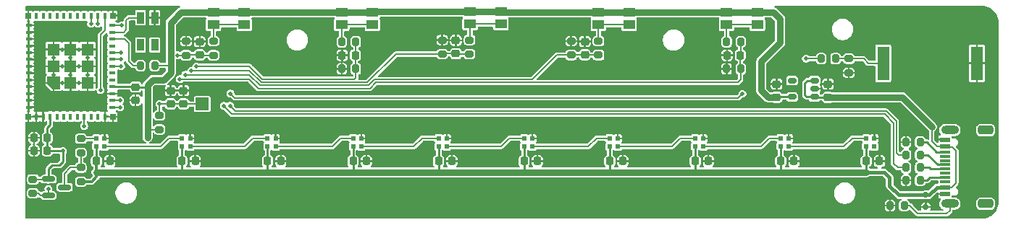
<source format=gbr>
%TF.GenerationSoftware,KiCad,Pcbnew,9.0.7*%
%TF.CreationDate,2026-02-03T10:56:02-06:00*%
%TF.ProjectId,FocusBeam,466f6375-7342-4656-916d-2e6b69636164,rev?*%
%TF.SameCoordinates,Original*%
%TF.FileFunction,Copper,L1,Top*%
%TF.FilePolarity,Positive*%
%FSLAX46Y46*%
G04 Gerber Fmt 4.6, Leading zero omitted, Abs format (unit mm)*
G04 Created by KiCad (PCBNEW 9.0.7) date 2026-02-03 10:56:02*
%MOMM*%
%LPD*%
G01*
G04 APERTURE LIST*
G04 Aperture macros list*
%AMRoundRect*
0 Rectangle with rounded corners*
0 $1 Rounding radius*
0 $2 $3 $4 $5 $6 $7 $8 $9 X,Y pos of 4 corners*
0 Add a 4 corners polygon primitive as box body*
4,1,4,$2,$3,$4,$5,$6,$7,$8,$9,$2,$3,0*
0 Add four circle primitives for the rounded corners*
1,1,$1+$1,$2,$3*
1,1,$1+$1,$4,$5*
1,1,$1+$1,$6,$7*
1,1,$1+$1,$8,$9*
0 Add four rect primitives between the rounded corners*
20,1,$1+$1,$2,$3,$4,$5,0*
20,1,$1+$1,$4,$5,$6,$7,0*
20,1,$1+$1,$6,$7,$8,$9,0*
20,1,$1+$1,$8,$9,$2,$3,0*%
%AMFreePoly0*
4,1,14,0.728536,0.728536,0.730000,0.725000,0.730000,-0.725000,0.728536,-0.728536,0.725000,-0.730000,-0.725000,-0.730000,-0.728536,-0.728536,-0.730000,-0.725000,-0.730000,0.125000,-0.728536,0.128536,-0.128536,0.728536,-0.125000,0.730000,0.725000,0.730000,0.728536,0.728536,0.728536,0.728536,$1*%
G04 Aperture macros list end*
%TA.AperFunction,SMDPad,CuDef*%
%ADD10RoundRect,0.225000X0.250000X-0.225000X0.250000X0.225000X-0.250000X0.225000X-0.250000X-0.225000X0*%
%TD*%
%TA.AperFunction,SMDPad,CuDef*%
%ADD11RoundRect,0.200000X0.275000X-0.200000X0.275000X0.200000X-0.275000X0.200000X-0.275000X-0.200000X0*%
%TD*%
%TA.AperFunction,SMDPad,CuDef*%
%ADD12R,0.558800X0.558800*%
%TD*%
%TA.AperFunction,SMDPad,CuDef*%
%ADD13RoundRect,0.225000X-0.225000X-0.250000X0.225000X-0.250000X0.225000X0.250000X-0.225000X0.250000X0*%
%TD*%
%TA.AperFunction,SMDPad,CuDef*%
%ADD14RoundRect,0.200000X0.200000X0.275000X-0.200000X0.275000X-0.200000X-0.275000X0.200000X-0.275000X0*%
%TD*%
%TA.AperFunction,SMDPad,CuDef*%
%ADD15R,1.400000X1.050000*%
%TD*%
%TA.AperFunction,SMDPad,CuDef*%
%ADD16RoundRect,0.200000X-0.200000X-0.275000X0.200000X-0.275000X0.200000X0.275000X-0.200000X0.275000X0*%
%TD*%
%TA.AperFunction,SMDPad,CuDef*%
%ADD17R,0.400000X0.800000*%
%TD*%
%TA.AperFunction,SMDPad,CuDef*%
%ADD18R,0.800000X0.400000*%
%TD*%
%TA.AperFunction,SMDPad,CuDef*%
%ADD19FreePoly0,90.000000*%
%TD*%
%TA.AperFunction,ComponentPad*%
%ADD20C,0.508000*%
%TD*%
%TA.AperFunction,SMDPad,CuDef*%
%ADD21R,1.450000X1.450000*%
%TD*%
%TA.AperFunction,SMDPad,CuDef*%
%ADD22R,0.700000X0.700000*%
%TD*%
%TA.AperFunction,SMDPad,CuDef*%
%ADD23RoundRect,0.175000X0.325000X-0.175000X0.325000X0.175000X-0.325000X0.175000X-0.325000X-0.175000X0*%
%TD*%
%TA.AperFunction,SMDPad,CuDef*%
%ADD24RoundRect,0.150000X-0.587500X-0.150000X0.587500X-0.150000X0.587500X0.150000X-0.587500X0.150000X0*%
%TD*%
%TA.AperFunction,SMDPad,CuDef*%
%ADD25RoundRect,0.225000X0.225000X0.250000X-0.225000X0.250000X-0.225000X-0.250000X0.225000X-0.250000X0*%
%TD*%
%TA.AperFunction,SMDPad,CuDef*%
%ADD26R,0.812800X1.422400*%
%TD*%
%TA.AperFunction,SMDPad,CuDef*%
%ADD27RoundRect,0.200000X-0.275000X0.200000X-0.275000X-0.200000X0.275000X-0.200000X0.275000X0.200000X0*%
%TD*%
%TA.AperFunction,SMDPad,CuDef*%
%ADD28R,1.450000X4.000000*%
%TD*%
%TA.AperFunction,SMDPad,CuDef*%
%ADD29RoundRect,0.225000X-0.250000X0.225000X-0.250000X-0.225000X0.250000X-0.225000X0.250000X0.225000X0*%
%TD*%
%TA.AperFunction,SMDPad,CuDef*%
%ADD30R,1.500000X1.500000*%
%TD*%
%TA.AperFunction,SMDPad,CuDef*%
%ADD31RoundRect,0.150000X0.200000X-0.150000X0.200000X0.150000X-0.200000X0.150000X-0.200000X-0.150000X0*%
%TD*%
%TA.AperFunction,SMDPad,CuDef*%
%ADD32R,1.150000X0.600000*%
%TD*%
%TA.AperFunction,SMDPad,CuDef*%
%ADD33R,1.150000X0.300000*%
%TD*%
%TA.AperFunction,ComponentPad*%
%ADD34O,2.100000X1.000000*%
%TD*%
%TA.AperFunction,ComponentPad*%
%ADD35RoundRect,0.250000X0.650000X-0.250000X0.650000X0.250000X-0.650000X0.250000X-0.650000X-0.250000X0*%
%TD*%
%TA.AperFunction,ViaPad*%
%ADD36C,0.508000*%
%TD*%
%TA.AperFunction,Conductor*%
%ADD37C,0.203200*%
%TD*%
%TA.AperFunction,Conductor*%
%ADD38C,0.762000*%
%TD*%
%TA.AperFunction,Conductor*%
%ADD39C,0.254000*%
%TD*%
%TA.AperFunction,Conductor*%
%ADD40C,0.304800*%
%TD*%
%TA.AperFunction,Conductor*%
%ADD41C,0.457200*%
%TD*%
G04 APERTURE END LIST*
D10*
%TO.P,C32,1*%
%TO.N,/SW_3*%
X126620000Y-75735000D03*
%TO.P,C32,2*%
%TO.N,GND*%
X126620000Y-74185000D03*
%TD*%
D11*
%TO.P,R5,1*%
%TO.N,Net-(Q1-D)*%
X67700000Y-87250020D03*
%TO.P,R5,2*%
%TO.N,Net-(LED1-DIN)*%
X67700000Y-85600020D03*
%TD*%
%TO.P,R25,1*%
%TO.N,/SW_2*%
X109945000Y-75665000D03*
%TO.P,R25,2*%
%TO.N,GND*%
X109945000Y-74015000D03*
%TD*%
D12*
%TO.P,LED2,1,DIN*%
%TO.N,Net-(LED1-DOUT)*%
X79525000Y-85550040D03*
%TO.P,LED2,2,VDD*%
%TO.N,+5VD*%
X79525000Y-86500000D03*
%TO.P,LED2,3,DOUT*%
%TO.N,Net-(LED2-DOUT)*%
X80475000Y-86500000D03*
%TO.P,LED2,4,GND*%
%TO.N,GND*%
X80475000Y-85550040D03*
%TD*%
D13*
%TO.P,C26,1*%
%TO.N,+5VD*%
X129525000Y-88225020D03*
%TO.P,C26,2*%
%TO.N,GND*%
X131075000Y-88225020D03*
%TD*%
%TO.P,C28,1*%
%TO.N,+5VD*%
X149525000Y-88225020D03*
%TO.P,C28,2*%
%TO.N,GND*%
X151075000Y-88225020D03*
%TD*%
D14*
%TO.P,R29,1*%
%TO.N,/SW_4*%
X144850000Y-77400000D03*
%TO.P,R29,2*%
%TO.N,GND*%
X143200000Y-77400000D03*
%TD*%
D11*
%TO.P,R20,1*%
%TO.N,/SW_0*%
X83200000Y-75800000D03*
%TO.P,R20,2*%
%TO.N,Net-(R20-Pad2)*%
X83200000Y-74150000D03*
%TD*%
D15*
%TO.P,S4,1,1*%
%TO.N,Net-(R24-Pad2)*%
X101800000Y-72200000D03*
%TO.P,S4,2,2*%
X98200000Y-72200000D03*
%TO.P,S4,3,3*%
%TO.N,+3V3*%
X101800000Y-70750000D03*
%TO.P,S4,4,4*%
X98200000Y-70750000D03*
%TD*%
D12*
%TO.P,LED3,1,DIN*%
%TO.N,Net-(LED2-DOUT)*%
X89525000Y-85550040D03*
%TO.P,LED3,2,VDD*%
%TO.N,+5VD*%
X89525000Y-86500000D03*
%TO.P,LED3,3,DOUT*%
%TO.N,Net-(LED3-DOUT)*%
X90475000Y-86500000D03*
%TO.P,LED3,4,GND*%
%TO.N,GND*%
X90475000Y-85550040D03*
%TD*%
%TO.P,LED9,1,DIN*%
%TO.N,Net-(LED8-DOUT)*%
X149525000Y-85550040D03*
%TO.P,LED9,2,VDD*%
%TO.N,+5VD*%
X149525000Y-86500000D03*
%TO.P,LED9,3,DOUT*%
%TO.N,Net-(LED10-DIN)*%
X150475000Y-86500000D03*
%TO.P,LED9,4,GND*%
%TO.N,GND*%
X150475000Y-85550040D03*
%TD*%
D11*
%TO.P,R19,1*%
%TO.N,/SW_0*%
X80000000Y-75800000D03*
%TO.P,R19,2*%
%TO.N,GND*%
X80000000Y-74150000D03*
%TD*%
D10*
%TO.P,C12,1*%
%TO.N,/CP_EN*%
X79700000Y-81500000D03*
%TO.P,C12,2*%
%TO.N,GND*%
X79700000Y-79950000D03*
%TD*%
%TO.P,C10,1*%
%TO.N,/CP_EN*%
X78200000Y-81500000D03*
%TO.P,C10,2*%
%TO.N,GND*%
X78200000Y-79950000D03*
%TD*%
D13*
%TO.P,C19,1*%
%TO.N,+5VD*%
X119525000Y-88225020D03*
%TO.P,C19,2*%
%TO.N,GND*%
X121075000Y-88225020D03*
%TD*%
D10*
%TO.P,C31,1*%
%TO.N,/SW_2*%
X111545000Y-75615000D03*
%TO.P,C31,2*%
%TO.N,GND*%
X111545000Y-74065000D03*
%TD*%
D11*
%TO.P,R28,1*%
%TO.N,/SW_3*%
X128220000Y-75785000D03*
%TO.P,R28,2*%
%TO.N,Net-(R28-Pad2)*%
X128220000Y-74135000D03*
%TD*%
D16*
%TO.P,R21,1*%
%TO.N,/USB_D+*%
X164175000Y-89000000D03*
%TO.P,R21,2*%
%TO.N,Net-(P1-D+)*%
X165825000Y-89000000D03*
%TD*%
D11*
%TO.P,R26,1*%
%TO.N,/SW_2*%
X113145000Y-75665000D03*
%TO.P,R26,2*%
%TO.N,Net-(R26-Pad2)*%
X113145000Y-74015000D03*
%TD*%
D12*
%TO.P,LED8,1,DIN*%
%TO.N,Net-(LED7-DOUT)*%
X139525000Y-85550040D03*
%TO.P,LED8,2,VDD*%
%TO.N,+5VD*%
X139525000Y-86500000D03*
%TO.P,LED8,3,DOUT*%
%TO.N,Net-(LED8-DOUT)*%
X140475000Y-86500000D03*
%TO.P,LED8,4,GND*%
%TO.N,GND*%
X140475000Y-85550040D03*
%TD*%
D17*
%TO.P,U7,1,GND*%
%TO.N,GND*%
X62500000Y-83000000D03*
%TO.P,U7,2,GND*%
X63300000Y-83000000D03*
%TO.P,U7,3,3v3*%
%TO.N,+3V3*%
X64100000Y-83000000D03*
%TO.P,U7,4,NC*%
%TO.N,unconnected-(U7-NC-Pad4)*%
X64900000Y-83000000D03*
%TO.P,U7,5,IO2*%
%TO.N,unconnected-(U7-IO2-Pad5)*%
X65700000Y-83000000D03*
%TO.P,U7,6,IO3*%
%TO.N,unconnected-(U7-IO3-Pad6)*%
X66500000Y-83000000D03*
%TO.P,U7,7,NC*%
%TO.N,unconnected-(U7-NC-Pad7)*%
X67300000Y-83000000D03*
%TO.P,U7,8,EN*%
%TO.N,/CP_EN*%
X68100000Y-83000000D03*
%TO.P,U7,9,IO0*%
%TO.N,unconnected-(U7-IO0-Pad9)*%
X68900000Y-83000000D03*
%TO.P,U7,10,IO01*%
%TO.N,unconnected-(U7-IO01-Pad10)*%
X69700000Y-83000000D03*
%TO.P,U7,11,GND*%
%TO.N,GND*%
X70500000Y-83000000D03*
D18*
%TO.P,U7,12,IO13*%
%TO.N,/SW_4*%
X71400000Y-81900000D03*
%TO.P,U7,13,IO14*%
%TO.N,/SW_3*%
X71400000Y-81100000D03*
%TO.P,U7,14,GND*%
%TO.N,GND*%
X71400000Y-80300000D03*
%TO.P,U7,15,VBAT*%
%TO.N,+3V3*%
X71400000Y-79500000D03*
%TO.P,U7,16,IO12*%
%TO.N,unconnected-(U7-IO12-Pad16)*%
X71400000Y-78700000D03*
%TO.P,U7,17,NC*%
%TO.N,unconnected-(U7-NC-Pad17)*%
X71400000Y-77900000D03*
%TO.P,U7,18,IO4*%
%TO.N,/SW_2*%
X71400000Y-77100000D03*
%TO.P,U7,19,IO5*%
%TO.N,/SW_1*%
X71400000Y-76300000D03*
%TO.P,U7,20,IO10*%
%TO.N,/SW_0*%
X71400000Y-75500000D03*
%TO.P,U7,21,IO11*%
%TO.N,unconnected-(U7-IO11-Pad21)*%
X71400000Y-74700000D03*
%TO.P,U7,22,IO08*%
%TO.N,Net-(U7-IO08)*%
X71400000Y-73900000D03*
%TO.P,U7,23,IO9*%
%TO.N,Net-(U7-IO9)*%
X71400000Y-73100000D03*
%TO.P,U7,24,IO22*%
%TO.N,Net-(U7-IO22)*%
X71400000Y-72300000D03*
D17*
%TO.P,U7,25,IO25*%
%TO.N,Net-(Q1-S)*%
X70500000Y-71200000D03*
%TO.P,U7,26,IO26*%
%TO.N,/USB_D-*%
X69700000Y-71200000D03*
%TO.P,U7,27,IO27*%
%TO.N,/USB_D+*%
X68900000Y-71200000D03*
%TO.P,U7,28,NC*%
%TO.N,unconnected-(U7-NC-Pad28)*%
X68100000Y-71200000D03*
%TO.P,U7,29,NC*%
%TO.N,unconnected-(U7-NC-Pad29)*%
X67300000Y-71200000D03*
%TO.P,U7,30,RXD0*%
%TO.N,unconnected-(U7-RXD0-Pad30)*%
X66500000Y-71200000D03*
%TO.P,U7,31,TXD0*%
%TO.N,unconnected-(U7-TXD0-Pad31)*%
X65700000Y-71200000D03*
%TO.P,U7,32,NC*%
%TO.N,unconnected-(U7-NC-Pad32)*%
X64900000Y-71200000D03*
%TO.P,U7,33,NC*%
%TO.N,unconnected-(U7-NC-Pad33)*%
X64100000Y-71200000D03*
%TO.P,U7,34,NC*%
%TO.N,unconnected-(U7-NC-Pad34)*%
X63300000Y-71200000D03*
%TO.P,U7,35,NC*%
%TO.N,unconnected-(U7-NC-Pad35)*%
X62500000Y-71200000D03*
D18*
%TO.P,U7,36,GND*%
%TO.N,GND*%
X61600000Y-72300000D03*
%TO.P,U7,37,GND*%
X61600000Y-73100000D03*
%TO.P,U7,38,GND*%
X61600000Y-73900000D03*
%TO.P,U7,39,GND*%
X61600000Y-74700000D03*
%TO.P,U7,40,GND*%
X61600000Y-75500000D03*
%TO.P,U7,41,GND*%
X61600000Y-76300000D03*
%TO.P,U7,42,GND*%
X61600000Y-77100000D03*
%TO.P,U7,43,GND*%
X61600000Y-77900000D03*
%TO.P,U7,44,GND*%
X61600000Y-78700000D03*
%TO.P,U7,45,GND*%
X61600000Y-79500000D03*
%TO.P,U7,46,GND*%
X61600000Y-80300000D03*
%TO.P,U7,47,GND*%
X61600000Y-81100000D03*
%TO.P,U7,48,GND*%
X61600000Y-81900000D03*
D19*
%TO.P,U7,49,EPAD*%
X64525000Y-79075000D03*
D20*
X65512500Y-79075000D03*
D21*
X66500000Y-79075000D03*
D20*
X67487500Y-79075000D03*
D21*
X68475000Y-79075000D03*
D20*
X64525000Y-78087500D03*
X66500000Y-78087500D03*
X68475000Y-78087500D03*
D21*
X64525000Y-77100000D03*
D20*
X65512500Y-77100000D03*
D21*
X66500000Y-77100000D03*
D20*
X67487500Y-77100000D03*
D21*
X68475000Y-77100000D03*
D20*
X64525000Y-76112500D03*
X66500000Y-76112500D03*
X68475000Y-76112500D03*
D21*
X64525000Y-75125000D03*
D20*
X65512500Y-75125000D03*
D21*
X66500000Y-75125000D03*
D20*
X67487500Y-75125000D03*
D21*
X68475000Y-75125000D03*
D22*
%TO.P,U7,50,GND*%
X61550000Y-71150000D03*
%TO.P,U7,51,GND*%
X71450000Y-71150000D03*
%TO.P,U7,52,GND*%
X71450000Y-83050000D03*
%TO.P,U7,53,GND*%
X61550000Y-83050000D03*
%TD*%
D15*
%TO.P,S6,1,1*%
%TO.N,Net-(R28-Pad2)*%
X131800000Y-72200000D03*
%TO.P,S6,2,2*%
X128200000Y-72200000D03*
%TO.P,S6,3,3*%
%TO.N,+3V3*%
X131800000Y-70750000D03*
%TO.P,S6,4,4*%
X128200000Y-70750000D03*
%TD*%
D23*
%TO.P,U6,1,VIN*%
%TO.N,+5VD*%
X153465000Y-80685000D03*
%TO.P,U6,2,GND*%
%TO.N,GND*%
X153465000Y-79735000D03*
%TO.P,U6,3,EN*%
%TO.N,+5VD*%
X153465000Y-78785000D03*
%TO.P,U6,4,NC*%
%TO.N,unconnected-(U6-NC-Pad4)*%
X150865000Y-78785000D03*
%TO.P,U6,5,VOUT*%
%TO.N,+3V3*%
X150865000Y-80685000D03*
%TD*%
D15*
%TO.P,S3,1,1*%
%TO.N,Net-(R20-Pad2)*%
X86800000Y-72200000D03*
%TO.P,S3,2,2*%
X83200000Y-72200000D03*
%TO.P,S3,3,3*%
%TO.N,+3V3*%
X86800000Y-70750000D03*
%TO.P,S3,4,4*%
X83200000Y-70750000D03*
%TD*%
D12*
%TO.P,LED1,1,DIN*%
%TO.N,Net-(LED1-DIN)*%
X69525000Y-85550040D03*
%TO.P,LED1,2,VDD*%
%TO.N,+5VD*%
X69525000Y-86500000D03*
%TO.P,LED1,3,DOUT*%
%TO.N,Net-(LED1-DOUT)*%
X70475000Y-86500000D03*
%TO.P,LED1,4,GND*%
%TO.N,GND*%
X70475000Y-85550040D03*
%TD*%
D24*
%TO.P,Q1,1,G*%
%TO.N,+3V3*%
X63925000Y-90350000D03*
%TO.P,Q1,2,S*%
%TO.N,Net-(Q1-S)*%
X63925000Y-92250000D03*
%TO.P,Q1,3,D*%
%TO.N,Net-(Q1-D)*%
X65800000Y-91300000D03*
%TD*%
D13*
%TO.P,C20,1*%
%TO.N,+5VD*%
X139525000Y-88225020D03*
%TO.P,C20,2*%
%TO.N,GND*%
X141075000Y-88225020D03*
%TD*%
D15*
%TO.P,S7,1,1*%
%TO.N,Net-(R30-Pad2)*%
X146800000Y-72200000D03*
%TO.P,S7,2,2*%
X143200000Y-72200000D03*
%TO.P,S7,3,3*%
%TO.N,+3V3*%
X146800000Y-70750000D03*
%TO.P,S7,4,4*%
X143200000Y-70750000D03*
%TD*%
D25*
%TO.P,C9,1*%
%TO.N,+3V3*%
X63775000Y-87000000D03*
%TO.P,C9,2*%
%TO.N,GND*%
X62225000Y-87000000D03*
%TD*%
D11*
%TO.P,R1,1*%
%TO.N,Net-(Q1-S)*%
X62100000Y-92025000D03*
%TO.P,R1,2*%
%TO.N,+3V3*%
X62100000Y-90375000D03*
%TD*%
D10*
%TO.P,C22,1*%
%TO.N,+3V3*%
X149050000Y-80735000D03*
%TO.P,C22,2*%
%TO.N,GND*%
X149050000Y-79185000D03*
%TD*%
D26*
%TO.P,S2,1*%
%TO.N,GND*%
X76325000Y-71399800D03*
%TO.P,S2,2*%
%TO.N,Net-(U7-IO9)*%
X74675000Y-71399800D03*
%TO.P,S2,3*%
%TO.N,N/C*%
X74675000Y-74600200D03*
%TO.P,S2,4*%
X76325000Y-74600200D03*
%TD*%
D27*
%TO.P,R31,1*%
%TO.N,Net-(LS1-Pad2)*%
X157502187Y-76207486D03*
%TO.P,R31,2*%
%TO.N,GND*%
X157502187Y-77857486D03*
%TD*%
D16*
%TO.P,R12,1*%
%TO.N,Net-(U7-IO08)*%
X74675000Y-77000000D03*
%TO.P,R12,2*%
%TO.N,+3V3*%
X76325000Y-77000000D03*
%TD*%
D15*
%TO.P,S5,1,1*%
%TO.N,Net-(R26-Pad2)*%
X116800000Y-72125000D03*
%TO.P,S5,2,2*%
X113200000Y-72125000D03*
%TO.P,S5,3,3*%
%TO.N,+3V3*%
X116800000Y-70675000D03*
%TO.P,S5,4,4*%
X113200000Y-70675000D03*
%TD*%
D14*
%TO.P,R16,1*%
%TO.N,Net-(P1-SHIELD)*%
X163965000Y-93460000D03*
%TO.P,R16,2*%
%TO.N,GND*%
X162315000Y-93460000D03*
%TD*%
D13*
%TO.P,C24,1*%
%TO.N,+5VD*%
X89525000Y-88225020D03*
%TO.P,C24,2*%
%TO.N,GND*%
X91075000Y-88225020D03*
%TD*%
%TO.P,C16,1*%
%TO.N,+5VD*%
X69525000Y-88225020D03*
%TO.P,C16,2*%
%TO.N,GND*%
X71075000Y-88225020D03*
%TD*%
D25*
%TO.P,C33,1*%
%TO.N,/SW_4*%
X144800000Y-75800000D03*
%TO.P,C33,2*%
%TO.N,GND*%
X143250000Y-75800000D03*
%TD*%
D12*
%TO.P,LED6,1,DIN*%
%TO.N,Net-(LED5-DOUT)*%
X119525000Y-85550040D03*
%TO.P,LED6,2,VDD*%
%TO.N,+5VD*%
X119525000Y-86500000D03*
%TO.P,LED6,3,DOUT*%
%TO.N,Net-(LED6-DOUT)*%
X120475000Y-86500000D03*
%TO.P,LED6,4,GND*%
%TO.N,GND*%
X120475000Y-85550040D03*
%TD*%
D13*
%TO.P,C17,1*%
%TO.N,+5VD*%
X79525000Y-88225020D03*
%TO.P,C17,2*%
%TO.N,GND*%
X81075000Y-88225020D03*
%TD*%
D10*
%TO.P,C27,1*%
%TO.N,/SW_0*%
X81600000Y-75750000D03*
%TO.P,C27,2*%
%TO.N,GND*%
X81600000Y-74200000D03*
%TD*%
D14*
%TO.P,R24,1*%
%TO.N,/SW_1*%
X99850000Y-74200000D03*
%TO.P,R24,2*%
%TO.N,Net-(R24-Pad2)*%
X98200000Y-74200000D03*
%TD*%
%TO.P,R18,1*%
%TO.N,Net-(P1-CC)*%
X165825000Y-90500000D03*
%TO.P,R18,2*%
%TO.N,GND*%
X164175000Y-90500000D03*
%TD*%
D10*
%TO.P,C21,1*%
%TO.N,+5VD*%
X155050000Y-80735000D03*
%TO.P,C21,2*%
%TO.N,GND*%
X155050000Y-79185000D03*
%TD*%
D14*
%TO.P,R22,1*%
%TO.N,Net-(P1-D-)*%
X165825000Y-87500000D03*
%TO.P,R22,2*%
%TO.N,/USB_D-*%
X164175000Y-87500000D03*
%TD*%
D25*
%TO.P,C11,1*%
%TO.N,+3V3*%
X63775000Y-85500000D03*
%TO.P,C11,2*%
%TO.N,GND*%
X62225000Y-85500000D03*
%TD*%
D12*
%TO.P,LED4,1,DIN*%
%TO.N,Net-(LED3-DOUT)*%
X99525000Y-85550040D03*
%TO.P,LED4,2,VDD*%
%TO.N,+5VD*%
X99525000Y-86500000D03*
%TO.P,LED4,3,DOUT*%
%TO.N,Net-(LED4-DOUT)*%
X100475000Y-86500000D03*
%TO.P,LED4,4,GND*%
%TO.N,GND*%
X100475000Y-85550040D03*
%TD*%
D14*
%TO.P,R23,1*%
%TO.N,/SW_1*%
X99850000Y-77400000D03*
%TO.P,R23,2*%
%TO.N,GND*%
X98200000Y-77400000D03*
%TD*%
D27*
%TO.P,R4,1*%
%TO.N,Net-(Q1-D)*%
X67700000Y-89000020D03*
%TO.P,R4,2*%
%TO.N,+5VD*%
X67700000Y-90650020D03*
%TD*%
D25*
%TO.P,C30,1*%
%TO.N,/SW_1*%
X99800000Y-75800000D03*
%TO.P,C30,2*%
%TO.N,GND*%
X98250000Y-75800000D03*
%TD*%
D28*
%TO.P,LS1,1,1*%
%TO.N,GND*%
X172455000Y-76740000D03*
%TO.P,LS1,2,2*%
%TO.N,Net-(LS1-Pad2)*%
X161505000Y-76740000D03*
%TD*%
D12*
%TO.P,LED7,1,DIN*%
%TO.N,Net-(LED6-DOUT)*%
X129525000Y-85550040D03*
%TO.P,LED7,2,VDD*%
%TO.N,+5VD*%
X129525000Y-86500000D03*
%TO.P,LED7,3,DOUT*%
%TO.N,Net-(LED7-DOUT)*%
X130475000Y-86500000D03*
%TO.P,LED7,4,GND*%
%TO.N,GND*%
X130475000Y-85550040D03*
%TD*%
D14*
%TO.P,R17,1*%
%TO.N,Net-(P1-VCONN)*%
X165825000Y-86000000D03*
%TO.P,R17,2*%
%TO.N,GND*%
X164175000Y-86000000D03*
%TD*%
D11*
%TO.P,R27,1*%
%TO.N,/SW_3*%
X125020000Y-75785000D03*
%TO.P,R27,2*%
%TO.N,GND*%
X125020000Y-74135000D03*
%TD*%
D29*
%TO.P,C13,1*%
%TO.N,+3V3*%
X74100000Y-79525000D03*
%TO.P,C13,2*%
%TO.N,GND*%
X74100000Y-81075000D03*
%TD*%
D30*
%TO.P,TP2,1,1*%
%TO.N,/CP_EN*%
X81900000Y-81525000D03*
%TD*%
D13*
%TO.P,C25,1*%
%TO.N,+5VD*%
X109525000Y-88225020D03*
%TO.P,C25,2*%
%TO.N,GND*%
X111075000Y-88225020D03*
%TD*%
%TO.P,C18,1*%
%TO.N,+5VD*%
X99525000Y-88225020D03*
%TO.P,C18,2*%
%TO.N,GND*%
X101075000Y-88225020D03*
%TD*%
D12*
%TO.P,LED5,1,DIN*%
%TO.N,Net-(LED4-DOUT)*%
X109525000Y-85550040D03*
%TO.P,LED5,2,VDD*%
%TO.N,+5VD*%
X109525000Y-86500000D03*
%TO.P,LED5,3,DOUT*%
%TO.N,Net-(LED5-DOUT)*%
X110475000Y-86500000D03*
%TO.P,LED5,4,GND*%
%TO.N,GND*%
X110475000Y-85550040D03*
%TD*%
D31*
%TO.P,D5,1*%
%TO.N,+5VD*%
X166480000Y-92210000D03*
%TO.P,D5,2*%
%TO.N,GND*%
X166480000Y-93610000D03*
%TD*%
D11*
%TO.P,R11,1*%
%TO.N,+3V3*%
X76890000Y-84515000D03*
%TO.P,R11,2*%
%TO.N,/CP_EN*%
X76890000Y-82865000D03*
%TD*%
D32*
%TO.P,P1,A1,GND*%
%TO.N,GND*%
X168725000Y-92110000D03*
%TO.P,P1,A4,VBUS*%
%TO.N,+5VD*%
X168725000Y-91310000D03*
D33*
%TO.P,P1,A5,CC*%
%TO.N,Net-(P1-CC)*%
X168725000Y-90160000D03*
%TO.P,P1,A6,D+*%
%TO.N,Net-(P1-D+)*%
X168725000Y-89160000D03*
%TO.P,P1,A7,D-*%
%TO.N,Net-(P1-D-)*%
X168725000Y-88660000D03*
%TO.P,P1,A8*%
%TO.N,N/C*%
X168725000Y-87660000D03*
D32*
%TO.P,P1,A9,VBUS*%
%TO.N,+5VD*%
X168725000Y-86510000D03*
%TO.P,P1,A12,GND*%
%TO.N,GND*%
X168725000Y-85710000D03*
D33*
%TO.P,P1,B5,VCONN*%
%TO.N,Net-(P1-VCONN)*%
X168725000Y-87160000D03*
%TO.P,P1,B6*%
%TO.N,N/C*%
X168725000Y-88160000D03*
%TO.P,P1,B7*%
X168725000Y-89660000D03*
%TO.P,P1,B8*%
X168725000Y-90660000D03*
D34*
%TO.P,P1,S1,SHIELD*%
%TO.N,Net-(P1-SHIELD)*%
X169300000Y-93230000D03*
%TO.P,P1,SH2*%
%TO.N,N/C*%
X169300000Y-84590000D03*
D35*
%TO.P,P1,SH3*%
X173480000Y-93230000D03*
%TO.P,P1,SH4*%
X173480000Y-84590000D03*
%TD*%
D12*
%TO.P,LED10,1,DIN*%
%TO.N,Net-(LED10-DIN)*%
X159525000Y-85550040D03*
%TO.P,LED10,2,VDD*%
%TO.N,+5VD*%
X159525000Y-86500000D03*
%TO.P,LED10,3,DOUT*%
%TO.N,unconnected-(LED10-DOUT-Pad3)*%
X160475000Y-86500000D03*
%TO.P,LED10,4,GND*%
%TO.N,GND*%
X160475000Y-85550040D03*
%TD*%
D14*
%TO.P,R32,1*%
%TO.N,Net-(LS1-Pad2)*%
X155927187Y-76207486D03*
%TO.P,R32,2*%
%TO.N,Net-(U7-IO22)*%
X154277187Y-76207486D03*
%TD*%
D13*
%TO.P,C29,1*%
%TO.N,+5VD*%
X159525000Y-88225020D03*
%TO.P,C29,2*%
%TO.N,GND*%
X161075000Y-88225020D03*
%TD*%
D14*
%TO.P,R30,1*%
%TO.N,/SW_4*%
X144850000Y-74200000D03*
%TO.P,R30,2*%
%TO.N,Net-(R30-Pad2)*%
X143200000Y-74200000D03*
%TD*%
D36*
%TO.N,GND*%
X61900000Y-84400000D03*
X103000000Y-84525020D03*
X108000000Y-87525020D03*
X103330000Y-81680000D03*
X149050000Y-77935000D03*
X103000000Y-91525020D03*
X148000000Y-91525020D03*
X133000000Y-84525020D03*
X123000000Y-91525020D03*
X159300000Y-78070000D03*
X123000000Y-87525020D03*
X93000000Y-91525020D03*
X98000000Y-87525020D03*
X128000000Y-87525020D03*
X128000000Y-84525020D03*
X153000000Y-87525020D03*
X77600000Y-70700000D03*
X148000000Y-87525020D03*
X125900000Y-72800000D03*
X88000000Y-84525020D03*
X138000000Y-84525020D03*
X118000000Y-87525020D03*
X98000000Y-84525020D03*
X83000000Y-91525020D03*
X88000000Y-87525020D03*
X164030000Y-83010000D03*
X78000000Y-84525020D03*
X165450000Y-93280000D03*
X143000000Y-91525020D03*
X167500000Y-93200000D03*
X133000000Y-87525020D03*
X93000000Y-84525020D03*
X78000000Y-87525020D03*
X138000000Y-91525020D03*
X83000000Y-84525020D03*
X107510000Y-79860000D03*
X83000000Y-87525020D03*
X118000000Y-84525020D03*
X72600000Y-88225020D03*
X148000000Y-84525020D03*
X96900000Y-75800000D03*
X108000000Y-84525020D03*
X90500000Y-83500000D03*
X146000000Y-81000000D03*
X128000000Y-91525020D03*
X167800000Y-83500000D03*
X143000000Y-87525020D03*
X78000000Y-91525020D03*
X80800000Y-73000000D03*
X138000000Y-87525020D03*
X74100000Y-82300000D03*
X153000000Y-84525020D03*
X118000000Y-91525020D03*
X171800000Y-92200000D03*
X113000000Y-87525020D03*
X123000000Y-84525020D03*
X113000000Y-91525020D03*
X103000000Y-87525020D03*
X133000000Y-91525020D03*
X88000000Y-91525020D03*
X80800000Y-79200000D03*
X170800000Y-76860000D03*
X110200000Y-72700000D03*
X98000000Y-91525020D03*
X153000000Y-91525020D03*
X93000000Y-87525020D03*
X113000000Y-84525020D03*
X141800000Y-75800000D03*
X162780000Y-89370000D03*
X108000000Y-91525020D03*
X72700000Y-70800000D03*
X143000000Y-84525020D03*
%TO.N,+3V3*%
X75500000Y-85450000D03*
X65600000Y-87050000D03*
%TO.N,/CP_EN*%
X76900000Y-81500000D03*
X68100000Y-84100000D03*
%TO.N,Net-(Q1-S)*%
X63900000Y-91500000D03*
X70000000Y-79900000D03*
%TO.N,/USB_D+*%
X68900000Y-72100000D03*
X84425789Y-81744211D03*
%TO.N,/USB_D-*%
X85130000Y-81730000D03*
X69700000Y-72100000D03*
%TO.N,/SW_0*%
X79000000Y-75800000D03*
X72400000Y-75500000D03*
%TO.N,/SW_1*%
X81200000Y-77100000D03*
X72400000Y-76300000D03*
%TO.N,/SW_2*%
X80600000Y-77608000D03*
X72400000Y-77100000D03*
%TO.N,/SW_3*%
X79904699Y-78092000D03*
X72300000Y-81100000D03*
%TO.N,/SW_4*%
X72300000Y-81900000D03*
X79284540Y-78600000D03*
%TO.N,Net-(U7-IO22)*%
X145040000Y-80330000D03*
X85200000Y-80300000D03*
X72492000Y-72300000D03*
X152470000Y-76200000D03*
%TD*%
D37*
%TO.N,+3V3*%
X75500000Y-85450000D02*
X75500000Y-84604000D01*
D38*
X149440000Y-74330000D02*
X147230000Y-76540000D01*
X78200000Y-72000000D02*
X78200000Y-77000000D01*
X116800000Y-70675000D02*
X101875000Y-70675000D01*
X116875000Y-70750000D02*
X116800000Y-70675000D01*
D39*
X65550000Y-87000000D02*
X65600000Y-87050000D01*
X63925000Y-89135000D02*
X63925000Y-90350000D01*
D38*
X83200000Y-70750000D02*
X79450000Y-70750000D01*
X143200000Y-70750000D02*
X131800000Y-70750000D01*
X76100000Y-78700000D02*
X75500000Y-79300000D01*
D37*
X62100000Y-90375000D02*
X63900000Y-90375000D01*
D39*
X63775000Y-87000000D02*
X63775000Y-85500000D01*
D38*
X77400000Y-78700000D02*
X76100000Y-78700000D01*
X146800000Y-70750000D02*
X147700000Y-70750000D01*
D39*
X74100000Y-79525000D02*
X75275000Y-79525000D01*
D38*
X148650000Y-70750000D02*
X149440000Y-71540000D01*
D39*
X149100000Y-80685000D02*
X149050000Y-80735000D01*
D38*
X98200000Y-70750000D02*
X86800000Y-70750000D01*
X101800000Y-70750000D02*
X98200000Y-70750000D01*
D39*
X75275000Y-79525000D02*
X75500000Y-79300000D01*
X63775000Y-84325000D02*
X63775000Y-85500000D01*
D38*
X116800000Y-70675000D02*
X113200000Y-70675000D01*
D39*
X64320000Y-88740000D02*
X63925000Y-89135000D01*
D37*
X76855000Y-84550000D02*
X76890000Y-84515000D01*
D38*
X83200000Y-70750000D02*
X86800000Y-70750000D01*
D39*
X65600000Y-88310000D02*
X65170000Y-88740000D01*
D38*
X149440000Y-71540000D02*
X149440000Y-74330000D01*
D37*
X76325000Y-77000000D02*
X78200000Y-77000000D01*
D39*
X74075000Y-79500000D02*
X71400000Y-79500000D01*
D38*
X101875000Y-70675000D02*
X101800000Y-70750000D01*
D39*
X64100000Y-83000000D02*
X64100000Y-84000000D01*
D38*
X147230000Y-79910000D02*
X148055000Y-80735000D01*
X147700000Y-70750000D02*
X148650000Y-70750000D01*
D39*
X150865000Y-80685000D02*
X149100000Y-80685000D01*
D38*
X147230000Y-76540000D02*
X147230000Y-79910000D01*
D37*
X63900000Y-90375000D02*
X63925000Y-90350000D01*
D38*
X78200000Y-77900000D02*
X77400000Y-78700000D01*
D39*
X65170000Y-88740000D02*
X64320000Y-88740000D01*
X74100000Y-79525000D02*
X74075000Y-79500000D01*
D37*
X75500000Y-84604000D02*
X75554000Y-84550000D01*
D38*
X75500000Y-79300000D02*
X75500000Y-85450000D01*
D39*
X63775000Y-87000000D02*
X65550000Y-87000000D01*
D38*
X131800000Y-70750000D02*
X128200000Y-70750000D01*
X148055000Y-80735000D02*
X149050000Y-80735000D01*
X128200000Y-70750000D02*
X116875000Y-70750000D01*
D39*
X64100000Y-84000000D02*
X63775000Y-84325000D01*
D37*
X75554000Y-84550000D02*
X76855000Y-84550000D01*
D38*
X79450000Y-70750000D02*
X78200000Y-72000000D01*
X147700000Y-70750000D02*
X143200000Y-70750000D01*
X78200000Y-77000000D02*
X78200000Y-77900000D01*
D39*
X65600000Y-87050000D02*
X65600000Y-88310000D01*
D37*
%TO.N,/CP_EN*%
X78200000Y-81500000D02*
X76900000Y-81500000D01*
X79700000Y-81500000D02*
X78200000Y-81500000D01*
X76900000Y-81500000D02*
X76900000Y-82855000D01*
X79725000Y-81525000D02*
X79700000Y-81500000D01*
X81900000Y-81525000D02*
X79725000Y-81525000D01*
X76900000Y-82855000D02*
X76890000Y-82865000D01*
X68100000Y-84100000D02*
X68100000Y-83000000D01*
D40*
%TO.N,+5VD*%
X67700000Y-90650020D02*
X68975000Y-90650020D01*
D39*
X89525000Y-86500000D02*
X89525000Y-88225020D01*
X152625000Y-78785000D02*
X153465000Y-78785000D01*
X152350000Y-80460000D02*
X152350000Y-79060000D01*
D41*
X167790000Y-91310000D02*
X166890000Y-92210000D01*
D37*
X167790000Y-86510000D02*
X167200000Y-85920000D01*
D39*
X129525000Y-89510020D02*
X129500000Y-89535020D01*
D37*
X167200000Y-85920000D02*
X167200000Y-84200000D01*
D39*
X119525000Y-89510020D02*
X119500000Y-89535020D01*
X159525000Y-89510020D02*
X159500000Y-89535020D01*
D37*
X168725000Y-86510000D02*
X167790000Y-86510000D01*
D39*
X69525000Y-86500000D02*
X69525000Y-88225020D01*
D38*
X89700000Y-89535020D02*
X79500000Y-89535020D01*
D37*
X170000000Y-87000000D02*
X169600000Y-86600000D01*
D38*
X79500000Y-89535020D02*
X69525000Y-89535020D01*
D37*
X168815000Y-86600000D02*
X168725000Y-86510000D01*
D39*
X152575000Y-80685000D02*
X152350000Y-80460000D01*
D41*
X161615020Y-89535020D02*
X162260000Y-90180000D01*
D37*
X169600000Y-86600000D02*
X168815000Y-86600000D01*
D38*
X159500000Y-89535020D02*
X149500000Y-89535020D01*
X129500000Y-89535020D02*
X119500000Y-89535020D01*
D39*
X119525000Y-86500000D02*
X119525000Y-88225020D01*
D38*
X99500000Y-89535020D02*
X89700000Y-89535020D01*
D39*
X79525000Y-88225020D02*
X79525000Y-89510020D01*
X149525000Y-88225020D02*
X149525000Y-89510020D01*
X159525000Y-88225020D02*
X159525000Y-86500000D01*
D40*
X69525000Y-90100020D02*
X69525000Y-88225020D01*
D39*
X155050000Y-80735000D02*
X153515000Y-80735000D01*
X149525000Y-89510020D02*
X149500000Y-89535020D01*
X79525000Y-89510020D02*
X79500000Y-89535020D01*
X99525000Y-88225020D02*
X99525000Y-89510020D01*
X89525000Y-88225020D02*
X89525000Y-89360020D01*
D41*
X163300000Y-92210000D02*
X166480000Y-92210000D01*
D38*
X163735000Y-80735000D02*
X155050000Y-80735000D01*
D39*
X159525000Y-88225020D02*
X159525000Y-89510020D01*
D38*
X119500000Y-89535020D02*
X109600000Y-89535020D01*
X149500000Y-89535020D02*
X139600000Y-89535020D01*
X109600000Y-89535020D02*
X99500000Y-89535020D01*
D37*
X169490000Y-91310000D02*
X170000000Y-90800000D01*
X168725000Y-91310000D02*
X169490000Y-91310000D01*
D39*
X152350000Y-79060000D02*
X152625000Y-78785000D01*
D41*
X159500000Y-89535020D02*
X161615020Y-89535020D01*
D39*
X153515000Y-80735000D02*
X153465000Y-80685000D01*
D41*
X162260000Y-91170000D02*
X163300000Y-92210000D01*
D40*
X68975000Y-90650020D02*
X69525000Y-90100020D01*
D41*
X166890000Y-92210000D02*
X166480000Y-92210000D01*
D38*
X139600000Y-89535020D02*
X129500000Y-89535020D01*
D39*
X139525000Y-86500000D02*
X139525000Y-88225020D01*
D37*
X170000000Y-90800000D02*
X170000000Y-87000000D01*
D39*
X89525000Y-89360020D02*
X89700000Y-89535020D01*
D41*
X162260000Y-90180000D02*
X162260000Y-91170000D01*
D39*
X109525000Y-86500000D02*
X109525000Y-88225020D01*
D41*
X168725000Y-91310000D02*
X167790000Y-91310000D01*
D39*
X129525000Y-86500000D02*
X129525000Y-88225020D01*
D38*
X167200000Y-84200000D02*
X163735000Y-80735000D01*
D39*
X99525000Y-86500000D02*
X99525000Y-88225020D01*
X109525000Y-88225020D02*
X109525000Y-89460020D01*
X149525000Y-86500000D02*
X149525000Y-88225020D01*
X139525000Y-88225020D02*
X139525000Y-89460020D01*
X153465000Y-80685000D02*
X152575000Y-80685000D01*
X99525000Y-89510020D02*
X99500000Y-89535020D01*
X79525000Y-86500000D02*
X79525000Y-88225020D01*
X129525000Y-88225020D02*
X129525000Y-89510020D01*
X109525000Y-89460020D02*
X109600000Y-89535020D01*
X139525000Y-89460020D02*
X139600000Y-89535020D01*
X119525000Y-88225020D02*
X119525000Y-89510020D01*
D37*
%TO.N,Net-(LED1-DOUT)*%
X77025020Y-86500000D02*
X77974980Y-85550040D01*
X77974980Y-85550040D02*
X79525000Y-85550040D01*
X70475000Y-86500000D02*
X77025020Y-86500000D01*
%TO.N,Net-(LED1-DIN)*%
X69475020Y-85600020D02*
X69525000Y-85550040D01*
X67700000Y-85600020D02*
X69475020Y-85600020D01*
%TO.N,Net-(LED2-DOUT)*%
X80475000Y-86500000D02*
X86825020Y-86500000D01*
X87774980Y-85550040D02*
X89525000Y-85550040D01*
X86825020Y-86500000D02*
X87774980Y-85550040D01*
%TO.N,Net-(LED3-DOUT)*%
X97125020Y-86500000D02*
X98074980Y-85550040D01*
X90475000Y-86500000D02*
X97125020Y-86500000D01*
X98074980Y-85550040D02*
X99525000Y-85550040D01*
%TO.N,Net-(LED4-DOUT)*%
X106625020Y-86500000D02*
X107574980Y-85550040D01*
X107574980Y-85550040D02*
X109525000Y-85550040D01*
X100475000Y-86500000D02*
X106625020Y-86500000D01*
%TO.N,Net-(LED5-DOUT)*%
X110475000Y-86500000D02*
X116825020Y-86500000D01*
X116825020Y-86500000D02*
X117774980Y-85550040D01*
X117774980Y-85550040D02*
X119525000Y-85550040D01*
%TO.N,Net-(LED6-DOUT)*%
X127974980Y-85550040D02*
X129525000Y-85550040D01*
X120475000Y-86500000D02*
X127025020Y-86500000D01*
X127025020Y-86500000D02*
X127974980Y-85550040D01*
%TO.N,Net-(LED7-DOUT)*%
X130475000Y-86500000D02*
X136825020Y-86500000D01*
X136825020Y-86500000D02*
X137774980Y-85550040D01*
X137774980Y-85550040D02*
X139525000Y-85550040D01*
%TO.N,Net-(LED8-DOUT)*%
X147225020Y-86500000D02*
X148174980Y-85550040D01*
X140475000Y-86500000D02*
X147225020Y-86500000D01*
X148174980Y-85550040D02*
X149525000Y-85550040D01*
%TO.N,Net-(LED10-DIN)*%
X156925020Y-86500000D02*
X157874980Y-85550040D01*
X150475000Y-86500000D02*
X156925020Y-86500000D01*
X157874980Y-85550040D02*
X159525000Y-85550040D01*
D39*
%TO.N,Net-(P1-CC)*%
X166940000Y-90160000D02*
X168725000Y-90160000D01*
X166600000Y-90500000D02*
X166940000Y-90160000D01*
X166600000Y-90500000D02*
X165825000Y-90500000D01*
D37*
%TO.N,Net-(P1-SHIELD)*%
X163965000Y-93460000D02*
X164620000Y-93460000D01*
X168940000Y-94380000D02*
X169300000Y-94020000D01*
X164620000Y-93460000D02*
X165540000Y-94380000D01*
X169300000Y-94020000D02*
X169300000Y-93230000D01*
X165540000Y-94380000D02*
X168940000Y-94380000D01*
D39*
%TO.N,Net-(P1-D-)*%
X166700000Y-87500000D02*
X165825000Y-87500000D01*
X168725000Y-88660000D02*
X167860000Y-88660000D01*
X167860000Y-88660000D02*
X166700000Y-87500000D01*
%TO.N,Net-(P1-VCONN)*%
X168725000Y-87160000D02*
X167760000Y-87160000D01*
X166600000Y-86000000D02*
X165825000Y-86000000D01*
X167760000Y-87160000D02*
X166600000Y-86000000D01*
%TO.N,Net-(P1-D+)*%
X166900000Y-89000000D02*
X165825000Y-89000000D01*
X168725000Y-89160000D02*
X167060000Y-89160000D01*
X167060000Y-89160000D02*
X166900000Y-89000000D01*
D37*
%TO.N,Net-(Q1-S)*%
X63925000Y-91525000D02*
X63900000Y-91500000D01*
X62950000Y-92250000D02*
X63925000Y-92250000D01*
X70000000Y-73400000D02*
X70500000Y-72900000D01*
X62725000Y-92025000D02*
X62950000Y-92250000D01*
X62100000Y-92025000D02*
X62725000Y-92025000D01*
X63925000Y-92250000D02*
X63925000Y-91525000D01*
X70000000Y-79900000D02*
X70000000Y-73400000D01*
X70500000Y-72900000D02*
X70500000Y-71200000D01*
%TO.N,Net-(Q1-D)*%
X67700000Y-89000020D02*
X67700000Y-87250020D01*
X65800000Y-89700000D02*
X66499980Y-89000020D01*
X66499980Y-89000020D02*
X67700000Y-89000020D01*
X65800000Y-91300000D02*
X65800000Y-89700000D01*
%TO.N,Net-(U7-IO08)*%
X73300000Y-74400000D02*
X73300000Y-76500000D01*
X72800000Y-73900000D02*
X73300000Y-74400000D01*
X73300000Y-76500000D02*
X73800000Y-77000000D01*
X73800000Y-77000000D02*
X74675000Y-77000000D01*
X71400000Y-73900000D02*
X72800000Y-73900000D01*
%TO.N,Net-(R20-Pad2)*%
X83200000Y-72200000D02*
X83200000Y-74150000D01*
X86800000Y-72200000D02*
X83200000Y-72200000D01*
%TO.N,/USB_D+*%
X84425789Y-81785789D02*
X85370000Y-82730000D01*
X68900000Y-71200000D02*
X68900000Y-72100000D01*
X162693400Y-83753400D02*
X162693400Y-88493400D01*
X84425789Y-81744211D02*
X84425789Y-81785789D01*
X162693400Y-88493400D02*
X163200000Y-89000000D01*
X85370000Y-82730000D02*
X161670000Y-82730000D01*
X161670000Y-82730000D02*
X162693400Y-83753400D01*
X163200000Y-89000000D02*
X164175000Y-89000000D01*
%TO.N,/USB_D-*%
X161840000Y-82350000D02*
X163050000Y-83560000D01*
X163320000Y-87500000D02*
X164175000Y-87500000D01*
X85750000Y-82350000D02*
X161840000Y-82350000D01*
X163050000Y-87230000D02*
X163320000Y-87500000D01*
X163050000Y-83560000D02*
X163050000Y-87230000D01*
X85130000Y-81730000D02*
X85750000Y-82350000D01*
X69700000Y-71200000D02*
X69700000Y-72100000D01*
%TO.N,Net-(R24-Pad2)*%
X101800000Y-72200000D02*
X98200000Y-72200000D01*
X98200000Y-72200000D02*
X98200000Y-74200000D01*
%TO.N,Net-(R26-Pad2)*%
X113200000Y-72125000D02*
X113200000Y-73960000D01*
X116800000Y-72125000D02*
X113200000Y-72125000D01*
X113200000Y-73960000D02*
X113145000Y-74015000D01*
%TO.N,Net-(R28-Pad2)*%
X128200000Y-72200000D02*
X128200000Y-74115000D01*
X131800000Y-72200000D02*
X128200000Y-72200000D01*
X128200000Y-74115000D02*
X128220000Y-74135000D01*
%TO.N,Net-(R30-Pad2)*%
X146800000Y-72200000D02*
X143200000Y-72200000D01*
X143200000Y-74200000D02*
X143200000Y-72200000D01*
%TO.N,Net-(U7-IO9)*%
X73000000Y-72800000D02*
X73000000Y-71700000D01*
X72700000Y-73100000D02*
X73000000Y-72800000D01*
X73000000Y-71700000D02*
X73300200Y-71399800D01*
X73300200Y-71399800D02*
X74675000Y-71399800D01*
X71400000Y-73100000D02*
X72700000Y-73100000D01*
%TO.N,/SW_0*%
X83200000Y-75800000D02*
X81650000Y-75800000D01*
X71400000Y-75500000D02*
X72400000Y-75500000D01*
X79000000Y-75800000D02*
X80000000Y-75800000D01*
X81650000Y-75800000D02*
X81600000Y-75750000D01*
X80050000Y-75750000D02*
X80000000Y-75800000D01*
X81600000Y-75750000D02*
X80050000Y-75750000D01*
%TO.N,/SW_1*%
X99800000Y-77350000D02*
X99850000Y-77400000D01*
X99850000Y-75750000D02*
X99800000Y-75800000D01*
X71400000Y-76300000D02*
X72400000Y-76300000D01*
X88934309Y-78630000D02*
X99660000Y-78630000D01*
X99850000Y-78440000D02*
X99850000Y-77400000D01*
X87400000Y-77100000D02*
X87551400Y-77251400D01*
X87551400Y-77251400D02*
X87555709Y-77251400D01*
X99850000Y-74200000D02*
X99850000Y-75750000D01*
X87555709Y-77251400D02*
X88934309Y-78630000D01*
X81200000Y-77100000D02*
X87400000Y-77100000D01*
X99800000Y-75800000D02*
X99800000Y-77350000D01*
X99660000Y-78630000D02*
X99850000Y-78440000D01*
%TO.N,/SW_2*%
X101213400Y-78986600D02*
X104535000Y-75665000D01*
X109995000Y-75615000D02*
X109945000Y-75665000D01*
X81410835Y-77609000D02*
X81411835Y-77608000D01*
X80988165Y-77608000D02*
X80989165Y-77609000D01*
X111545000Y-75615000D02*
X109995000Y-75615000D01*
X87408000Y-77608000D02*
X88786601Y-78986600D01*
X81411835Y-77608000D02*
X87408000Y-77608000D01*
X88786601Y-78986600D02*
X101213400Y-78986600D01*
X71400000Y-77100000D02*
X72400000Y-77100000D01*
X111595000Y-75665000D02*
X111545000Y-75615000D01*
X113145000Y-75665000D02*
X111595000Y-75665000D01*
X80600000Y-77608000D02*
X80988165Y-77608000D01*
X80989165Y-77609000D02*
X81410835Y-77609000D01*
X104535000Y-75665000D02*
X109945000Y-75665000D01*
%TO.N,/SW_3*%
X79929699Y-78117000D02*
X87412692Y-78117000D01*
X87412692Y-78117000D02*
X88638893Y-79343200D01*
X79904699Y-78092000D02*
X79929699Y-78117000D01*
X128220000Y-75785000D02*
X126670000Y-75785000D01*
X120456600Y-78643400D02*
X123315000Y-75785000D01*
X123315000Y-75785000D02*
X125020000Y-75785000D01*
X88638893Y-79343200D02*
X101361108Y-79343200D01*
X126670000Y-75785000D02*
X126620000Y-75735000D01*
X71400000Y-81100000D02*
X72300000Y-81100000D01*
X125070000Y-75735000D02*
X125020000Y-75785000D01*
X102060908Y-78643400D02*
X120456600Y-78643400D01*
X126620000Y-75735000D02*
X125070000Y-75735000D01*
X101361108Y-79343200D02*
X102060908Y-78643400D01*
%TO.N,/SW_4*%
X79284540Y-78600000D02*
X79692864Y-78600000D01*
X79693864Y-78601000D02*
X80115534Y-78601000D01*
X144850000Y-75750000D02*
X144800000Y-75800000D01*
X79692864Y-78600000D02*
X79693864Y-78601000D01*
X144850000Y-78650000D02*
X144850000Y-77400000D01*
X144850000Y-74200000D02*
X144850000Y-75750000D01*
X144500000Y-79000000D02*
X144850000Y-78650000D01*
X102208616Y-79000000D02*
X144500000Y-79000000D01*
X87391384Y-78600000D02*
X88491185Y-79699800D01*
X71400000Y-81900000D02*
X72300000Y-81900000D01*
X80116534Y-78600000D02*
X87391384Y-78600000D01*
X144800000Y-75800000D02*
X144800000Y-77350000D01*
X88491185Y-79699800D02*
X101508816Y-79699800D01*
X101508816Y-79699800D02*
X102208616Y-79000000D01*
X80115534Y-78601000D02*
X80116534Y-78600000D01*
X144800000Y-77350000D02*
X144850000Y-77400000D01*
%TO.N,Net-(LS1-Pad2)*%
X157502187Y-76207486D02*
X159237486Y-76207486D01*
X159780000Y-76750000D02*
X161495000Y-76750000D01*
X161495000Y-76750000D02*
X161505000Y-76740000D01*
X155927187Y-76207486D02*
X157502187Y-76207486D01*
X159237486Y-76207486D02*
X159780000Y-76750000D01*
%TO.N,Net-(U7-IO22)*%
X152470000Y-76200000D02*
X154269701Y-76200000D01*
X154269701Y-76200000D02*
X154277187Y-76207486D01*
X85710000Y-80810000D02*
X85200000Y-80300000D01*
X71400000Y-72300000D02*
X72492000Y-72300000D01*
X144560000Y-80810000D02*
X85710000Y-80810000D01*
X145040000Y-80330000D02*
X144560000Y-80810000D01*
%TD*%
%TA.AperFunction,Conductor*%
%TO.N,GND*%
G36*
X66601600Y-76998400D02*
G01*
X67409495Y-76998400D01*
X67379835Y-77028060D01*
X67360500Y-77074738D01*
X67360500Y-77125262D01*
X67379835Y-77171940D01*
X67409495Y-77201600D01*
X66601600Y-77201600D01*
X66601600Y-78009495D01*
X66571940Y-77979835D01*
X66525262Y-77960500D01*
X66474738Y-77960500D01*
X66428060Y-77979835D01*
X66398400Y-78009495D01*
X66398400Y-77201600D01*
X65590505Y-77201600D01*
X65620165Y-77171940D01*
X65639500Y-77125262D01*
X65639500Y-77074738D01*
X65620165Y-77028060D01*
X65590505Y-76998400D01*
X66398400Y-76998400D01*
X66398400Y-76190505D01*
X66428060Y-76220165D01*
X66474738Y-76239500D01*
X66525262Y-76239500D01*
X66571940Y-76220165D01*
X66601600Y-76190505D01*
X66601600Y-76998400D01*
G37*
%TD.AperFunction*%
%TA.AperFunction,Conductor*%
G36*
X79283066Y-70019713D02*
G01*
X79319611Y-70070013D01*
X79319611Y-70132187D01*
X79283066Y-70182487D01*
X79249974Y-70198271D01*
X79228198Y-70204106D01*
X79224310Y-70205148D01*
X79114788Y-70268381D01*
X79114788Y-70268382D01*
X79090986Y-70282124D01*
X77840986Y-71532124D01*
X77732124Y-71640985D01*
X77655148Y-71774310D01*
X77615300Y-71923020D01*
X77615300Y-76594100D01*
X77596087Y-76653231D01*
X77545787Y-76689776D01*
X77514700Y-76694700D01*
X77014853Y-76694700D01*
X76955722Y-76675487D01*
X76919177Y-76625187D01*
X76915492Y-76609843D01*
X76913727Y-76598695D01*
X76913726Y-76598693D01*
X76913726Y-76598691D01*
X76855673Y-76484756D01*
X76855672Y-76484755D01*
X76855671Y-76484753D01*
X76765247Y-76394329D01*
X76765244Y-76394327D01*
X76765243Y-76394326D01*
X76765244Y-76394326D01*
X76651308Y-76336274D01*
X76651303Y-76336272D01*
X76556774Y-76321300D01*
X76556770Y-76321300D01*
X76093230Y-76321300D01*
X76093225Y-76321300D01*
X75998696Y-76336272D01*
X75998691Y-76336274D01*
X75884756Y-76394326D01*
X75794326Y-76484756D01*
X75736274Y-76598691D01*
X75736272Y-76598696D01*
X75721300Y-76693225D01*
X75721300Y-77306774D01*
X75736272Y-77401303D01*
X75736274Y-77401308D01*
X75794326Y-77515243D01*
X75794327Y-77515244D01*
X75794329Y-77515247D01*
X75884753Y-77605671D01*
X75884755Y-77605672D01*
X75884756Y-77605673D01*
X75964669Y-77646390D01*
X75998695Y-77663727D01*
X76093226Y-77678699D01*
X76093228Y-77678700D01*
X76093230Y-77678700D01*
X76556772Y-77678700D01*
X76556772Y-77678699D01*
X76651305Y-77663727D01*
X76765247Y-77605671D01*
X76855671Y-77515247D01*
X76913725Y-77401308D01*
X76913726Y-77401308D01*
X76913726Y-77401306D01*
X76913727Y-77401305D01*
X76915491Y-77390162D01*
X76943717Y-77334766D01*
X76999114Y-77306539D01*
X77014853Y-77305300D01*
X77514700Y-77305300D01*
X77573831Y-77324513D01*
X77610376Y-77374813D01*
X77615300Y-77405900D01*
X77615300Y-77616140D01*
X77596087Y-77675271D01*
X77585835Y-77687275D01*
X77187275Y-78085835D01*
X77131877Y-78114061D01*
X77116140Y-78115300D01*
X76023020Y-78115300D01*
X75874310Y-78155148D01*
X75762600Y-78219645D01*
X75762599Y-78219646D01*
X75740986Y-78232123D01*
X75032124Y-78940985D01*
X74955147Y-79074312D01*
X74952712Y-79083400D01*
X74944058Y-79115700D01*
X74942976Y-79119737D01*
X74941480Y-79122040D01*
X74941480Y-79124787D01*
X74924679Y-79147911D01*
X74909113Y-79171881D01*
X74906549Y-79172865D01*
X74904935Y-79175087D01*
X74877751Y-79183919D01*
X74851069Y-79194162D01*
X74845804Y-79194300D01*
X74838581Y-79194300D01*
X74779450Y-79175087D01*
X74743626Y-79126926D01*
X74737045Y-79108119D01*
X74733301Y-79097419D01*
X74656560Y-78993440D01*
X74621189Y-78967335D01*
X74552581Y-78916699D01*
X74430600Y-78874016D01*
X74401636Y-78871300D01*
X73798364Y-78871300D01*
X73769400Y-78874016D01*
X73733726Y-78886499D01*
X73647418Y-78916699D01*
X73543440Y-78993439D01*
X73543439Y-78993440D01*
X73466699Y-79097418D01*
X73465122Y-79101926D01*
X73427458Y-79151393D01*
X73370167Y-79169300D01*
X72053257Y-79169300D01*
X71994126Y-79150087D01*
X71957581Y-79099787D01*
X71957581Y-79037613D01*
X71969609Y-79012812D01*
X71991881Y-78979480D01*
X72003700Y-78920064D01*
X72003700Y-78479936D01*
X71991881Y-78420520D01*
X71948696Y-78355888D01*
X71931820Y-78296052D01*
X71948697Y-78244110D01*
X71991881Y-78179480D01*
X72003700Y-78120064D01*
X72003700Y-77679936D01*
X71991881Y-77620520D01*
X71991880Y-77620518D01*
X71983945Y-77608642D01*
X71967068Y-77548802D01*
X71988587Y-77490471D01*
X72040282Y-77455928D01*
X72102409Y-77458369D01*
X72117890Y-77465629D01*
X72118964Y-77466249D01*
X72118966Y-77466251D01*
X72223335Y-77526508D01*
X72339743Y-77557700D01*
X72460257Y-77557700D01*
X72576665Y-77526508D01*
X72681034Y-77466251D01*
X72766251Y-77381034D01*
X72826508Y-77276665D01*
X72857700Y-77160257D01*
X72857700Y-77039743D01*
X72826508Y-76923335D01*
X72796414Y-76871211D01*
X72779319Y-76841600D01*
X72766251Y-76818966D01*
X72718417Y-76771132D01*
X72708008Y-76750701D01*
X72694289Y-76732325D01*
X72694175Y-76723552D01*
X72690193Y-76715737D01*
X72693780Y-76693087D01*
X72693483Y-76670156D01*
X72698809Y-76661336D01*
X72699919Y-76654329D01*
X72710929Y-76641266D01*
X72718417Y-76628867D01*
X72766251Y-76581034D01*
X72808479Y-76507891D01*
X72854683Y-76466289D01*
X72916517Y-76459790D01*
X72970361Y-76490877D01*
X72990472Y-76534498D01*
X72992993Y-76533823D01*
X72994700Y-76540193D01*
X73006571Y-76584494D01*
X73009145Y-76594100D01*
X73015505Y-76617840D01*
X73029030Y-76641266D01*
X73055700Y-76687459D01*
X73612541Y-77244301D01*
X73678115Y-77282159D01*
X73678114Y-77282159D01*
X73678124Y-77282164D01*
X73682155Y-77284492D01*
X73682159Y-77284494D01*
X73759807Y-77305300D01*
X73985147Y-77305300D01*
X74044278Y-77324513D01*
X74080823Y-77374813D01*
X74084507Y-77390156D01*
X74085475Y-77396270D01*
X74086273Y-77401308D01*
X74144326Y-77515243D01*
X74144327Y-77515244D01*
X74144329Y-77515247D01*
X74234753Y-77605671D01*
X74234755Y-77605672D01*
X74234756Y-77605673D01*
X74314669Y-77646390D01*
X74348695Y-77663727D01*
X74443226Y-77678699D01*
X74443228Y-77678700D01*
X74443230Y-77678700D01*
X74906772Y-77678700D01*
X74906772Y-77678699D01*
X75001305Y-77663727D01*
X75115247Y-77605671D01*
X75205671Y-77515247D01*
X75263727Y-77401305D01*
X75278700Y-77306770D01*
X75278700Y-76693230D01*
X75263727Y-76598695D01*
X75251559Y-76574813D01*
X75205673Y-76484756D01*
X75205672Y-76484755D01*
X75205671Y-76484753D01*
X75115247Y-76394329D01*
X75115244Y-76394327D01*
X75115243Y-76394326D01*
X75115244Y-76394326D01*
X75001308Y-76336274D01*
X75001303Y-76336272D01*
X74906774Y-76321300D01*
X74906770Y-76321300D01*
X74443230Y-76321300D01*
X74443225Y-76321300D01*
X74348696Y-76336272D01*
X74348691Y-76336274D01*
X74234756Y-76394326D01*
X74144326Y-76484756D01*
X74086274Y-76598691D01*
X74086273Y-76598691D01*
X74085349Y-76604528D01*
X74084508Y-76609837D01*
X74080823Y-76617070D01*
X74080823Y-76625187D01*
X74066978Y-76644242D01*
X74056283Y-76665234D01*
X74049049Y-76668919D01*
X74044278Y-76675487D01*
X74021875Y-76682766D01*
X74000886Y-76693461D01*
X73985147Y-76694700D01*
X73968130Y-76694700D01*
X73908999Y-76675487D01*
X73896995Y-76665235D01*
X73634765Y-76403005D01*
X73606539Y-76347607D01*
X73605300Y-76331870D01*
X73605300Y-74359808D01*
X73605299Y-74359802D01*
X73584496Y-74282165D01*
X73584495Y-74282162D01*
X73584494Y-74282159D01*
X73564045Y-74246739D01*
X73544303Y-74212543D01*
X73544302Y-74212542D01*
X73415160Y-74083400D01*
X73200695Y-73868936D01*
X74064900Y-73868936D01*
X74064900Y-75331464D01*
X74067194Y-75342995D01*
X74076718Y-75390879D01*
X74083630Y-75401223D01*
X74121740Y-75458260D01*
X74189120Y-75503281D01*
X74248536Y-75515100D01*
X74248537Y-75515100D01*
X75101463Y-75515100D01*
X75101464Y-75515100D01*
X75160880Y-75503281D01*
X75228260Y-75458260D01*
X75273281Y-75390880D01*
X75285100Y-75331464D01*
X75285100Y-73868936D01*
X75714900Y-73868936D01*
X75714900Y-75331464D01*
X75717194Y-75342995D01*
X75726718Y-75390879D01*
X75733630Y-75401223D01*
X75771740Y-75458260D01*
X75839120Y-75503281D01*
X75898536Y-75515100D01*
X75898537Y-75515100D01*
X76751463Y-75515100D01*
X76751464Y-75515100D01*
X76810880Y-75503281D01*
X76878260Y-75458260D01*
X76923281Y-75390880D01*
X76935100Y-75331464D01*
X76935100Y-73868936D01*
X76923281Y-73809520D01*
X76878260Y-73742140D01*
X76833238Y-73712057D01*
X76810879Y-73697118D01*
X76763282Y-73687650D01*
X76751464Y-73685300D01*
X75898536Y-73685300D01*
X75888678Y-73687260D01*
X75839120Y-73697118D01*
X75771740Y-73742140D01*
X75726718Y-73809520D01*
X75720342Y-73841576D01*
X75714900Y-73868936D01*
X75285100Y-73868936D01*
X75273281Y-73809520D01*
X75228260Y-73742140D01*
X75183238Y-73712057D01*
X75160879Y-73697118D01*
X75113282Y-73687650D01*
X75101464Y-73685300D01*
X74248536Y-73685300D01*
X74238678Y-73687260D01*
X74189120Y-73697118D01*
X74121740Y-73742140D01*
X74076718Y-73809520D01*
X74070342Y-73841576D01*
X74064900Y-73868936D01*
X73200695Y-73868936D01*
X72987459Y-73655700D01*
X72952650Y-73635603D01*
X72917842Y-73615506D01*
X72840195Y-73594700D01*
X72840193Y-73594700D01*
X72797475Y-73594700D01*
X72783230Y-73590071D01*
X72768254Y-73590363D01*
X72754401Y-73580704D01*
X72738344Y-73575487D01*
X72729541Y-73563370D01*
X72717253Y-73554803D01*
X72711723Y-73538846D01*
X72701799Y-73525187D01*
X72701799Y-73510209D01*
X72696894Y-73496056D01*
X72701799Y-73479897D01*
X72701799Y-73463013D01*
X72710602Y-73450896D01*
X72714953Y-73436563D01*
X72727321Y-73427883D01*
X72738344Y-73412713D01*
X72764533Y-73399046D01*
X72767941Y-73397864D01*
X72817841Y-73384494D01*
X72826525Y-73379480D01*
X72887459Y-73344300D01*
X73244300Y-72987459D01*
X73284494Y-72917842D01*
X73285839Y-72912820D01*
X73288889Y-72901438D01*
X73288890Y-72901434D01*
X73296814Y-72871860D01*
X73305300Y-72840193D01*
X73305300Y-71868129D01*
X73307808Y-71860408D01*
X73306539Y-71852391D01*
X73317233Y-71831402D01*
X73324513Y-71808998D01*
X73334766Y-71796993D01*
X73397196Y-71734564D01*
X73452593Y-71706338D01*
X73468330Y-71705100D01*
X73964300Y-71705100D01*
X74023431Y-71724313D01*
X74059976Y-71774613D01*
X74064900Y-71805700D01*
X74064900Y-72131063D01*
X74076718Y-72190479D01*
X74076719Y-72190480D01*
X74121740Y-72257860D01*
X74189120Y-72302881D01*
X74248536Y-72314700D01*
X74248537Y-72314700D01*
X75101463Y-72314700D01*
X75101464Y-72314700D01*
X75160880Y-72302881D01*
X75228260Y-72257860D01*
X75273281Y-72190480D01*
X75285100Y-72131064D01*
X75285100Y-72131013D01*
X75715400Y-72131013D01*
X75727189Y-72190284D01*
X75772100Y-72257498D01*
X75772101Y-72257499D01*
X75839315Y-72302410D01*
X75898587Y-72314200D01*
X76223400Y-72314200D01*
X76426600Y-72314200D01*
X76751413Y-72314200D01*
X76810684Y-72302410D01*
X76877898Y-72257499D01*
X76877899Y-72257498D01*
X76922810Y-72190284D01*
X76934600Y-72131013D01*
X76934600Y-71501400D01*
X76426600Y-71501400D01*
X76426600Y-72314200D01*
X76223400Y-72314200D01*
X76223400Y-71501400D01*
X75715400Y-71501400D01*
X75715400Y-72131013D01*
X75285100Y-72131013D01*
X75285100Y-70668586D01*
X75715400Y-70668586D01*
X75715400Y-71298200D01*
X76223400Y-71298200D01*
X76426600Y-71298200D01*
X76934600Y-71298200D01*
X76934600Y-70668586D01*
X76922810Y-70609315D01*
X76877899Y-70542101D01*
X76877898Y-70542100D01*
X76810684Y-70497189D01*
X76751413Y-70485400D01*
X76426600Y-70485400D01*
X76426600Y-71298200D01*
X76223400Y-71298200D01*
X76223400Y-70485400D01*
X75898587Y-70485400D01*
X75839315Y-70497189D01*
X75772101Y-70542100D01*
X75772100Y-70542101D01*
X75727189Y-70609315D01*
X75715400Y-70668586D01*
X75285100Y-70668586D01*
X75285100Y-70668536D01*
X75273281Y-70609120D01*
X75228260Y-70541740D01*
X75183238Y-70511657D01*
X75160879Y-70496718D01*
X75113282Y-70487250D01*
X75101464Y-70484900D01*
X74248536Y-70484900D01*
X74238678Y-70486860D01*
X74189120Y-70496718D01*
X74121740Y-70541740D01*
X74076718Y-70609120D01*
X74064900Y-70668536D01*
X74064900Y-70993900D01*
X74045687Y-71053031D01*
X73995387Y-71089576D01*
X73964300Y-71094500D01*
X73260002Y-71094500D01*
X73182365Y-71115303D01*
X73182356Y-71115307D01*
X73112745Y-71155495D01*
X73112744Y-71155496D01*
X72755699Y-71512542D01*
X72755698Y-71512543D01*
X72746695Y-71528138D01*
X72746694Y-71528140D01*
X72715507Y-71582156D01*
X72694700Y-71659804D01*
X72694700Y-71749362D01*
X72675487Y-71808493D01*
X72625187Y-71845038D01*
X72568065Y-71846535D01*
X72552260Y-71842300D01*
X72552257Y-71842300D01*
X72431743Y-71842300D01*
X72431740Y-71842300D01*
X72315331Y-71873493D01*
X72210968Y-71933747D01*
X72179479Y-71965236D01*
X72172246Y-71968921D01*
X72167476Y-71975487D01*
X72145073Y-71982766D01*
X72124081Y-71993462D01*
X72108345Y-71994700D01*
X72028401Y-71994700D01*
X71969270Y-71975487D01*
X71954199Y-71959813D01*
X71953866Y-71960147D01*
X71946862Y-71953143D01*
X71946860Y-71953140D01*
X71879480Y-71908119D01*
X71879479Y-71908118D01*
X71830681Y-71898412D01*
X71776434Y-71868032D01*
X71750404Y-71811569D01*
X71762534Y-71750589D01*
X71808190Y-71708386D01*
X71830681Y-71701078D01*
X71879284Y-71691410D01*
X71946498Y-71646499D01*
X71946499Y-71646498D01*
X71991410Y-71579284D01*
X72003200Y-71520013D01*
X72003200Y-71251600D01*
X71550600Y-71251600D01*
X71535446Y-71246676D01*
X71519513Y-71246676D01*
X71506622Y-71237310D01*
X71491469Y-71232387D01*
X71482103Y-71219496D01*
X71469213Y-71210131D01*
X71464289Y-71194977D01*
X71454924Y-71182087D01*
X71450000Y-71151000D01*
X71450000Y-71150000D01*
X71449000Y-71150000D01*
X71389869Y-71130787D01*
X71353324Y-71080487D01*
X71348400Y-71049400D01*
X71348400Y-71048400D01*
X71551600Y-71048400D01*
X72003200Y-71048400D01*
X72003200Y-70779986D01*
X71991410Y-70720715D01*
X71946499Y-70653501D01*
X71946498Y-70653500D01*
X71879284Y-70608589D01*
X71820013Y-70596800D01*
X71551600Y-70596800D01*
X71551600Y-71048400D01*
X71348400Y-71048400D01*
X71348400Y-70596800D01*
X71079987Y-70596800D01*
X71020716Y-70608589D01*
X70956339Y-70651604D01*
X70896499Y-70668479D01*
X70844560Y-70651603D01*
X70779481Y-70608119D01*
X70749772Y-70602209D01*
X70720064Y-70596300D01*
X70279936Y-70596300D01*
X70250228Y-70602209D01*
X70220519Y-70608119D01*
X70182087Y-70633798D01*
X70155888Y-70651303D01*
X70096051Y-70668179D01*
X70044111Y-70651303D01*
X69979480Y-70608119D01*
X69920064Y-70596300D01*
X69479936Y-70596300D01*
X69450228Y-70602209D01*
X69420519Y-70608119D01*
X69382087Y-70633798D01*
X69355888Y-70651303D01*
X69296051Y-70668179D01*
X69244111Y-70651303D01*
X69179480Y-70608119D01*
X69120064Y-70596300D01*
X68679936Y-70596300D01*
X68650228Y-70602209D01*
X68620519Y-70608119D01*
X68582087Y-70633798D01*
X68555888Y-70651303D01*
X68496051Y-70668179D01*
X68444111Y-70651303D01*
X68379480Y-70608119D01*
X68320064Y-70596300D01*
X67879936Y-70596300D01*
X67850228Y-70602209D01*
X67820519Y-70608119D01*
X67782087Y-70633798D01*
X67755888Y-70651303D01*
X67696051Y-70668179D01*
X67644111Y-70651303D01*
X67579480Y-70608119D01*
X67520064Y-70596300D01*
X67079936Y-70596300D01*
X67050228Y-70602209D01*
X67020519Y-70608119D01*
X66982087Y-70633798D01*
X66955888Y-70651303D01*
X66896051Y-70668179D01*
X66844111Y-70651303D01*
X66779480Y-70608119D01*
X66720064Y-70596300D01*
X66279936Y-70596300D01*
X66250228Y-70602209D01*
X66220519Y-70608119D01*
X66182087Y-70633798D01*
X66155888Y-70651303D01*
X66096051Y-70668179D01*
X66044111Y-70651303D01*
X65979480Y-70608119D01*
X65920064Y-70596300D01*
X65479936Y-70596300D01*
X65450228Y-70602209D01*
X65420519Y-70608119D01*
X65382087Y-70633798D01*
X65355888Y-70651303D01*
X65296051Y-70668179D01*
X65244111Y-70651303D01*
X65179480Y-70608119D01*
X65120064Y-70596300D01*
X64679936Y-70596300D01*
X64650228Y-70602209D01*
X64620519Y-70608119D01*
X64582087Y-70633798D01*
X64555888Y-70651303D01*
X64496051Y-70668179D01*
X64444111Y-70651303D01*
X64379480Y-70608119D01*
X64320064Y-70596300D01*
X63879936Y-70596300D01*
X63850228Y-70602209D01*
X63820519Y-70608119D01*
X63782087Y-70633798D01*
X63755888Y-70651303D01*
X63696051Y-70668179D01*
X63644111Y-70651303D01*
X63579480Y-70608119D01*
X63520064Y-70596300D01*
X63079936Y-70596300D01*
X63050228Y-70602209D01*
X63020519Y-70608119D01*
X62982087Y-70633798D01*
X62955888Y-70651303D01*
X62896051Y-70668179D01*
X62844111Y-70651303D01*
X62779480Y-70608119D01*
X62720064Y-70596300D01*
X62279936Y-70596300D01*
X62260130Y-70600239D01*
X62220518Y-70608119D01*
X62220515Y-70608120D01*
X62155438Y-70651603D01*
X62095598Y-70668479D01*
X62043659Y-70651603D01*
X61979284Y-70608589D01*
X61920013Y-70596800D01*
X61651600Y-70596800D01*
X61651600Y-71703042D01*
X61657268Y-71703321D01*
X61684135Y-71713534D01*
X61711461Y-71722413D01*
X61712975Y-71724497D01*
X61715384Y-71725413D01*
X61731117Y-71749467D01*
X61748006Y-71772713D01*
X61748006Y-71775288D01*
X61749417Y-71777446D01*
X61748006Y-71806156D01*
X61748006Y-71834887D01*
X61746491Y-71836971D01*
X61746365Y-71839546D01*
X61723465Y-71874935D01*
X61701600Y-71896800D01*
X61701600Y-72198400D01*
X62203200Y-72198400D01*
X62203200Y-72079986D01*
X62191410Y-72020715D01*
X62145540Y-71952065D01*
X62128664Y-71892225D01*
X62150184Y-71833893D01*
X62201880Y-71799352D01*
X62248809Y-71797508D01*
X62279936Y-71803700D01*
X62279940Y-71803700D01*
X62720063Y-71803700D01*
X62720064Y-71803700D01*
X62779480Y-71791881D01*
X62844111Y-71748696D01*
X62903948Y-71731820D01*
X62955887Y-71748695D01*
X62998916Y-71777446D01*
X63020518Y-71791880D01*
X63020520Y-71791881D01*
X63079936Y-71803700D01*
X63079937Y-71803700D01*
X63520063Y-71803700D01*
X63520064Y-71803700D01*
X63579480Y-71791881D01*
X63644111Y-71748696D01*
X63703948Y-71731820D01*
X63755887Y-71748695D01*
X63798916Y-71777446D01*
X63820518Y-71791880D01*
X63820520Y-71791881D01*
X63879936Y-71803700D01*
X63879937Y-71803700D01*
X64320063Y-71803700D01*
X64320064Y-71803700D01*
X64379480Y-71791881D01*
X64444111Y-71748696D01*
X64503948Y-71731820D01*
X64555887Y-71748695D01*
X64598916Y-71777446D01*
X64620518Y-71791880D01*
X64620520Y-71791881D01*
X64679936Y-71803700D01*
X64679937Y-71803700D01*
X65120063Y-71803700D01*
X65120064Y-71803700D01*
X65179480Y-71791881D01*
X65244111Y-71748696D01*
X65303948Y-71731820D01*
X65355887Y-71748695D01*
X65398916Y-71777446D01*
X65420518Y-71791880D01*
X65420520Y-71791881D01*
X65479936Y-71803700D01*
X65479937Y-71803700D01*
X65920063Y-71803700D01*
X65920064Y-71803700D01*
X65979480Y-71791881D01*
X66044111Y-71748696D01*
X66103948Y-71731820D01*
X66155887Y-71748695D01*
X66198916Y-71777446D01*
X66220518Y-71791880D01*
X66220520Y-71791881D01*
X66279936Y-71803700D01*
X66279937Y-71803700D01*
X66720063Y-71803700D01*
X66720064Y-71803700D01*
X66779480Y-71791881D01*
X66844111Y-71748696D01*
X66903948Y-71731820D01*
X66955887Y-71748695D01*
X66998916Y-71777446D01*
X67020518Y-71791880D01*
X67020520Y-71791881D01*
X67079936Y-71803700D01*
X67079937Y-71803700D01*
X67520063Y-71803700D01*
X67520064Y-71803700D01*
X67579480Y-71791881D01*
X67644111Y-71748696D01*
X67703948Y-71731820D01*
X67755887Y-71748695D01*
X67798916Y-71777446D01*
X67820518Y-71791880D01*
X67820520Y-71791881D01*
X67879936Y-71803700D01*
X67879937Y-71803700D01*
X68320061Y-71803700D01*
X68320064Y-71803700D01*
X68357323Y-71796288D01*
X68419064Y-71803595D01*
X68464720Y-71845798D01*
X68476851Y-71906777D01*
X68474120Y-71920993D01*
X68442300Y-72039740D01*
X68442300Y-72160259D01*
X68473493Y-72276668D01*
X68533747Y-72381031D01*
X68533749Y-72381034D01*
X68618966Y-72466251D01*
X68618968Y-72466252D01*
X68723331Y-72526506D01*
X68723335Y-72526508D01*
X68839743Y-72557700D01*
X68960257Y-72557700D01*
X69076665Y-72526508D01*
X69181034Y-72466251D01*
X69228867Y-72418417D01*
X69284263Y-72390193D01*
X69345671Y-72399919D01*
X69371131Y-72418416D01*
X69418966Y-72466251D01*
X69418968Y-72466252D01*
X69523331Y-72526506D01*
X69523335Y-72526508D01*
X69639743Y-72557700D01*
X69760257Y-72557700D01*
X69876665Y-72526508D01*
X69981034Y-72466251D01*
X70022967Y-72424317D01*
X70078363Y-72396093D01*
X70139771Y-72405819D01*
X70183735Y-72449783D01*
X70194700Y-72495454D01*
X70194700Y-72731870D01*
X70175487Y-72791001D01*
X70165235Y-72803005D01*
X69755700Y-73212541D01*
X69715506Y-73282157D01*
X69694700Y-73359804D01*
X69694700Y-79516345D01*
X69675979Y-79574793D01*
X69671132Y-79581582D01*
X69633749Y-79618966D01*
X69588500Y-79697339D01*
X69585679Y-79701292D01*
X69564394Y-79717030D01*
X69544717Y-79734747D01*
X69539723Y-79735271D01*
X69535686Y-79738257D01*
X69509215Y-79738478D01*
X69482883Y-79741246D01*
X69478534Y-79738735D01*
X69473514Y-79738777D01*
X69451967Y-79723396D01*
X69429039Y-79710158D01*
X69426996Y-79705571D01*
X69422910Y-79702654D01*
X69414519Y-79677546D01*
X69403751Y-79653359D01*
X69403251Y-79643827D01*
X69403204Y-79643685D01*
X69403238Y-79643576D01*
X69403200Y-79642844D01*
X69403200Y-79176600D01*
X68576600Y-79176600D01*
X68576600Y-80003200D01*
X69220013Y-80003200D01*
X69279284Y-79991410D01*
X69346498Y-79946499D01*
X69360270Y-79925888D01*
X69409096Y-79887395D01*
X69471222Y-79884954D01*
X69522919Y-79919495D01*
X69541089Y-79955739D01*
X69554316Y-80005100D01*
X69569819Y-80062959D01*
X69573493Y-80076668D01*
X69617757Y-80153335D01*
X69633749Y-80181034D01*
X69718966Y-80266251D01*
X69773751Y-80297881D01*
X69823331Y-80326506D01*
X69823335Y-80326508D01*
X69939743Y-80357700D01*
X70060257Y-80357700D01*
X70176665Y-80326508D01*
X70281034Y-80266251D01*
X70366251Y-80181034D01*
X70426508Y-80076665D01*
X70457700Y-79960257D01*
X70457700Y-79839743D01*
X70426508Y-79723335D01*
X70422390Y-79716203D01*
X70366252Y-79618968D01*
X70366251Y-79618966D01*
X70334764Y-79587479D01*
X70306538Y-79532081D01*
X70305300Y-79516345D01*
X70305300Y-73568129D01*
X70324513Y-73508998D01*
X70334765Y-73496994D01*
X70515324Y-73316435D01*
X70624566Y-73207193D01*
X70679963Y-73178968D01*
X70741371Y-73188694D01*
X70785335Y-73232658D01*
X70796300Y-73278329D01*
X70796300Y-73320064D01*
X70801008Y-73343731D01*
X70808119Y-73379480D01*
X70808118Y-73379480D01*
X70831526Y-73414512D01*
X70839384Y-73426273D01*
X70851303Y-73444110D01*
X70868179Y-73503949D01*
X70851303Y-73555888D01*
X70846305Y-73563370D01*
X70808119Y-73620519D01*
X70801500Y-73653796D01*
X70796300Y-73679936D01*
X70796300Y-74120064D01*
X70808119Y-74179480D01*
X70850974Y-74243619D01*
X70851303Y-74244110D01*
X70868179Y-74303949D01*
X70851303Y-74355888D01*
X70835202Y-74379986D01*
X70808119Y-74420519D01*
X70801271Y-74454948D01*
X70796300Y-74479936D01*
X70796300Y-74920064D01*
X70808119Y-74979480D01*
X70850093Y-75042300D01*
X70851303Y-75044110D01*
X70868179Y-75103949D01*
X70851303Y-75155888D01*
X70834324Y-75181300D01*
X70808119Y-75220519D01*
X70801857Y-75252000D01*
X70796300Y-75279936D01*
X70796300Y-75720064D01*
X70808119Y-75779480D01*
X70850002Y-75842164D01*
X70851303Y-75844110D01*
X70868179Y-75903949D01*
X70851303Y-75955888D01*
X70837454Y-75976616D01*
X70808119Y-76020519D01*
X70800362Y-76059515D01*
X70796300Y-76079936D01*
X70796300Y-76520064D01*
X70808119Y-76579480D01*
X70850093Y-76642300D01*
X70851303Y-76644110D01*
X70868179Y-76703949D01*
X70851303Y-76755888D01*
X70838209Y-76775487D01*
X70808119Y-76820519D01*
X70803926Y-76841600D01*
X70796300Y-76879936D01*
X70796300Y-77320064D01*
X70808119Y-77379480D01*
X70833547Y-77417537D01*
X70851303Y-77444110D01*
X70868179Y-77503949D01*
X70851303Y-77555888D01*
X70833798Y-77582087D01*
X70808119Y-77620519D01*
X70805378Y-77634300D01*
X70796300Y-77679936D01*
X70796300Y-78120064D01*
X70808119Y-78179480D01*
X70849909Y-78242025D01*
X70851303Y-78244110D01*
X70868179Y-78303949D01*
X70851303Y-78355890D01*
X70808119Y-78420519D01*
X70808119Y-78420520D01*
X70796300Y-78479936D01*
X70796300Y-78920064D01*
X70808119Y-78979480D01*
X70846961Y-79037613D01*
X70851303Y-79044110D01*
X70868179Y-79103949D01*
X70851303Y-79155888D01*
X70838476Y-79175087D01*
X70808119Y-79220519D01*
X70796300Y-79279936D01*
X70796300Y-79720063D01*
X70808119Y-79779481D01*
X70851603Y-79844560D01*
X70868479Y-79904400D01*
X70851604Y-79956339D01*
X70808589Y-80020716D01*
X70796800Y-80079986D01*
X70796800Y-80198400D01*
X72003200Y-80198400D01*
X72003200Y-80079986D01*
X71991410Y-80020716D01*
X71969009Y-79987190D01*
X71952133Y-79927350D01*
X71973652Y-79869019D01*
X72025348Y-79834477D01*
X72052655Y-79830700D01*
X73352671Y-79830700D01*
X73411802Y-79849913D01*
X73447626Y-79898074D01*
X73466699Y-79952581D01*
X73516985Y-80020716D01*
X73543440Y-80056560D01*
X73647419Y-80133301D01*
X73769400Y-80175984D01*
X73798364Y-80178700D01*
X73798369Y-80178700D01*
X74401631Y-80178700D01*
X74401636Y-80178700D01*
X74430600Y-80175984D01*
X74552581Y-80133301D01*
X74656560Y-80056560D01*
X74662165Y-80048966D01*
X74733758Y-79951962D01*
X74784330Y-79915794D01*
X74846502Y-79916259D01*
X74896527Y-79953179D01*
X74915300Y-80011700D01*
X74915300Y-80589139D01*
X74896087Y-80648270D01*
X74845787Y-80684815D01*
X74783613Y-80684815D01*
X74733758Y-80648878D01*
X74656203Y-80543798D01*
X74656201Y-80543796D01*
X74552345Y-80467145D01*
X74430505Y-80424512D01*
X74401579Y-80421800D01*
X74201600Y-80421800D01*
X74201600Y-81728199D01*
X74401576Y-81728199D01*
X74401589Y-81728198D01*
X74430504Y-81725488D01*
X74552344Y-81682855D01*
X74656201Y-81606203D01*
X74656203Y-81606201D01*
X74733758Y-81501121D01*
X74784330Y-81464954D01*
X74846503Y-81465419D01*
X74896528Y-81502340D01*
X74915300Y-81560860D01*
X74915300Y-85526979D01*
X74955148Y-85675689D01*
X75032124Y-85809014D01*
X75140985Y-85917875D01*
X75140984Y-85917875D01*
X75155620Y-85926325D01*
X75274314Y-85994853D01*
X75282061Y-85996928D01*
X75334204Y-86030791D01*
X75356484Y-86088836D01*
X75340392Y-86148892D01*
X75292073Y-86188019D01*
X75256022Y-86194700D01*
X71035693Y-86194700D01*
X70976562Y-86175487D01*
X70951958Y-86149856D01*
X70946340Y-86141419D01*
X70946281Y-86141120D01*
X70905660Y-86080325D01*
X70897285Y-86050448D01*
X70888873Y-86020619D01*
X70888900Y-86020534D01*
X70888879Y-86020458D01*
X70889253Y-86019447D01*
X70905749Y-85968678D01*
X70945810Y-85908722D01*
X70957600Y-85849453D01*
X70957600Y-85651640D01*
X70575600Y-85651640D01*
X70560446Y-85646716D01*
X70544513Y-85646716D01*
X70531622Y-85637350D01*
X70516469Y-85632427D01*
X70507103Y-85619536D01*
X70494213Y-85610171D01*
X70489289Y-85595017D01*
X70479924Y-85582127D01*
X70475000Y-85551040D01*
X70475000Y-85550040D01*
X70474000Y-85550040D01*
X70414869Y-85530827D01*
X70378324Y-85480527D01*
X70373400Y-85449440D01*
X70373400Y-85448440D01*
X70576600Y-85448440D01*
X70957600Y-85448440D01*
X70957600Y-85250626D01*
X70945810Y-85191355D01*
X70900899Y-85124141D01*
X70900898Y-85124140D01*
X70833684Y-85079229D01*
X70774413Y-85067440D01*
X70576600Y-85067440D01*
X70576600Y-85448440D01*
X70373400Y-85448440D01*
X70373400Y-85067440D01*
X70175587Y-85067440D01*
X70116316Y-85079229D01*
X70056339Y-85119304D01*
X69996499Y-85136179D01*
X69944560Y-85119303D01*
X69883881Y-85078759D01*
X69836559Y-85069346D01*
X69824464Y-85066940D01*
X69225536Y-85066940D01*
X69215678Y-85068900D01*
X69166120Y-85078758D01*
X69098740Y-85123780D01*
X69053719Y-85191160D01*
X69049226Y-85213747D01*
X69018846Y-85267994D01*
X68962382Y-85294023D01*
X68950559Y-85294720D01*
X68436078Y-85294720D01*
X68376947Y-85275507D01*
X68346443Y-85239792D01*
X68305672Y-85159775D01*
X68305671Y-85159773D01*
X68215247Y-85069349D01*
X68215244Y-85069347D01*
X68215243Y-85069346D01*
X68215244Y-85069346D01*
X68101308Y-85011294D01*
X68101303Y-85011292D01*
X68006774Y-84996320D01*
X68006770Y-84996320D01*
X67393230Y-84996320D01*
X67393225Y-84996320D01*
X67298696Y-85011292D01*
X67298691Y-85011294D01*
X67184756Y-85069346D01*
X67094326Y-85159776D01*
X67036274Y-85273711D01*
X67036272Y-85273716D01*
X67021300Y-85368245D01*
X67021300Y-85831794D01*
X67036272Y-85926323D01*
X67036274Y-85926328D01*
X67094326Y-86040263D01*
X67094327Y-86040264D01*
X67094329Y-86040267D01*
X67184753Y-86130691D01*
X67184755Y-86130692D01*
X67184756Y-86130693D01*
X67284056Y-86181288D01*
X67298695Y-86188747D01*
X67393226Y-86203719D01*
X67393228Y-86203720D01*
X67393230Y-86203720D01*
X68006772Y-86203720D01*
X68006772Y-86203719D01*
X68101305Y-86188747D01*
X68215247Y-86130691D01*
X68305671Y-86040267D01*
X68327753Y-85996928D01*
X68346443Y-85960248D01*
X68390407Y-85916285D01*
X68436078Y-85905320D01*
X68997542Y-85905320D01*
X69014522Y-85910837D01*
X69032363Y-85911539D01*
X69043357Y-85920206D01*
X69056673Y-85924533D01*
X69081185Y-85950027D01*
X69093950Y-85969131D01*
X69110825Y-86028971D01*
X69093949Y-86080908D01*
X69053720Y-86141115D01*
X69053719Y-86141118D01*
X69041900Y-86200536D01*
X69041900Y-86799463D01*
X69053718Y-86858879D01*
X69053719Y-86858880D01*
X69098740Y-86926260D01*
X69148943Y-86959804D01*
X69149590Y-86960236D01*
X69188082Y-87009062D01*
X69194300Y-87043882D01*
X69194300Y-87486439D01*
X69175087Y-87545570D01*
X69126928Y-87581393D01*
X69097418Y-87591719D01*
X68993440Y-87668459D01*
X68993439Y-87668460D01*
X68916700Y-87772437D01*
X68916699Y-87772437D01*
X68892613Y-87841272D01*
X68874016Y-87894420D01*
X68871300Y-87923384D01*
X68871300Y-88526656D01*
X68874016Y-88555620D01*
X68909688Y-88657565D01*
X68916699Y-88677601D01*
X68993439Y-88781579D01*
X68993440Y-88781580D01*
X69097419Y-88858321D01*
X69101525Y-88859758D01*
X69125415Y-88877947D01*
X69149687Y-88895582D01*
X69150052Y-88896705D01*
X69150993Y-88897422D01*
X69168900Y-88954713D01*
X69168900Y-89022560D01*
X69149687Y-89081691D01*
X69139435Y-89093695D01*
X69057124Y-89176005D01*
X68980148Y-89309330D01*
X68940300Y-89458040D01*
X68940300Y-89611999D01*
X68980148Y-89760709D01*
X69057124Y-89894034D01*
X69071119Y-89908029D01*
X69099345Y-89963427D01*
X69089619Y-90024835D01*
X69071119Y-90050299D01*
X68856963Y-90264455D01*
X68801565Y-90292681D01*
X68785828Y-90293920D01*
X68410194Y-90293920D01*
X68351063Y-90274707D01*
X68320559Y-90238991D01*
X68305673Y-90209776D01*
X68305672Y-90209775D01*
X68305671Y-90209773D01*
X68215247Y-90119349D01*
X68215244Y-90119347D01*
X68215243Y-90119346D01*
X68215244Y-90119346D01*
X68101308Y-90061294D01*
X68101303Y-90061292D01*
X68006774Y-90046320D01*
X68006770Y-90046320D01*
X67393230Y-90046320D01*
X67393225Y-90046320D01*
X67298696Y-90061292D01*
X67298691Y-90061294D01*
X67184756Y-90119346D01*
X67094326Y-90209776D01*
X67036274Y-90323711D01*
X67036272Y-90323716D01*
X67021300Y-90418245D01*
X67021300Y-90881791D01*
X67036272Y-90976323D01*
X67036274Y-90976328D01*
X67094326Y-91090263D01*
X67094327Y-91090264D01*
X67094329Y-91090267D01*
X67184753Y-91180691D01*
X67184755Y-91180692D01*
X67184756Y-91180693D01*
X67259872Y-91218966D01*
X67298695Y-91238747D01*
X67393226Y-91253719D01*
X67393228Y-91253720D01*
X67393230Y-91253720D01*
X68006772Y-91253720D01*
X68006772Y-91253719D01*
X68101305Y-91238747D01*
X68215247Y-91180691D01*
X68305671Y-91090267D01*
X68314218Y-91073493D01*
X68320559Y-91061049D01*
X68364523Y-91017085D01*
X68410194Y-91006120D01*
X69021880Y-91006120D01*
X69021881Y-91006120D01*
X69055640Y-90997074D01*
X69112445Y-90981855D01*
X69112447Y-90981853D01*
X69112450Y-90981853D01*
X69193651Y-90934971D01*
X69735368Y-90393251D01*
X69735372Y-90393249D01*
X69743649Y-90384971D01*
X69743651Y-90384971D01*
X69809951Y-90318671D01*
X69856833Y-90237470D01*
X69868404Y-90194284D01*
X69902264Y-90142141D01*
X69960308Y-90119858D01*
X69965576Y-90119720D01*
X159576975Y-90119720D01*
X159576977Y-90119720D01*
X159725686Y-90079873D01*
X159859014Y-90002896D01*
X159865125Y-89996785D01*
X159920523Y-89968559D01*
X159936260Y-89967320D01*
X161394285Y-89967320D01*
X161453416Y-89986533D01*
X161465420Y-89996785D01*
X161798235Y-90329600D01*
X161826461Y-90384998D01*
X161827700Y-90400735D01*
X161827700Y-91226916D01*
X161840017Y-91272881D01*
X161856585Y-91334714D01*
X161857162Y-91336865D01*
X161860899Y-91343337D01*
X161914074Y-91435439D01*
X163034561Y-92555926D01*
X163066466Y-92574346D01*
X163133134Y-92612837D01*
X163133138Y-92612839D01*
X163243086Y-92642300D01*
X163243087Y-92642300D01*
X163521854Y-92642300D01*
X163580985Y-92661513D01*
X163617530Y-92711813D01*
X163617530Y-92773987D01*
X163580985Y-92824287D01*
X163567525Y-92832535D01*
X163524756Y-92854326D01*
X163434326Y-92944756D01*
X163376274Y-93058691D01*
X163376272Y-93058696D01*
X163361300Y-93153225D01*
X163361300Y-93766774D01*
X163376272Y-93861303D01*
X163376274Y-93861308D01*
X163434326Y-93975243D01*
X163434327Y-93975244D01*
X163434329Y-93975247D01*
X163524753Y-94065671D01*
X163524755Y-94065672D01*
X163524756Y-94065673D01*
X163637749Y-94123245D01*
X163638695Y-94123727D01*
X163733226Y-94138699D01*
X163733228Y-94138700D01*
X163733230Y-94138700D01*
X164196772Y-94138700D01*
X164196772Y-94138699D01*
X164291305Y-94123727D01*
X164405247Y-94065671D01*
X164495671Y-93975247D01*
X164502955Y-93960950D01*
X164546917Y-93916986D01*
X164608325Y-93907258D01*
X164663724Y-93935483D01*
X165352541Y-94624300D01*
X165392732Y-94647503D01*
X165392735Y-94647506D01*
X165392735Y-94647505D01*
X165422159Y-94664494D01*
X165499807Y-94685300D01*
X165499809Y-94685300D01*
X168980191Y-94685300D01*
X168980193Y-94685300D01*
X169057841Y-94664494D01*
X169057843Y-94664493D01*
X169127459Y-94624300D01*
X169544301Y-94207459D01*
X169584494Y-94137841D01*
X169590935Y-94113803D01*
X169605300Y-94060193D01*
X169605300Y-94025879D01*
X169606700Y-94017576D01*
X169617380Y-93997119D01*
X169624513Y-93975169D01*
X169631486Y-93970102D01*
X169635476Y-93962462D01*
X169656141Y-93952189D01*
X169674813Y-93938624D01*
X169687462Y-93936620D01*
X169691151Y-93934787D01*
X169694971Y-93935431D01*
X169705900Y-93933700D01*
X169919307Y-93933700D01*
X169919308Y-93933700D01*
X170055262Y-93906657D01*
X170183327Y-93853611D01*
X170298583Y-93776600D01*
X170396600Y-93678583D01*
X170473611Y-93563327D01*
X170526657Y-93435262D01*
X170553700Y-93299308D01*
X170553700Y-93160692D01*
X170526657Y-93024738D01*
X170517769Y-93003280D01*
X170500461Y-92961493D01*
X170485491Y-92925352D01*
X172376300Y-92925352D01*
X172376300Y-93534644D01*
X172376301Y-93534655D01*
X172379173Y-93565298D01*
X172424346Y-93694395D01*
X172492783Y-93787124D01*
X172505562Y-93804438D01*
X172615605Y-93885654D01*
X172744699Y-93930826D01*
X172775347Y-93933700D01*
X174184652Y-93933699D01*
X174215301Y-93930826D01*
X174344395Y-93885654D01*
X174454438Y-93804438D01*
X174535654Y-93694395D01*
X174580826Y-93565301D01*
X174583700Y-93534653D01*
X174583699Y-92925348D01*
X174580826Y-92894699D01*
X174535654Y-92765605D01*
X174454438Y-92655562D01*
X174436467Y-92642299D01*
X174344395Y-92574346D01*
X174215301Y-92529174D01*
X174184653Y-92526300D01*
X174184647Y-92526300D01*
X172775355Y-92526300D01*
X172775344Y-92526301D01*
X172744701Y-92529173D01*
X172615604Y-92574346D01*
X172505562Y-92655561D01*
X172505561Y-92655562D01*
X172424346Y-92765604D01*
X172406639Y-92816209D01*
X172379174Y-92894699D01*
X172376301Y-92925344D01*
X172376300Y-92925352D01*
X170485491Y-92925352D01*
X170473613Y-92896677D01*
X170473611Y-92896673D01*
X170445590Y-92854737D01*
X170396600Y-92781417D01*
X170298583Y-92683400D01*
X170194306Y-92613725D01*
X170183326Y-92606388D01*
X170183323Y-92606387D01*
X170055264Y-92553343D01*
X169960502Y-92534494D01*
X169919308Y-92526300D01*
X169603800Y-92526300D01*
X169544669Y-92507087D01*
X169508124Y-92456787D01*
X169503200Y-92425700D01*
X169503200Y-92346336D01*
X169522413Y-92287205D01*
X169572713Y-92250660D01*
X169629837Y-92249164D01*
X169737078Y-92277899D01*
X169737080Y-92277899D01*
X169737083Y-92277900D01*
X169737085Y-92277900D01*
X169862915Y-92277900D01*
X169862917Y-92277900D01*
X169862919Y-92277899D01*
X169862922Y-92277899D01*
X169984459Y-92245333D01*
X169984458Y-92245333D01*
X169984463Y-92245332D01*
X170093438Y-92182415D01*
X170182415Y-92093438D01*
X170245332Y-91984463D01*
X170251414Y-91961763D01*
X170277899Y-91862922D01*
X170277900Y-91862915D01*
X170277900Y-91737081D01*
X170277899Y-91737077D01*
X170245333Y-91615540D01*
X170245331Y-91615535D01*
X170208831Y-91552316D01*
X170182415Y-91506562D01*
X170093438Y-91417585D01*
X170029929Y-91380917D01*
X169988328Y-91334714D01*
X169981829Y-91272881D01*
X170009095Y-91222663D01*
X170244301Y-90987459D01*
X170284494Y-90917841D01*
X170287357Y-90907158D01*
X170294154Y-90881791D01*
X170294154Y-90881790D01*
X170300486Y-90858159D01*
X170305300Y-90840193D01*
X170305300Y-86959807D01*
X170284494Y-86882159D01*
X170284494Y-86882158D01*
X170244300Y-86812541D01*
X170021776Y-86590017D01*
X169993550Y-86534619D01*
X170003276Y-86473211D01*
X170042611Y-86431760D01*
X170063352Y-86419785D01*
X170093438Y-86402415D01*
X170182415Y-86313438D01*
X170245332Y-86204463D01*
X170257295Y-86159816D01*
X170277899Y-86082922D01*
X170277900Y-86082915D01*
X170277900Y-85957084D01*
X170277899Y-85957077D01*
X170245333Y-85835540D01*
X170245331Y-85835535D01*
X170223051Y-85796945D01*
X170182415Y-85726562D01*
X170093438Y-85637585D01*
X170093439Y-85637585D01*
X169984464Y-85574668D01*
X169984459Y-85574666D01*
X169862922Y-85542100D01*
X169862917Y-85542100D01*
X169737083Y-85542100D01*
X169737081Y-85542100D01*
X169737075Y-85542101D01*
X169629836Y-85570835D01*
X169567747Y-85567581D01*
X169519429Y-85528453D01*
X169503200Y-85473663D01*
X169503200Y-85394300D01*
X169522413Y-85335169D01*
X169572713Y-85298624D01*
X169603800Y-85293700D01*
X169919307Y-85293700D01*
X169919308Y-85293700D01*
X170055262Y-85266657D01*
X170183327Y-85213611D01*
X170298583Y-85136600D01*
X170396600Y-85038583D01*
X170473611Y-84923327D01*
X170526657Y-84795262D01*
X170553700Y-84659308D01*
X170553700Y-84520692D01*
X170526657Y-84384738D01*
X170525123Y-84381034D01*
X170500461Y-84321493D01*
X170485491Y-84285352D01*
X172376300Y-84285352D01*
X172376300Y-84894644D01*
X172376301Y-84894655D01*
X172379173Y-84925298D01*
X172424346Y-85054395D01*
X172502120Y-85159775D01*
X172505562Y-85164438D01*
X172615605Y-85245654D01*
X172744699Y-85290826D01*
X172775347Y-85293700D01*
X174184652Y-85293699D01*
X174215301Y-85290826D01*
X174344395Y-85245654D01*
X174454438Y-85164438D01*
X174535654Y-85054395D01*
X174580826Y-84925301D01*
X174583700Y-84894653D01*
X174583699Y-84285348D01*
X174580826Y-84254699D01*
X174535654Y-84125605D01*
X174454438Y-84015562D01*
X174387811Y-83966389D01*
X174344395Y-83934346D01*
X174215301Y-83889174D01*
X174184653Y-83886300D01*
X174184647Y-83886300D01*
X172775355Y-83886300D01*
X172775344Y-83886301D01*
X172744701Y-83889173D01*
X172615604Y-83934346D01*
X172505562Y-84015561D01*
X172505561Y-84015562D01*
X172424346Y-84125604D01*
X172418813Y-84141417D01*
X172379174Y-84254699D01*
X172376301Y-84285344D01*
X172376300Y-84285352D01*
X170485491Y-84285352D01*
X170473613Y-84256677D01*
X170473611Y-84256673D01*
X170465611Y-84244700D01*
X170396600Y-84141417D01*
X170298583Y-84043400D01*
X170183327Y-83966389D01*
X170183328Y-83966389D01*
X170183326Y-83966388D01*
X170183323Y-83966387D01*
X170055264Y-83913343D01*
X169950397Y-83892484D01*
X169919308Y-83886300D01*
X168680692Y-83886300D01*
X168649603Y-83892484D01*
X168544735Y-83913343D01*
X168416676Y-83966387D01*
X168416673Y-83966388D01*
X168343081Y-84015561D01*
X168306891Y-84039743D01*
X168301413Y-84043403D01*
X168203403Y-84141413D01*
X168126388Y-84256673D01*
X168126387Y-84256676D01*
X168073343Y-84384735D01*
X168046300Y-84520692D01*
X168046300Y-84659307D01*
X168073343Y-84795264D01*
X168126387Y-84923323D01*
X168126388Y-84923326D01*
X168127708Y-84925301D01*
X168203400Y-85038583D01*
X168203403Y-85038586D01*
X168203404Y-85038587D01*
X168206521Y-85042386D01*
X168229177Y-85100285D01*
X168213474Y-85160444D01*
X168165410Y-85199883D01*
X168134840Y-85205650D01*
X168134906Y-85206315D01*
X168129990Y-85206799D01*
X168070715Y-85218589D01*
X168003501Y-85263500D01*
X168003500Y-85263501D01*
X167958589Y-85330715D01*
X167946800Y-85389986D01*
X167946800Y-85608400D01*
X168624400Y-85608400D01*
X168639554Y-85613324D01*
X168655487Y-85613324D01*
X168668377Y-85622689D01*
X168683531Y-85627613D01*
X168692896Y-85640503D01*
X168705787Y-85649869D01*
X168710710Y-85665022D01*
X168720076Y-85677913D01*
X168725000Y-85709000D01*
X168725000Y-85711000D01*
X168705787Y-85770131D01*
X168655487Y-85806676D01*
X168624400Y-85811600D01*
X167946800Y-85811600D01*
X167946800Y-85992171D01*
X167927587Y-86051302D01*
X167877287Y-86087847D01*
X167815113Y-86087847D01*
X167775065Y-86063306D01*
X167534765Y-85823006D01*
X167506539Y-85767608D01*
X167505300Y-85751871D01*
X167505300Y-84756969D01*
X167524513Y-84697838D01*
X167555605Y-84669844D01*
X167559014Y-84667876D01*
X167667876Y-84559014D01*
X167744853Y-84425685D01*
X167784700Y-84276977D01*
X167784700Y-84123023D01*
X167744853Y-83974315D01*
X167740276Y-83966388D01*
X167667877Y-83840988D01*
X167667876Y-83840986D01*
X164094014Y-80267124D01*
X164094013Y-80267123D01*
X164092496Y-80266247D01*
X164092496Y-80266246D01*
X163960689Y-80190148D01*
X163960686Y-80190147D01*
X163907826Y-80175983D01*
X163811979Y-80150300D01*
X163811977Y-80150300D01*
X155567663Y-80150300D01*
X155508532Y-80131087D01*
X155507926Y-80130643D01*
X155502582Y-80126699D01*
X155461920Y-80112471D01*
X155380600Y-80084016D01*
X155351636Y-80081300D01*
X154748364Y-80081300D01*
X154719400Y-80084016D01*
X154658409Y-80105357D01*
X154597418Y-80126699D01*
X154493440Y-80203439D01*
X154493439Y-80203440D01*
X154416699Y-80307418D01*
X154406374Y-80336926D01*
X154388186Y-80360812D01*
X154370550Y-80385087D01*
X154369425Y-80385452D01*
X154368709Y-80386393D01*
X154311419Y-80404300D01*
X154222655Y-80404300D01*
X154163524Y-80385087D01*
X154132277Y-80347883D01*
X154102466Y-80286904D01*
X154096343Y-80280781D01*
X154068117Y-80225383D01*
X154077843Y-80163975D01*
X154096346Y-80138508D01*
X154102053Y-80132800D01*
X154157489Y-80019403D01*
X154168200Y-79945891D01*
X154168200Y-79836600D01*
X153565600Y-79836600D01*
X153550446Y-79831676D01*
X153534513Y-79831676D01*
X153521622Y-79822310D01*
X153506469Y-79817387D01*
X153497103Y-79804496D01*
X153484213Y-79795131D01*
X153479289Y-79779977D01*
X153469924Y-79767087D01*
X153465000Y-79736000D01*
X153465000Y-79734000D01*
X153484213Y-79674869D01*
X153534513Y-79638324D01*
X153565600Y-79633400D01*
X154168200Y-79633400D01*
X154168200Y-79524108D01*
X154159091Y-79461589D01*
X154371801Y-79461589D01*
X154374511Y-79490504D01*
X154417144Y-79612344D01*
X154493796Y-79716201D01*
X154493798Y-79716203D01*
X154597654Y-79792854D01*
X154719494Y-79835487D01*
X154748421Y-79838199D01*
X154948400Y-79838199D01*
X155151600Y-79838199D01*
X155351576Y-79838199D01*
X155351589Y-79838198D01*
X155380504Y-79835488D01*
X155502344Y-79792855D01*
X155606201Y-79716203D01*
X155606203Y-79716201D01*
X155682854Y-79612345D01*
X155725487Y-79490505D01*
X155728200Y-79461578D01*
X155728200Y-79286600D01*
X155151600Y-79286600D01*
X155151600Y-79838199D01*
X154948400Y-79838199D01*
X154948400Y-79286600D01*
X154371801Y-79286600D01*
X154371801Y-79461589D01*
X154159091Y-79461589D01*
X154157489Y-79450596D01*
X154102053Y-79337198D01*
X154096343Y-79331488D01*
X154089836Y-79318717D01*
X154079377Y-79308918D01*
X154076073Y-79291704D01*
X154068117Y-79276090D01*
X154070358Y-79261935D01*
X154067657Y-79247859D01*
X154074949Y-79232952D01*
X154077843Y-79214682D01*
X154094065Y-79191571D01*
X154095161Y-79190400D01*
X154102466Y-79183096D01*
X154157975Y-79069551D01*
X154168700Y-78995938D01*
X154168700Y-78908421D01*
X154371800Y-78908421D01*
X154371800Y-79083400D01*
X154948400Y-79083400D01*
X155151600Y-79083400D01*
X155728199Y-79083400D01*
X155728199Y-78908423D01*
X155728198Y-78908410D01*
X155725488Y-78879493D01*
X155682855Y-78757655D01*
X155606203Y-78653798D01*
X155606201Y-78653796D01*
X155502345Y-78577145D01*
X155380505Y-78534512D01*
X155351579Y-78531800D01*
X155151600Y-78531800D01*
X155151600Y-79083400D01*
X154948400Y-79083400D01*
X154948400Y-78531800D01*
X154748423Y-78531800D01*
X154748410Y-78531801D01*
X154719495Y-78534511D01*
X154597655Y-78577144D01*
X154493798Y-78653796D01*
X154493796Y-78653798D01*
X154417145Y-78757654D01*
X154374512Y-78879494D01*
X154371800Y-78908421D01*
X154168700Y-78908421D01*
X154168700Y-78574062D01*
X154157975Y-78500449D01*
X154102466Y-78386904D01*
X154013096Y-78297534D01*
X154013095Y-78297533D01*
X153934300Y-78259013D01*
X153899551Y-78242025D01*
X153899549Y-78242024D01*
X153899548Y-78242024D01*
X153825939Y-78231300D01*
X153825938Y-78231300D01*
X153104062Y-78231300D01*
X153104061Y-78231300D01*
X153030451Y-78242024D01*
X152916904Y-78297533D01*
X152827534Y-78386903D01*
X152822168Y-78397881D01*
X152805234Y-78415385D01*
X152790920Y-78435087D01*
X152783998Y-78437335D01*
X152778938Y-78442567D01*
X152731789Y-78454300D01*
X152674714Y-78454300D01*
X152674698Y-78454299D01*
X152668537Y-78454299D01*
X152581463Y-78454299D01*
X152581458Y-78454299D01*
X152519891Y-78470796D01*
X152519891Y-78470797D01*
X152508622Y-78473816D01*
X152497353Y-78476836D01*
X152421944Y-78520374D01*
X152085374Y-78856944D01*
X152041834Y-78932356D01*
X152041833Y-78932358D01*
X152019301Y-79016455D01*
X152019300Y-79016463D01*
X152019300Y-80503536D01*
X152019301Y-80503544D01*
X152041833Y-80587641D01*
X152041834Y-80587643D01*
X152085374Y-80663055D01*
X152152676Y-80730357D01*
X152152682Y-80730362D01*
X152306856Y-80884536D01*
X152306861Y-80884542D01*
X152310374Y-80888055D01*
X152371945Y-80949626D01*
X152447354Y-80993164D01*
X152447356Y-80993165D01*
X152447358Y-80993166D01*
X152521515Y-81013034D01*
X152531462Y-81015700D01*
X152531463Y-81015700D01*
X152618537Y-81015700D01*
X152731789Y-81015700D01*
X152790920Y-81034913D01*
X152822167Y-81072118D01*
X152827534Y-81083096D01*
X152916904Y-81172466D01*
X153030449Y-81227975D01*
X153079524Y-81235125D01*
X153104061Y-81238700D01*
X153104062Y-81238700D01*
X153825939Y-81238700D01*
X153844341Y-81236018D01*
X153899551Y-81227975D01*
X154013096Y-81172466D01*
X154090397Y-81095165D01*
X154097630Y-81091479D01*
X154102401Y-81084913D01*
X154124806Y-81077633D01*
X154145795Y-81066939D01*
X154161532Y-81065700D01*
X154311419Y-81065700D01*
X154370550Y-81084913D01*
X154406374Y-81133074D01*
X154416699Y-81162581D01*
X154464962Y-81227975D01*
X154493440Y-81266560D01*
X154597419Y-81343301D01*
X154719400Y-81385984D01*
X154748364Y-81388700D01*
X154748369Y-81388700D01*
X155351631Y-81388700D01*
X155351636Y-81388700D01*
X155380600Y-81385984D01*
X155502581Y-81343301D01*
X155502582Y-81343300D01*
X155502583Y-81343300D01*
X155507926Y-81339357D01*
X155566912Y-81319703D01*
X155567663Y-81319700D01*
X163451140Y-81319700D01*
X163510271Y-81338913D01*
X163522275Y-81349165D01*
X166840986Y-84667876D01*
X166844395Y-84669844D01*
X166886000Y-84716046D01*
X166894700Y-84756969D01*
X166894700Y-85614040D01*
X166875487Y-85673171D01*
X166825187Y-85709716D01*
X166763013Y-85709716D01*
X166743801Y-85701162D01*
X166727651Y-85691838D01*
X166727641Y-85691833D01*
X166643544Y-85669301D01*
X166643539Y-85669300D01*
X166643538Y-85669300D01*
X166643537Y-85669300D01*
X166509758Y-85669300D01*
X166450627Y-85650087D01*
X166418118Y-85605343D01*
X166417322Y-85605749D01*
X166414759Y-85600718D01*
X166414082Y-85599787D01*
X166414080Y-85599783D01*
X166413727Y-85598696D01*
X166413727Y-85598695D01*
X166413724Y-85598691D01*
X166413724Y-85598688D01*
X166355673Y-85484756D01*
X166355672Y-85484755D01*
X166355671Y-85484753D01*
X166265247Y-85394329D01*
X166265244Y-85394327D01*
X166265243Y-85394326D01*
X166265244Y-85394326D01*
X166151308Y-85336274D01*
X166151303Y-85336272D01*
X166056774Y-85321300D01*
X166056770Y-85321300D01*
X165593230Y-85321300D01*
X165593225Y-85321300D01*
X165498696Y-85336272D01*
X165498691Y-85336274D01*
X165384756Y-85394326D01*
X165294326Y-85484756D01*
X165236274Y-85598691D01*
X165236272Y-85598696D01*
X165221300Y-85693225D01*
X165221300Y-86306774D01*
X165236272Y-86401303D01*
X165236274Y-86401308D01*
X165294326Y-86515243D01*
X165294327Y-86515244D01*
X165294329Y-86515247D01*
X165384753Y-86605671D01*
X165384755Y-86605672D01*
X165384756Y-86605673D01*
X165492095Y-86660365D01*
X165536059Y-86704328D01*
X165545785Y-86765737D01*
X165517559Y-86821135D01*
X165492095Y-86839635D01*
X165384756Y-86894326D01*
X165294326Y-86984756D01*
X165236274Y-87098691D01*
X165236272Y-87098696D01*
X165221300Y-87193225D01*
X165221300Y-87806774D01*
X165236272Y-87901303D01*
X165236274Y-87901308D01*
X165294326Y-88015243D01*
X165294327Y-88015244D01*
X165294329Y-88015247D01*
X165384753Y-88105671D01*
X165384755Y-88105672D01*
X165384756Y-88105673D01*
X165492095Y-88160365D01*
X165536059Y-88204328D01*
X165545785Y-88265737D01*
X165517559Y-88321135D01*
X165492095Y-88339635D01*
X165384756Y-88394326D01*
X165294326Y-88484756D01*
X165236274Y-88598691D01*
X165236272Y-88598696D01*
X165221300Y-88693225D01*
X165221300Y-89306774D01*
X165236272Y-89401303D01*
X165236274Y-89401308D01*
X165294326Y-89515243D01*
X165294327Y-89515244D01*
X165294329Y-89515247D01*
X165384753Y-89605671D01*
X165384755Y-89605672D01*
X165384756Y-89605673D01*
X165492095Y-89660365D01*
X165536059Y-89704328D01*
X165545785Y-89765737D01*
X165517559Y-89821135D01*
X165492095Y-89839635D01*
X165384756Y-89894326D01*
X165294326Y-89984756D01*
X165236274Y-90098691D01*
X165236272Y-90098696D01*
X165221300Y-90193225D01*
X165221300Y-90806774D01*
X165236272Y-90901303D01*
X165236274Y-90901308D01*
X165294326Y-91015243D01*
X165294327Y-91015244D01*
X165294329Y-91015247D01*
X165384753Y-91105671D01*
X165384755Y-91105672D01*
X165384756Y-91105673D01*
X165497749Y-91163245D01*
X165498695Y-91163727D01*
X165593226Y-91178699D01*
X165593228Y-91178700D01*
X165593230Y-91178700D01*
X166056772Y-91178700D01*
X166056772Y-91178699D01*
X166151305Y-91163727D01*
X166265247Y-91105671D01*
X166355671Y-91015247D01*
X166413727Y-90901305D01*
X166413727Y-90901298D01*
X166414080Y-90900217D01*
X166414756Y-90899285D01*
X166417322Y-90894251D01*
X166418119Y-90894657D01*
X166450623Y-90849916D01*
X166509753Y-90830700D01*
X166643537Y-90830700D01*
X166643538Y-90830700D01*
X166674889Y-90822299D01*
X166727641Y-90808166D01*
X166727643Y-90808165D01*
X166727643Y-90808164D01*
X166727646Y-90808164D01*
X166803055Y-90764626D01*
X166864626Y-90703055D01*
X166864626Y-90703053D01*
X166872905Y-90694775D01*
X166872907Y-90694771D01*
X167011771Y-90555908D01*
X167047517Y-90520164D01*
X167102915Y-90491938D01*
X167118651Y-90490700D01*
X167845700Y-90490700D01*
X167860854Y-90495624D01*
X167876787Y-90495624D01*
X167889677Y-90504989D01*
X167904831Y-90509913D01*
X167914196Y-90522803D01*
X167927087Y-90532169D01*
X167932010Y-90547322D01*
X167941376Y-90560213D01*
X167946300Y-90591300D01*
X167946300Y-90777100D01*
X167927087Y-90836231D01*
X167876787Y-90872776D01*
X167845700Y-90877700D01*
X167733084Y-90877700D01*
X167652599Y-90899267D01*
X167652597Y-90899267D01*
X167623145Y-90907158D01*
X167623137Y-90907161D01*
X167563430Y-90941633D01*
X167525166Y-90963725D01*
X167524563Y-90964073D01*
X167524561Y-90964074D01*
X166809280Y-91679353D01*
X166753882Y-91707579D01*
X166723643Y-91707767D01*
X166713572Y-91706300D01*
X166246430Y-91706300D01*
X166246430Y-91706301D01*
X166177683Y-91716316D01*
X166177676Y-91716318D01*
X166073028Y-91767478D01*
X166028845Y-91777700D01*
X163520735Y-91777700D01*
X163461604Y-91758487D01*
X163449600Y-91748235D01*
X162721765Y-91020400D01*
X162693539Y-90965002D01*
X162692300Y-90949265D01*
X162692300Y-90806730D01*
X163571801Y-90806730D01*
X163586754Y-90901151D01*
X163644737Y-91014948D01*
X163735051Y-91105262D01*
X163848850Y-91163245D01*
X163848853Y-91163246D01*
X163943262Y-91178199D01*
X164073400Y-91178199D01*
X164276600Y-91178199D01*
X164406730Y-91178199D01*
X164501151Y-91163245D01*
X164614948Y-91105262D01*
X164705262Y-91014948D01*
X164763245Y-90901149D01*
X164763246Y-90901146D01*
X164778199Y-90806739D01*
X164778200Y-90806735D01*
X164778200Y-90601600D01*
X164276600Y-90601600D01*
X164276600Y-91178199D01*
X164073400Y-91178199D01*
X164073400Y-90601600D01*
X163571801Y-90601600D01*
X163571801Y-90806730D01*
X162692300Y-90806730D01*
X162692300Y-90123087D01*
X162692299Y-90123084D01*
X162691398Y-90119720D01*
X162662839Y-90013139D01*
X162650421Y-89991631D01*
X162623095Y-89944300D01*
X162623094Y-89944298D01*
X162605926Y-89914561D01*
X162244923Y-89553558D01*
X161880459Y-89189094D01*
X161857790Y-89176006D01*
X161781885Y-89132182D01*
X161781882Y-89132181D01*
X161752426Y-89124288D01*
X161671936Y-89102720D01*
X161671934Y-89102720D01*
X161671933Y-89102720D01*
X161374414Y-89102720D01*
X161315283Y-89083507D01*
X161278738Y-89033207D01*
X161278738Y-88971033D01*
X161315283Y-88920733D01*
X161365028Y-88901959D01*
X161380504Y-88900508D01*
X161502344Y-88857875D01*
X161606201Y-88781223D01*
X161606203Y-88781221D01*
X161682854Y-88677365D01*
X161725487Y-88555525D01*
X161728200Y-88526598D01*
X161728200Y-88326620D01*
X160421801Y-88326620D01*
X160421801Y-88526609D01*
X160424511Y-88555524D01*
X160467144Y-88677364D01*
X160543796Y-88781221D01*
X160543798Y-88781223D01*
X160647654Y-88857874D01*
X160769494Y-88900507D01*
X160784973Y-88901959D01*
X160842052Y-88926609D01*
X160873742Y-88980101D01*
X160867937Y-89042003D01*
X160826856Y-89088672D01*
X160775581Y-89102720D01*
X159956300Y-89102720D01*
X159941146Y-89097796D01*
X159925213Y-89097796D01*
X159912322Y-89088430D01*
X159897169Y-89083507D01*
X159887803Y-89070616D01*
X159874913Y-89061251D01*
X159869989Y-89046097D01*
X159860624Y-89033207D01*
X159855700Y-89002120D01*
X159855700Y-88963600D01*
X159874913Y-88904469D01*
X159923075Y-88868645D01*
X159935118Y-88864431D01*
X159952579Y-88858322D01*
X159952579Y-88858321D01*
X159952581Y-88858321D01*
X160056560Y-88781580D01*
X160133301Y-88677601D01*
X160175984Y-88555620D01*
X160178700Y-88526656D01*
X160178700Y-87923441D01*
X160421800Y-87923441D01*
X160421800Y-88123420D01*
X160973400Y-88123420D01*
X161176600Y-88123420D01*
X161728199Y-88123420D01*
X161728199Y-87923443D01*
X161728198Y-87923430D01*
X161725488Y-87894515D01*
X161682855Y-87772675D01*
X161606203Y-87668818D01*
X161606201Y-87668816D01*
X161502345Y-87592165D01*
X161380505Y-87549532D01*
X161351579Y-87546820D01*
X161176600Y-87546820D01*
X161176600Y-88123420D01*
X160973400Y-88123420D01*
X160973400Y-87546820D01*
X160798423Y-87546820D01*
X160798410Y-87546821D01*
X160769495Y-87549531D01*
X160647655Y-87592164D01*
X160543798Y-87668816D01*
X160543796Y-87668818D01*
X160467145Y-87772674D01*
X160424512Y-87894514D01*
X160421800Y-87923441D01*
X160178700Y-87923441D01*
X160178700Y-87923384D01*
X160175984Y-87894420D01*
X160133301Y-87772439D01*
X160128928Y-87766514D01*
X160056560Y-87668460D01*
X160056559Y-87668459D01*
X159952581Y-87591719D01*
X159952582Y-87591719D01*
X159923072Y-87581393D01*
X159873606Y-87543728D01*
X159855700Y-87486439D01*
X159855700Y-87043882D01*
X159861216Y-87026903D01*
X159861917Y-87009065D01*
X159870586Y-86998067D01*
X159874913Y-86984751D01*
X159900406Y-86960238D01*
X159944113Y-86931035D01*
X160003947Y-86914159D01*
X160055885Y-86931034D01*
X160116120Y-86971281D01*
X160175536Y-86983100D01*
X160175537Y-86983100D01*
X160774463Y-86983100D01*
X160774464Y-86983100D01*
X160833880Y-86971281D01*
X160901260Y-86926260D01*
X160946281Y-86858880D01*
X160958100Y-86799464D01*
X160958100Y-86200536D01*
X160946281Y-86141120D01*
X160905748Y-86080457D01*
X160888873Y-86020620D01*
X160905749Y-85968678D01*
X160945810Y-85908722D01*
X160957600Y-85849453D01*
X160957600Y-85651640D01*
X160575600Y-85651640D01*
X160560446Y-85646716D01*
X160544513Y-85646716D01*
X160531622Y-85637350D01*
X160516469Y-85632427D01*
X160507103Y-85619536D01*
X160494213Y-85610171D01*
X160489289Y-85595017D01*
X160479924Y-85582127D01*
X160475000Y-85551040D01*
X160475000Y-85550040D01*
X160474000Y-85550040D01*
X160414869Y-85530827D01*
X160378324Y-85480527D01*
X160373400Y-85449440D01*
X160373400Y-85448440D01*
X160576600Y-85448440D01*
X160957600Y-85448440D01*
X160957600Y-85250626D01*
X160945810Y-85191355D01*
X160900899Y-85124141D01*
X160900898Y-85124140D01*
X160833684Y-85079229D01*
X160774413Y-85067440D01*
X160576600Y-85067440D01*
X160576600Y-85448440D01*
X160373400Y-85448440D01*
X160373400Y-85067440D01*
X160175587Y-85067440D01*
X160116316Y-85079229D01*
X160056339Y-85119304D01*
X159996499Y-85136179D01*
X159944560Y-85119303D01*
X159883881Y-85078759D01*
X159836559Y-85069346D01*
X159824464Y-85066940D01*
X159225536Y-85066940D01*
X159215678Y-85068900D01*
X159166120Y-85078758D01*
X159133903Y-85100285D01*
X159105441Y-85119303D01*
X159098739Y-85123781D01*
X159048214Y-85199399D01*
X159044847Y-85197149D01*
X159016913Y-85229889D01*
X158964307Y-85244740D01*
X157834784Y-85244740D01*
X157792154Y-85256163D01*
X157777944Y-85259971D01*
X157767541Y-85262758D01*
X157757137Y-85265546D01*
X157687520Y-85305740D01*
X156828026Y-86165235D01*
X156772628Y-86193461D01*
X156756891Y-86194700D01*
X151035693Y-86194700D01*
X150976562Y-86175487D01*
X150951958Y-86149856D01*
X150946340Y-86141419D01*
X150946281Y-86141120D01*
X150905660Y-86080325D01*
X150897285Y-86050448D01*
X150888873Y-86020619D01*
X150888900Y-86020534D01*
X150888879Y-86020458D01*
X150889253Y-86019447D01*
X150905749Y-85968678D01*
X150945810Y-85908722D01*
X150957600Y-85849453D01*
X150957600Y-85651640D01*
X150575600Y-85651640D01*
X150560446Y-85646716D01*
X150544513Y-85646716D01*
X150531622Y-85637350D01*
X150516469Y-85632427D01*
X150507103Y-85619536D01*
X150494213Y-85610171D01*
X150489289Y-85595017D01*
X150479924Y-85582127D01*
X150475000Y-85551040D01*
X150475000Y-85550040D01*
X150474000Y-85550040D01*
X150414869Y-85530827D01*
X150378324Y-85480527D01*
X150373400Y-85449440D01*
X150373400Y-85448440D01*
X150576600Y-85448440D01*
X150957600Y-85448440D01*
X150957600Y-85250626D01*
X150945810Y-85191355D01*
X150900899Y-85124141D01*
X150900898Y-85124140D01*
X150833684Y-85079229D01*
X150774413Y-85067440D01*
X150576600Y-85067440D01*
X150576600Y-85448440D01*
X150373400Y-85448440D01*
X150373400Y-85067440D01*
X150175587Y-85067440D01*
X150116316Y-85079229D01*
X150056339Y-85119304D01*
X149996499Y-85136179D01*
X149944560Y-85119303D01*
X149883881Y-85078759D01*
X149836559Y-85069346D01*
X149824464Y-85066940D01*
X149225536Y-85066940D01*
X149215678Y-85068900D01*
X149166120Y-85078758D01*
X149133903Y-85100285D01*
X149105441Y-85119303D01*
X149098739Y-85123781D01*
X149048214Y-85199399D01*
X149044847Y-85197149D01*
X149016913Y-85229889D01*
X148964307Y-85244740D01*
X148134784Y-85244740D01*
X148092154Y-85256163D01*
X148077944Y-85259971D01*
X148067541Y-85262758D01*
X148057137Y-85265546D01*
X147987520Y-85305740D01*
X147128026Y-86165235D01*
X147072628Y-86193461D01*
X147056891Y-86194700D01*
X141035693Y-86194700D01*
X140976562Y-86175487D01*
X140951958Y-86149856D01*
X140946340Y-86141419D01*
X140946281Y-86141120D01*
X140905660Y-86080325D01*
X140897285Y-86050448D01*
X140888873Y-86020619D01*
X140888900Y-86020534D01*
X140888879Y-86020458D01*
X140889253Y-86019447D01*
X140905749Y-85968678D01*
X140945810Y-85908722D01*
X140957600Y-85849453D01*
X140957600Y-85651640D01*
X140575600Y-85651640D01*
X140560446Y-85646716D01*
X140544513Y-85646716D01*
X140531622Y-85637350D01*
X140516469Y-85632427D01*
X140507103Y-85619536D01*
X140494213Y-85610171D01*
X140489289Y-85595017D01*
X140479924Y-85582127D01*
X140475000Y-85551040D01*
X140475000Y-85550040D01*
X140474000Y-85550040D01*
X140414869Y-85530827D01*
X140378324Y-85480527D01*
X140373400Y-85449440D01*
X140373400Y-85448440D01*
X140576600Y-85448440D01*
X140957600Y-85448440D01*
X140957600Y-85250626D01*
X140945810Y-85191355D01*
X140900899Y-85124141D01*
X140900898Y-85124140D01*
X140833684Y-85079229D01*
X140774413Y-85067440D01*
X140576600Y-85067440D01*
X140576600Y-85448440D01*
X140373400Y-85448440D01*
X140373400Y-85067440D01*
X140175587Y-85067440D01*
X140116316Y-85079229D01*
X140056339Y-85119304D01*
X139996499Y-85136179D01*
X139944560Y-85119303D01*
X139883881Y-85078759D01*
X139836559Y-85069346D01*
X139824464Y-85066940D01*
X139225536Y-85066940D01*
X139215678Y-85068900D01*
X139166120Y-85078758D01*
X139133903Y-85100285D01*
X139105441Y-85119303D01*
X139098739Y-85123781D01*
X139048214Y-85199399D01*
X139044847Y-85197149D01*
X139016913Y-85229889D01*
X138964307Y-85244740D01*
X137734784Y-85244740D01*
X137692154Y-85256163D01*
X137677944Y-85259971D01*
X137667541Y-85262758D01*
X137657137Y-85265546D01*
X137587520Y-85305740D01*
X136728026Y-86165235D01*
X136672628Y-86193461D01*
X136656891Y-86194700D01*
X131035693Y-86194700D01*
X130976562Y-86175487D01*
X130951958Y-86149856D01*
X130946340Y-86141419D01*
X130946281Y-86141120D01*
X130905660Y-86080325D01*
X130897285Y-86050448D01*
X130888873Y-86020619D01*
X130888900Y-86020534D01*
X130888879Y-86020458D01*
X130889253Y-86019447D01*
X130905749Y-85968678D01*
X130945810Y-85908722D01*
X130957600Y-85849453D01*
X130957600Y-85651640D01*
X130575600Y-85651640D01*
X130560446Y-85646716D01*
X130544513Y-85646716D01*
X130531622Y-85637350D01*
X130516469Y-85632427D01*
X130507103Y-85619536D01*
X130494213Y-85610171D01*
X130489289Y-85595017D01*
X130479924Y-85582127D01*
X130475000Y-85551040D01*
X130475000Y-85550040D01*
X130474000Y-85550040D01*
X130414869Y-85530827D01*
X130378324Y-85480527D01*
X130373400Y-85449440D01*
X130373400Y-85448440D01*
X130576600Y-85448440D01*
X130957600Y-85448440D01*
X130957600Y-85250626D01*
X130945810Y-85191355D01*
X130900899Y-85124141D01*
X130900898Y-85124140D01*
X130833684Y-85079229D01*
X130774413Y-85067440D01*
X130576600Y-85067440D01*
X130576600Y-85448440D01*
X130373400Y-85448440D01*
X130373400Y-85067440D01*
X130175587Y-85067440D01*
X130116316Y-85079229D01*
X130056339Y-85119304D01*
X129996499Y-85136179D01*
X129944560Y-85119303D01*
X129883881Y-85078759D01*
X129836559Y-85069346D01*
X129824464Y-85066940D01*
X129225536Y-85066940D01*
X129215678Y-85068900D01*
X129166120Y-85078758D01*
X129133903Y-85100285D01*
X129105441Y-85119303D01*
X129098739Y-85123781D01*
X129048214Y-85199399D01*
X129044847Y-85197149D01*
X129016913Y-85229889D01*
X128964307Y-85244740D01*
X127934784Y-85244740D01*
X127892154Y-85256163D01*
X127877944Y-85259971D01*
X127867541Y-85262758D01*
X127857137Y-85265546D01*
X127787520Y-85305740D01*
X126928026Y-86165235D01*
X126872628Y-86193461D01*
X126856891Y-86194700D01*
X121035693Y-86194700D01*
X120976562Y-86175487D01*
X120951958Y-86149856D01*
X120946340Y-86141419D01*
X120946281Y-86141120D01*
X120905660Y-86080325D01*
X120897285Y-86050448D01*
X120888873Y-86020619D01*
X120888900Y-86020534D01*
X120888879Y-86020458D01*
X120889253Y-86019447D01*
X120905749Y-85968678D01*
X120945810Y-85908722D01*
X120957600Y-85849453D01*
X120957600Y-85651640D01*
X120575600Y-85651640D01*
X120560446Y-85646716D01*
X120544513Y-85646716D01*
X120531622Y-85637350D01*
X120516469Y-85632427D01*
X120507103Y-85619536D01*
X120494213Y-85610171D01*
X120489289Y-85595017D01*
X120479924Y-85582127D01*
X120475000Y-85551040D01*
X120475000Y-85550040D01*
X120474000Y-85550040D01*
X120414869Y-85530827D01*
X120378324Y-85480527D01*
X120373400Y-85449440D01*
X120373400Y-85448440D01*
X120576600Y-85448440D01*
X120957600Y-85448440D01*
X120957600Y-85250626D01*
X120945810Y-85191355D01*
X120900899Y-85124141D01*
X120900898Y-85124140D01*
X120833684Y-85079229D01*
X120774413Y-85067440D01*
X120576600Y-85067440D01*
X120576600Y-85448440D01*
X120373400Y-85448440D01*
X120373400Y-85067440D01*
X120175587Y-85067440D01*
X120116316Y-85079229D01*
X120056339Y-85119304D01*
X119996499Y-85136179D01*
X119944560Y-85119303D01*
X119883881Y-85078759D01*
X119836559Y-85069346D01*
X119824464Y-85066940D01*
X119225536Y-85066940D01*
X119215678Y-85068900D01*
X119166120Y-85078758D01*
X119133903Y-85100285D01*
X119105441Y-85119303D01*
X119098739Y-85123781D01*
X119048214Y-85199399D01*
X119044847Y-85197149D01*
X119016913Y-85229889D01*
X118964307Y-85244740D01*
X117734784Y-85244740D01*
X117692154Y-85256163D01*
X117677944Y-85259971D01*
X117667541Y-85262758D01*
X117657137Y-85265546D01*
X117587520Y-85305740D01*
X116728026Y-86165235D01*
X116672628Y-86193461D01*
X116656891Y-86194700D01*
X111035693Y-86194700D01*
X110976562Y-86175487D01*
X110951958Y-86149856D01*
X110946340Y-86141419D01*
X110946281Y-86141120D01*
X110905660Y-86080325D01*
X110897285Y-86050448D01*
X110888873Y-86020619D01*
X110888900Y-86020534D01*
X110888879Y-86020458D01*
X110889253Y-86019447D01*
X110905749Y-85968678D01*
X110945810Y-85908722D01*
X110957600Y-85849453D01*
X110957600Y-85651640D01*
X110575600Y-85651640D01*
X110560446Y-85646716D01*
X110544513Y-85646716D01*
X110531622Y-85637350D01*
X110516469Y-85632427D01*
X110507103Y-85619536D01*
X110494213Y-85610171D01*
X110489289Y-85595017D01*
X110479924Y-85582127D01*
X110475000Y-85551040D01*
X110475000Y-85550040D01*
X110474000Y-85550040D01*
X110414869Y-85530827D01*
X110378324Y-85480527D01*
X110373400Y-85449440D01*
X110373400Y-85448440D01*
X110576600Y-85448440D01*
X110957600Y-85448440D01*
X110957600Y-85250626D01*
X110945810Y-85191355D01*
X110900899Y-85124141D01*
X110900898Y-85124140D01*
X110833684Y-85079229D01*
X110774413Y-85067440D01*
X110576600Y-85067440D01*
X110576600Y-85448440D01*
X110373400Y-85448440D01*
X110373400Y-85067440D01*
X110175587Y-85067440D01*
X110116316Y-85079229D01*
X110056339Y-85119304D01*
X109996499Y-85136179D01*
X109944560Y-85119303D01*
X109883881Y-85078759D01*
X109836559Y-85069346D01*
X109824464Y-85066940D01*
X109225536Y-85066940D01*
X109215678Y-85068900D01*
X109166120Y-85078758D01*
X109133903Y-85100285D01*
X109105441Y-85119303D01*
X109098739Y-85123781D01*
X109048214Y-85199399D01*
X109044847Y-85197149D01*
X109016913Y-85229889D01*
X108964307Y-85244740D01*
X107534784Y-85244740D01*
X107492154Y-85256163D01*
X107477944Y-85259971D01*
X107467541Y-85262758D01*
X107457137Y-85265546D01*
X107387520Y-85305740D01*
X106528026Y-86165235D01*
X106472628Y-86193461D01*
X106456891Y-86194700D01*
X101035693Y-86194700D01*
X100976562Y-86175487D01*
X100951958Y-86149856D01*
X100946340Y-86141419D01*
X100946281Y-86141120D01*
X100905660Y-86080325D01*
X100897285Y-86050448D01*
X100888873Y-86020619D01*
X100888900Y-86020534D01*
X100888879Y-86020458D01*
X100889253Y-86019447D01*
X100905749Y-85968678D01*
X100945810Y-85908722D01*
X100957600Y-85849453D01*
X100957600Y-85651640D01*
X100575600Y-85651640D01*
X100560446Y-85646716D01*
X100544513Y-85646716D01*
X100531622Y-85637350D01*
X100516469Y-85632427D01*
X100507103Y-85619536D01*
X100494213Y-85610171D01*
X100489289Y-85595017D01*
X100479924Y-85582127D01*
X100475000Y-85551040D01*
X100475000Y-85550040D01*
X100474000Y-85550040D01*
X100414869Y-85530827D01*
X100378324Y-85480527D01*
X100373400Y-85449440D01*
X100373400Y-85448440D01*
X100576600Y-85448440D01*
X100957600Y-85448440D01*
X100957600Y-85250626D01*
X100945810Y-85191355D01*
X100900899Y-85124141D01*
X100900898Y-85124140D01*
X100833684Y-85079229D01*
X100774413Y-85067440D01*
X100576600Y-85067440D01*
X100576600Y-85448440D01*
X100373400Y-85448440D01*
X100373400Y-85067440D01*
X100175587Y-85067440D01*
X100116316Y-85079229D01*
X100056339Y-85119304D01*
X99996499Y-85136179D01*
X99944560Y-85119303D01*
X99883881Y-85078759D01*
X99836559Y-85069346D01*
X99824464Y-85066940D01*
X99225536Y-85066940D01*
X99215678Y-85068900D01*
X99166120Y-85078758D01*
X99133903Y-85100285D01*
X99105441Y-85119303D01*
X99098739Y-85123781D01*
X99048214Y-85199399D01*
X99044847Y-85197149D01*
X99016913Y-85229889D01*
X98964307Y-85244740D01*
X98034784Y-85244740D01*
X97992154Y-85256163D01*
X97977944Y-85259971D01*
X97967541Y-85262758D01*
X97957137Y-85265546D01*
X97887520Y-85305740D01*
X97028026Y-86165235D01*
X96972628Y-86193461D01*
X96956891Y-86194700D01*
X91035693Y-86194700D01*
X90976562Y-86175487D01*
X90951958Y-86149856D01*
X90946340Y-86141419D01*
X90946281Y-86141120D01*
X90905660Y-86080325D01*
X90897285Y-86050448D01*
X90888873Y-86020619D01*
X90888900Y-86020534D01*
X90888879Y-86020458D01*
X90889253Y-86019447D01*
X90905749Y-85968678D01*
X90945810Y-85908722D01*
X90957600Y-85849453D01*
X90957600Y-85651640D01*
X90575600Y-85651640D01*
X90560446Y-85646716D01*
X90544513Y-85646716D01*
X90531622Y-85637350D01*
X90516469Y-85632427D01*
X90507103Y-85619536D01*
X90494213Y-85610171D01*
X90489289Y-85595017D01*
X90479924Y-85582127D01*
X90475000Y-85551040D01*
X90475000Y-85550040D01*
X90474000Y-85550040D01*
X90414869Y-85530827D01*
X90378324Y-85480527D01*
X90373400Y-85449440D01*
X90373400Y-85448440D01*
X90576600Y-85448440D01*
X90957600Y-85448440D01*
X90957600Y-85250626D01*
X90945810Y-85191355D01*
X90900899Y-85124141D01*
X90900898Y-85124140D01*
X90833684Y-85079229D01*
X90774413Y-85067440D01*
X90576600Y-85067440D01*
X90576600Y-85448440D01*
X90373400Y-85448440D01*
X90373400Y-85067440D01*
X90175587Y-85067440D01*
X90116316Y-85079229D01*
X90056339Y-85119304D01*
X89996499Y-85136179D01*
X89944560Y-85119303D01*
X89883881Y-85078759D01*
X89836559Y-85069346D01*
X89824464Y-85066940D01*
X89225536Y-85066940D01*
X89215678Y-85068900D01*
X89166120Y-85078758D01*
X89133903Y-85100285D01*
X89105441Y-85119303D01*
X89098739Y-85123781D01*
X89048214Y-85199399D01*
X89044847Y-85197149D01*
X89016913Y-85229889D01*
X88964307Y-85244740D01*
X87734784Y-85244740D01*
X87692154Y-85256163D01*
X87677944Y-85259971D01*
X87667541Y-85262758D01*
X87657137Y-85265546D01*
X87587520Y-85305740D01*
X86728026Y-86165235D01*
X86672628Y-86193461D01*
X86656891Y-86194700D01*
X81035693Y-86194700D01*
X80976562Y-86175487D01*
X80951958Y-86149856D01*
X80946340Y-86141419D01*
X80946281Y-86141120D01*
X80905660Y-86080325D01*
X80897285Y-86050448D01*
X80888873Y-86020619D01*
X80888900Y-86020534D01*
X80888879Y-86020458D01*
X80889253Y-86019447D01*
X80905749Y-85968678D01*
X80945810Y-85908722D01*
X80957600Y-85849453D01*
X80957600Y-85651640D01*
X80575600Y-85651640D01*
X80560446Y-85646716D01*
X80544513Y-85646716D01*
X80531622Y-85637350D01*
X80516469Y-85632427D01*
X80507103Y-85619536D01*
X80494213Y-85610171D01*
X80489289Y-85595017D01*
X80479924Y-85582127D01*
X80475000Y-85551040D01*
X80475000Y-85550040D01*
X80474000Y-85550040D01*
X80414869Y-85530827D01*
X80378324Y-85480527D01*
X80373400Y-85449440D01*
X80373400Y-85448440D01*
X80576600Y-85448440D01*
X80957600Y-85448440D01*
X80957600Y-85250626D01*
X80945810Y-85191355D01*
X80900899Y-85124141D01*
X80900898Y-85124140D01*
X80833684Y-85079229D01*
X80774413Y-85067440D01*
X80576600Y-85067440D01*
X80576600Y-85448440D01*
X80373400Y-85448440D01*
X80373400Y-85067440D01*
X80175587Y-85067440D01*
X80116316Y-85079229D01*
X80056339Y-85119304D01*
X79996499Y-85136179D01*
X79944560Y-85119303D01*
X79883881Y-85078759D01*
X79836559Y-85069346D01*
X79824464Y-85066940D01*
X79225536Y-85066940D01*
X79215678Y-85068900D01*
X79166120Y-85078758D01*
X79133903Y-85100285D01*
X79105441Y-85119303D01*
X79098739Y-85123781D01*
X79048214Y-85199399D01*
X79044847Y-85197149D01*
X79016913Y-85229889D01*
X78964307Y-85244740D01*
X77934784Y-85244740D01*
X77892154Y-85256163D01*
X77877944Y-85259971D01*
X77867541Y-85262758D01*
X77857137Y-85265546D01*
X77787520Y-85305740D01*
X76928026Y-86165235D01*
X76872628Y-86193461D01*
X76856891Y-86194700D01*
X75743978Y-86194700D01*
X75684847Y-86175487D01*
X75648302Y-86125187D01*
X75648302Y-86063013D01*
X75684847Y-86012713D01*
X75717937Y-85996929D01*
X75725686Y-85994853D01*
X75859014Y-85917876D01*
X75967876Y-85809014D01*
X76044853Y-85675686D01*
X76084700Y-85526977D01*
X76084700Y-84982482D01*
X76103913Y-84923351D01*
X76154213Y-84886806D01*
X76216387Y-84886806D01*
X76266687Y-84923351D01*
X76274932Y-84936806D01*
X76284329Y-84955247D01*
X76374753Y-85045671D01*
X76374755Y-85045672D01*
X76374756Y-85045673D01*
X76481940Y-85100285D01*
X76488695Y-85103727D01*
X76583226Y-85118699D01*
X76583228Y-85118700D01*
X76583230Y-85118700D01*
X77196772Y-85118700D01*
X77196772Y-85118699D01*
X77291305Y-85103727D01*
X77405247Y-85045671D01*
X77495671Y-84955247D01*
X77553727Y-84841305D01*
X77568700Y-84746770D01*
X77568700Y-84283230D01*
X77553727Y-84188695D01*
X77522619Y-84127641D01*
X77495673Y-84074756D01*
X77495672Y-84074755D01*
X77495671Y-84074753D01*
X77405247Y-83984329D01*
X77405244Y-83984327D01*
X77405243Y-83984326D01*
X77405244Y-83984326D01*
X77291308Y-83926274D01*
X77291303Y-83926272D01*
X77196774Y-83911300D01*
X77196770Y-83911300D01*
X76583230Y-83911300D01*
X76583225Y-83911300D01*
X76488696Y-83926272D01*
X76488691Y-83926274D01*
X76374756Y-83984326D01*
X76284327Y-84074755D01*
X76274935Y-84093189D01*
X76230971Y-84137153D01*
X76169562Y-84146878D01*
X76114165Y-84118652D01*
X76085938Y-84063254D01*
X76084700Y-84047517D01*
X76084700Y-83332482D01*
X76103913Y-83273351D01*
X76154213Y-83236806D01*
X76216387Y-83236806D01*
X76266687Y-83273351D01*
X76274932Y-83286805D01*
X76284329Y-83305247D01*
X76374753Y-83395671D01*
X76374755Y-83395672D01*
X76374756Y-83395673D01*
X76422527Y-83420013D01*
X76488695Y-83453727D01*
X76583226Y-83468699D01*
X76583228Y-83468700D01*
X76583230Y-83468700D01*
X77196772Y-83468700D01*
X77196772Y-83468699D01*
X77291305Y-83453727D01*
X77405247Y-83395671D01*
X77495671Y-83305247D01*
X77553727Y-83191305D01*
X77568700Y-83096770D01*
X77568700Y-82633230D01*
X77553727Y-82538695D01*
X77553725Y-82538691D01*
X77495673Y-82424756D01*
X77495672Y-82424755D01*
X77495671Y-82424753D01*
X77405247Y-82334329D01*
X77405244Y-82334327D01*
X77405243Y-82334326D01*
X77405244Y-82334326D01*
X77291308Y-82276274D01*
X77291299Y-82276270D01*
X77290157Y-82276090D01*
X77289127Y-82275565D01*
X77283777Y-82273827D01*
X77284052Y-82272979D01*
X77234761Y-82247861D01*
X77206538Y-82192461D01*
X77205300Y-82176730D01*
X77205300Y-81905900D01*
X77210224Y-81890745D01*
X77210224Y-81874813D01*
X77219589Y-81861922D01*
X77224513Y-81846769D01*
X77237403Y-81837403D01*
X77246769Y-81824513D01*
X77261922Y-81819589D01*
X77274813Y-81810224D01*
X77305900Y-81805300D01*
X77452531Y-81805300D01*
X77511662Y-81824513D01*
X77547486Y-81872674D01*
X77566698Y-81927581D01*
X77621328Y-82001600D01*
X77643440Y-82031560D01*
X77747419Y-82108301D01*
X77869400Y-82150984D01*
X77898364Y-82153700D01*
X77898369Y-82153700D01*
X78501631Y-82153700D01*
X78501636Y-82153700D01*
X78530600Y-82150984D01*
X78652581Y-82108301D01*
X78756560Y-82031560D01*
X78833301Y-81927581D01*
X78840888Y-81905900D01*
X78852514Y-81872674D01*
X78870709Y-81848776D01*
X78888338Y-81824513D01*
X78889461Y-81824147D01*
X78890179Y-81823206D01*
X78947469Y-81805300D01*
X78952531Y-81805300D01*
X79011662Y-81824513D01*
X79047486Y-81872674D01*
X79066698Y-81927581D01*
X79121328Y-82001600D01*
X79143440Y-82031560D01*
X79247419Y-82108301D01*
X79369400Y-82150984D01*
X79398364Y-82153700D01*
X79398369Y-82153700D01*
X80001631Y-82153700D01*
X80001636Y-82153700D01*
X80030600Y-82150984D01*
X80152581Y-82108301D01*
X80256560Y-82031560D01*
X80333301Y-81927581D01*
X80343766Y-81897674D01*
X80381431Y-81848206D01*
X80438721Y-81830300D01*
X80845700Y-81830300D01*
X80904831Y-81849513D01*
X80941376Y-81899813D01*
X80946300Y-81930900D01*
X80946300Y-82295063D01*
X80958118Y-82354479D01*
X80958119Y-82354480D01*
X81003140Y-82421860D01*
X81070520Y-82466881D01*
X81129936Y-82478700D01*
X81129937Y-82478700D01*
X82670063Y-82478700D01*
X82670064Y-82478700D01*
X82729480Y-82466881D01*
X82796860Y-82421860D01*
X82841881Y-82354480D01*
X82853700Y-82295064D01*
X82853700Y-81683951D01*
X83968089Y-81683951D01*
X83968089Y-81804470D01*
X83999282Y-81920879D01*
X84059536Y-82025242D01*
X84059538Y-82025245D01*
X84144755Y-82110462D01*
X84144757Y-82110463D01*
X84249120Y-82170717D01*
X84249124Y-82170719D01*
X84365532Y-82201911D01*
X84368482Y-82201911D01*
X84370490Y-82202563D01*
X84372066Y-82202771D01*
X84372027Y-82203063D01*
X84427613Y-82221124D01*
X84439617Y-82231376D01*
X85182541Y-82974300D01*
X85252159Y-83014494D01*
X85329807Y-83035300D01*
X161501871Y-83035300D01*
X161561002Y-83054513D01*
X161573006Y-83064765D01*
X162358635Y-83850394D01*
X162386861Y-83905792D01*
X162388100Y-83921529D01*
X162388100Y-88533595D01*
X162399095Y-88574626D01*
X162399095Y-88574627D01*
X162408904Y-88611237D01*
X162408904Y-88611238D01*
X162408906Y-88611241D01*
X162449100Y-88680859D01*
X162900421Y-89132181D01*
X163012542Y-89244302D01*
X163012543Y-89244303D01*
X163065399Y-89274817D01*
X163082159Y-89284494D01*
X163082162Y-89284495D01*
X163082165Y-89284496D01*
X163159802Y-89305299D01*
X163159804Y-89305299D01*
X163159807Y-89305300D01*
X163485147Y-89305300D01*
X163544278Y-89324513D01*
X163580823Y-89374813D01*
X163584507Y-89390156D01*
X163585156Y-89394251D01*
X163586273Y-89401308D01*
X163644326Y-89515243D01*
X163644327Y-89515244D01*
X163644329Y-89515247D01*
X163734753Y-89605671D01*
X163734755Y-89605672D01*
X163734756Y-89605673D01*
X163842645Y-89660645D01*
X163886609Y-89704608D01*
X163896335Y-89766017D01*
X163868109Y-89821415D01*
X163842646Y-89839915D01*
X163735051Y-89894737D01*
X163644737Y-89985051D01*
X163586754Y-90098850D01*
X163586753Y-90098853D01*
X163571800Y-90193260D01*
X163571800Y-90398400D01*
X164778199Y-90398400D01*
X164778199Y-90193269D01*
X164763245Y-90098848D01*
X164705262Y-89985051D01*
X164614947Y-89894736D01*
X164507354Y-89839915D01*
X164463390Y-89795952D01*
X164453664Y-89734543D01*
X164481890Y-89679145D01*
X164507349Y-89660647D01*
X164615247Y-89605671D01*
X164705671Y-89515247D01*
X164763727Y-89401305D01*
X164778700Y-89306770D01*
X164778700Y-88693230D01*
X164763727Y-88598695D01*
X164743897Y-88559776D01*
X164705673Y-88484756D01*
X164705672Y-88484755D01*
X164705671Y-88484753D01*
X164615247Y-88394329D01*
X164615244Y-88394327D01*
X164615243Y-88394326D01*
X164507904Y-88339635D01*
X164463940Y-88295672D01*
X164454213Y-88234263D01*
X164482440Y-88178865D01*
X164507904Y-88160365D01*
X164615243Y-88105673D01*
X164615242Y-88105673D01*
X164615247Y-88105671D01*
X164705671Y-88015247D01*
X164763727Y-87901305D01*
X164778700Y-87806770D01*
X164778700Y-87193230D01*
X164763727Y-87098695D01*
X164735799Y-87043882D01*
X164705673Y-86984756D01*
X164705672Y-86984755D01*
X164705671Y-86984753D01*
X164615247Y-86894329D01*
X164615244Y-86894327D01*
X164615243Y-86894326D01*
X164615244Y-86894326D01*
X164507354Y-86839354D01*
X164463390Y-86795390D01*
X164453664Y-86733982D01*
X164481890Y-86678584D01*
X164507354Y-86660083D01*
X164614949Y-86605261D01*
X164705262Y-86514948D01*
X164763245Y-86401149D01*
X164763246Y-86401146D01*
X164778199Y-86306739D01*
X164778200Y-86306735D01*
X164778200Y-86101600D01*
X163571801Y-86101600D01*
X163571801Y-86306730D01*
X163586754Y-86401151D01*
X163644737Y-86514948D01*
X163735052Y-86605263D01*
X163842645Y-86660084D01*
X163886609Y-86704047D01*
X163896336Y-86765456D01*
X163868109Y-86820854D01*
X163842646Y-86839354D01*
X163734755Y-86894327D01*
X163644326Y-86984756D01*
X163586274Y-87098691D01*
X163586272Y-87098694D01*
X163584915Y-87107266D01*
X163577680Y-87121462D01*
X163575189Y-87137195D01*
X163563922Y-87148461D01*
X163556686Y-87162662D01*
X163542489Y-87169894D01*
X163531225Y-87181159D01*
X163515486Y-87183651D01*
X163501287Y-87190886D01*
X163485551Y-87188392D01*
X163469817Y-87190885D01*
X163455618Y-87183650D01*
X163439879Y-87181157D01*
X163414419Y-87162659D01*
X163384765Y-87133005D01*
X163356539Y-87077607D01*
X163355300Y-87061870D01*
X163355300Y-85693260D01*
X163571800Y-85693260D01*
X163571800Y-85898400D01*
X164073400Y-85898400D01*
X164276600Y-85898400D01*
X164778199Y-85898400D01*
X164778199Y-85693269D01*
X164763245Y-85598848D01*
X164705262Y-85485051D01*
X164614948Y-85394737D01*
X164501149Y-85336754D01*
X164501146Y-85336753D01*
X164406739Y-85321800D01*
X164276600Y-85321800D01*
X164276600Y-85898400D01*
X164073400Y-85898400D01*
X164073400Y-85321800D01*
X163943269Y-85321800D01*
X163848848Y-85336754D01*
X163735051Y-85394737D01*
X163644737Y-85485051D01*
X163586754Y-85598850D01*
X163586753Y-85598853D01*
X163571800Y-85693260D01*
X163355300Y-85693260D01*
X163355300Y-83519808D01*
X163355299Y-83519804D01*
X163334494Y-83442159D01*
X163334494Y-83442158D01*
X163294299Y-83372540D01*
X162027461Y-82105702D01*
X162027459Y-82105700D01*
X161977169Y-82076665D01*
X161957842Y-82065506D01*
X161880195Y-82044700D01*
X161880193Y-82044700D01*
X85918129Y-82044700D01*
X85858998Y-82025487D01*
X85846994Y-82015235D01*
X85617165Y-81785406D01*
X85588939Y-81730008D01*
X85587700Y-81714271D01*
X85587700Y-81669743D01*
X85587699Y-81669740D01*
X85574510Y-81620519D01*
X85556508Y-81553335D01*
X85556395Y-81553140D01*
X85496252Y-81448968D01*
X85496251Y-81448966D01*
X85411034Y-81363749D01*
X85411031Y-81363747D01*
X85306668Y-81303493D01*
X85306665Y-81303492D01*
X85275478Y-81295135D01*
X85190259Y-81272300D01*
X85190257Y-81272300D01*
X85069743Y-81272300D01*
X85069740Y-81272300D01*
X84953331Y-81303493D01*
X84848968Y-81363747D01*
X84841591Y-81371124D01*
X84786192Y-81399348D01*
X84724784Y-81389619D01*
X84709222Y-81379801D01*
X84706826Y-81377963D01*
X84706823Y-81377960D01*
X84656948Y-81349165D01*
X84602457Y-81317704D01*
X84602454Y-81317703D01*
X84549419Y-81303492D01*
X84486048Y-81286511D01*
X84486046Y-81286511D01*
X84365532Y-81286511D01*
X84365529Y-81286511D01*
X84249120Y-81317704D01*
X84144757Y-81377958D01*
X84144756Y-81377959D01*
X84144755Y-81377960D01*
X84059538Y-81463177D01*
X84059537Y-81463178D01*
X84059536Y-81463179D01*
X83999282Y-81567542D01*
X83968089Y-81683951D01*
X82853700Y-81683951D01*
X82853700Y-80754936D01*
X82841881Y-80695520D01*
X82796860Y-80628140D01*
X82738490Y-80589139D01*
X82729479Y-80583118D01*
X82672718Y-80571828D01*
X82670064Y-80571300D01*
X81129936Y-80571300D01*
X81127282Y-80571828D01*
X81070520Y-80583118D01*
X81003140Y-80628140D01*
X80958118Y-80695520D01*
X80946300Y-80754936D01*
X80946300Y-81119100D01*
X80927087Y-81178231D01*
X80876787Y-81214776D01*
X80845700Y-81219700D01*
X80456217Y-81219700D01*
X80397086Y-81200487D01*
X80361262Y-81152326D01*
X80333301Y-81072418D01*
X80256560Y-80968440D01*
X80256559Y-80968439D01*
X80152581Y-80891699D01*
X80118964Y-80879936D01*
X80030600Y-80849016D01*
X80001636Y-80846300D01*
X79398364Y-80846300D01*
X79369400Y-80849016D01*
X79308409Y-80870357D01*
X79247418Y-80891699D01*
X79143440Y-80968439D01*
X79143439Y-80968440D01*
X79066698Y-81072418D01*
X79047486Y-81127326D01*
X79029290Y-81151223D01*
X79011662Y-81175487D01*
X79010538Y-81175852D01*
X79009821Y-81176794D01*
X78952531Y-81194700D01*
X78947469Y-81194700D01*
X78888338Y-81175487D01*
X78852514Y-81127326D01*
X78833301Y-81072418D01*
X78756560Y-80968440D01*
X78756559Y-80968439D01*
X78652581Y-80891699D01*
X78618964Y-80879936D01*
X78530600Y-80849016D01*
X78501636Y-80846300D01*
X77898364Y-80846300D01*
X77869400Y-80849016D01*
X77808409Y-80870357D01*
X77747418Y-80891699D01*
X77643440Y-80968439D01*
X77643439Y-80968440D01*
X77566698Y-81072418D01*
X77547486Y-81127326D01*
X77529290Y-81151223D01*
X77511662Y-81175487D01*
X77510538Y-81175852D01*
X77509821Y-81176794D01*
X77452531Y-81194700D01*
X77283655Y-81194700D01*
X77224524Y-81175487D01*
X77212521Y-81165236D01*
X77198508Y-81151223D01*
X77181034Y-81133749D01*
X77179865Y-81133074D01*
X77076668Y-81073493D01*
X77076665Y-81073492D01*
X77005045Y-81054301D01*
X76960259Y-81042300D01*
X76960257Y-81042300D01*
X76839743Y-81042300D01*
X76839740Y-81042300D01*
X76723331Y-81073493D01*
X76618968Y-81133747D01*
X76618967Y-81133748D01*
X76618966Y-81133749D01*
X76533749Y-81218966D01*
X76533748Y-81218967D01*
X76533747Y-81218968D01*
X76473493Y-81323331D01*
X76442300Y-81439740D01*
X76442300Y-81560259D01*
X76448860Y-81584740D01*
X76471636Y-81669740D01*
X76473493Y-81676668D01*
X76533747Y-81781031D01*
X76533749Y-81781034D01*
X76565236Y-81812521D01*
X76593461Y-81867917D01*
X76594700Y-81883654D01*
X76594700Y-82173562D01*
X76575487Y-82232693D01*
X76525187Y-82269238D01*
X76509840Y-82272923D01*
X76488696Y-82276272D01*
X76488691Y-82276274D01*
X76374756Y-82334326D01*
X76284327Y-82424755D01*
X76274935Y-82443189D01*
X76230971Y-82487153D01*
X76169562Y-82496878D01*
X76114165Y-82468652D01*
X76085938Y-82413254D01*
X76084700Y-82397517D01*
X76084700Y-80226589D01*
X77521801Y-80226589D01*
X77524511Y-80255504D01*
X77567144Y-80377344D01*
X77643796Y-80481201D01*
X77643798Y-80481203D01*
X77747654Y-80557854D01*
X77869494Y-80600487D01*
X77898421Y-80603199D01*
X78098400Y-80603199D01*
X78301600Y-80603199D01*
X78501576Y-80603199D01*
X78501589Y-80603198D01*
X78530504Y-80600488D01*
X78652344Y-80557855D01*
X78756201Y-80481203D01*
X78756203Y-80481201D01*
X78832855Y-80377343D01*
X78832856Y-80377343D01*
X78855044Y-80313930D01*
X78892707Y-80264462D01*
X78952254Y-80246579D01*
X79010940Y-80267113D01*
X79044953Y-80313927D01*
X79067143Y-80377342D01*
X79067144Y-80377343D01*
X79143796Y-80481201D01*
X79143798Y-80481203D01*
X79247654Y-80557854D01*
X79369494Y-80600487D01*
X79398421Y-80603199D01*
X79598400Y-80603199D01*
X79801600Y-80603199D01*
X80001576Y-80603199D01*
X80001589Y-80603198D01*
X80030504Y-80600488D01*
X80152344Y-80557855D01*
X80256201Y-80481203D01*
X80256203Y-80481201D01*
X80332854Y-80377345D01*
X80375487Y-80255505D01*
X80376966Y-80239740D01*
X84742300Y-80239740D01*
X84742300Y-80360259D01*
X84773493Y-80476668D01*
X84833747Y-80581031D01*
X84833749Y-80581034D01*
X84918966Y-80666251D01*
X84918968Y-80666252D01*
X85023331Y-80726506D01*
X85023335Y-80726508D01*
X85139743Y-80757700D01*
X85184271Y-80757700D01*
X85243402Y-80776913D01*
X85255405Y-80787164D01*
X85522541Y-81054301D01*
X85572417Y-81083096D01*
X85592159Y-81094494D01*
X85669807Y-81115300D01*
X85669809Y-81115300D01*
X144600191Y-81115300D01*
X144600193Y-81115300D01*
X144677841Y-81094494D01*
X144697583Y-81083096D01*
X144747459Y-81054300D01*
X144984594Y-80817165D01*
X145039992Y-80788939D01*
X145055729Y-80787700D01*
X145100257Y-80787700D01*
X145216665Y-80756508D01*
X145321034Y-80696251D01*
X145406251Y-80611034D01*
X145466508Y-80506665D01*
X145497700Y-80390257D01*
X145497700Y-80269743D01*
X145466508Y-80153335D01*
X145456318Y-80135686D01*
X145422243Y-80076665D01*
X145406251Y-80048966D01*
X145321034Y-79963749D01*
X145321031Y-79963747D01*
X145216668Y-79903493D01*
X145216665Y-79903492D01*
X145172594Y-79891683D01*
X145100259Y-79872300D01*
X145100257Y-79872300D01*
X144979743Y-79872300D01*
X144979740Y-79872300D01*
X144863331Y-79903493D01*
X144758968Y-79963747D01*
X144758967Y-79963748D01*
X144758966Y-79963749D01*
X144673749Y-80048966D01*
X144673748Y-80048967D01*
X144673747Y-80048968D01*
X144613493Y-80153331D01*
X144582300Y-80269740D01*
X144582300Y-80314270D01*
X144579791Y-80321988D01*
X144581062Y-80330007D01*
X144570365Y-80350999D01*
X144563087Y-80373401D01*
X144552835Y-80385405D01*
X144463006Y-80475235D01*
X144407609Y-80503461D01*
X144391871Y-80504700D01*
X85878130Y-80504700D01*
X85818999Y-80485487D01*
X85806995Y-80475235D01*
X85687165Y-80355405D01*
X85658939Y-80300007D01*
X85657700Y-80284270D01*
X85657700Y-80239743D01*
X85657699Y-80239740D01*
X85646622Y-80198400D01*
X85626508Y-80123335D01*
X85566251Y-80018966D01*
X85481034Y-79933749D01*
X85469951Y-79927350D01*
X85376668Y-79873493D01*
X85376665Y-79873492D01*
X85324757Y-79859583D01*
X85260259Y-79842300D01*
X85260257Y-79842300D01*
X85139743Y-79842300D01*
X85139740Y-79842300D01*
X85023331Y-79873493D01*
X84918968Y-79933747D01*
X84918967Y-79933748D01*
X84918966Y-79933749D01*
X84833749Y-80018966D01*
X84833748Y-80018967D01*
X84833747Y-80018968D01*
X84773493Y-80123331D01*
X84742300Y-80239740D01*
X80376966Y-80239740D01*
X80378200Y-80226578D01*
X80378200Y-80051600D01*
X79801600Y-80051600D01*
X79801600Y-80603199D01*
X79598400Y-80603199D01*
X79598400Y-80051600D01*
X79021800Y-80051600D01*
X79021134Y-80052266D01*
X79000146Y-80062959D01*
X78981089Y-80076806D01*
X78972970Y-80076806D01*
X78965736Y-80080492D01*
X78942471Y-80076806D01*
X78918914Y-80076807D01*
X78910700Y-80071773D01*
X78904327Y-80070764D01*
X78896848Y-80063285D01*
X78878865Y-80052265D01*
X78878200Y-80051600D01*
X78301600Y-80051600D01*
X78301600Y-80603199D01*
X78098400Y-80603199D01*
X78098400Y-80051600D01*
X77521801Y-80051600D01*
X77521801Y-80226589D01*
X76084700Y-80226589D01*
X76084700Y-79583860D01*
X76103913Y-79524729D01*
X76114165Y-79512725D01*
X76312725Y-79314165D01*
X76368123Y-79285939D01*
X76383860Y-79284700D01*
X77476975Y-79284700D01*
X77476977Y-79284700D01*
X77530582Y-79270336D01*
X77592668Y-79273589D01*
X77640987Y-79312716D01*
X77657080Y-79372771D01*
X77637560Y-79427247D01*
X77567145Y-79522654D01*
X77524512Y-79644494D01*
X77521800Y-79673421D01*
X77521800Y-79848400D01*
X78098400Y-79848400D01*
X78301600Y-79848400D01*
X78878198Y-79848400D01*
X78878863Y-79847735D01*
X78899851Y-79837040D01*
X78918910Y-79823193D01*
X78927028Y-79823192D01*
X78934260Y-79819508D01*
X78957525Y-79823192D01*
X78981085Y-79823192D01*
X78987652Y-79827963D01*
X78995669Y-79829233D01*
X79021134Y-79847734D01*
X79021800Y-79848400D01*
X79598400Y-79848400D01*
X79801600Y-79848400D01*
X80378199Y-79848400D01*
X80378199Y-79673423D01*
X80378198Y-79673410D01*
X80375488Y-79644495D01*
X80332855Y-79522655D01*
X80256203Y-79418798D01*
X80256201Y-79418796D01*
X80152345Y-79342145D01*
X80030505Y-79299512D01*
X80001579Y-79296800D01*
X79801600Y-79296800D01*
X79801600Y-79848400D01*
X79598400Y-79848400D01*
X79598400Y-79296800D01*
X79398423Y-79296800D01*
X79398410Y-79296801D01*
X79369495Y-79299511D01*
X79247655Y-79342144D01*
X79143798Y-79418796D01*
X79143796Y-79418798D01*
X79067145Y-79522655D01*
X79044955Y-79586071D01*
X79007290Y-79635538D01*
X78947743Y-79653420D01*
X78889058Y-79632885D01*
X78855045Y-79586071D01*
X78832854Y-79522655D01*
X78756203Y-79418798D01*
X78756201Y-79418796D01*
X78652345Y-79342145D01*
X78530505Y-79299512D01*
X78501579Y-79296800D01*
X78301600Y-79296800D01*
X78301600Y-79848400D01*
X78098400Y-79848400D01*
X78098400Y-79296800D01*
X77898423Y-79296800D01*
X77898407Y-79296801D01*
X77880197Y-79298508D01*
X77819531Y-79284895D01*
X77778453Y-79238224D01*
X77772653Y-79176321D01*
X77799678Y-79127212D01*
X77867876Y-79059014D01*
X78159049Y-78767841D01*
X78387150Y-78539740D01*
X78826840Y-78539740D01*
X78826840Y-78660259D01*
X78835737Y-78693461D01*
X78853583Y-78760063D01*
X78858033Y-78776668D01*
X78904381Y-78856945D01*
X78918289Y-78881034D01*
X79003506Y-78966251D01*
X79038295Y-78986336D01*
X79107871Y-79026506D01*
X79107875Y-79026508D01*
X79224283Y-79057700D01*
X79344797Y-79057700D01*
X79461205Y-79026508D01*
X79565574Y-78966251D01*
X79596061Y-78935764D01*
X79651459Y-78907538D01*
X79667195Y-78906300D01*
X80155725Y-78906300D01*
X80155727Y-78906300D01*
X80155728Y-78906299D01*
X80156789Y-78906160D01*
X80169918Y-78905300D01*
X87223255Y-78905300D01*
X87282386Y-78924513D01*
X87294390Y-78934765D01*
X88303728Y-79944103D01*
X88347373Y-79969300D01*
X88373344Y-79984294D01*
X88373347Y-79984295D01*
X88373350Y-79984296D01*
X88450987Y-80005099D01*
X88450989Y-80005099D01*
X88450992Y-80005100D01*
X88450994Y-80005100D01*
X101549007Y-80005100D01*
X101549009Y-80005100D01*
X101626657Y-79984294D01*
X101626661Y-79984292D01*
X101635313Y-79979296D01*
X101652627Y-79969300D01*
X101696275Y-79944100D01*
X102305611Y-79334765D01*
X102361009Y-79306539D01*
X102376746Y-79305300D01*
X144540191Y-79305300D01*
X144540193Y-79305300D01*
X144617841Y-79284494D01*
X144654976Y-79263054D01*
X144687459Y-79244300D01*
X145094301Y-78837459D01*
X145134494Y-78767841D01*
X145137895Y-78755147D01*
X145149058Y-78713486D01*
X145155299Y-78690198D01*
X145155300Y-78690192D01*
X145155300Y-78136077D01*
X145174513Y-78076946D01*
X145210226Y-78046443D01*
X145290247Y-78005671D01*
X145380671Y-77915247D01*
X145438727Y-77801305D01*
X145453700Y-77706770D01*
X145453700Y-77093230D01*
X145438727Y-76998695D01*
X145425635Y-76973000D01*
X145380673Y-76884756D01*
X145380672Y-76884755D01*
X145380671Y-76884753D01*
X145290247Y-76794329D01*
X145290244Y-76794327D01*
X145290243Y-76794326D01*
X145290244Y-76794326D01*
X145176303Y-76736271D01*
X145174807Y-76735785D01*
X145173535Y-76734860D01*
X145169251Y-76732678D01*
X145169596Y-76731999D01*
X145136964Y-76708288D01*
X145124513Y-76699242D01*
X145124512Y-76699240D01*
X145124509Y-76699238D01*
X145105300Y-76640111D01*
X145105300Y-76547468D01*
X145124513Y-76488337D01*
X145172673Y-76452513D01*
X145227581Y-76433301D01*
X145331560Y-76356560D01*
X145408301Y-76252581D01*
X145450984Y-76130600D01*
X145453700Y-76101636D01*
X145453700Y-75498364D01*
X145450984Y-75469400D01*
X145408301Y-75347419D01*
X145331560Y-75243440D01*
X145306244Y-75224756D01*
X145227581Y-75166699D01*
X145227579Y-75166698D01*
X145222670Y-75164980D01*
X145198795Y-75146800D01*
X145174513Y-75129158D01*
X145174146Y-75128030D01*
X145173204Y-75127313D01*
X145155300Y-75070027D01*
X145155300Y-74936077D01*
X145174513Y-74876946D01*
X145210226Y-74846443D01*
X145290247Y-74805671D01*
X145380671Y-74715247D01*
X145438727Y-74601305D01*
X145453700Y-74506770D01*
X145453700Y-73893230D01*
X145438727Y-73798695D01*
X145386972Y-73697119D01*
X145380673Y-73684756D01*
X145380672Y-73684755D01*
X145380671Y-73684753D01*
X145290247Y-73594329D01*
X145290244Y-73594327D01*
X145290243Y-73594326D01*
X145290244Y-73594326D01*
X145176308Y-73536274D01*
X145176303Y-73536272D01*
X145081774Y-73521300D01*
X145081770Y-73521300D01*
X144618230Y-73521300D01*
X144618225Y-73521300D01*
X144523696Y-73536272D01*
X144523691Y-73536274D01*
X144409756Y-73594326D01*
X144319326Y-73684756D01*
X144261274Y-73798691D01*
X144261272Y-73798696D01*
X144246300Y-73893225D01*
X144246300Y-74506774D01*
X144261272Y-74601303D01*
X144261274Y-74601308D01*
X144319326Y-74715243D01*
X144319327Y-74715244D01*
X144319329Y-74715247D01*
X144409753Y-74805671D01*
X144489772Y-74846442D01*
X144506431Y-74863101D01*
X144525487Y-74876946D01*
X144527995Y-74884665D01*
X144533735Y-74890405D01*
X144544700Y-74936077D01*
X144544700Y-75035036D01*
X144525487Y-75094167D01*
X144477327Y-75129989D01*
X144429287Y-75146800D01*
X144372418Y-75166699D01*
X144268440Y-75243439D01*
X144268439Y-75243440D01*
X144191699Y-75347418D01*
X144182575Y-75373493D01*
X144149016Y-75469400D01*
X144146300Y-75498364D01*
X144146300Y-76101636D01*
X144149016Y-76130600D01*
X144182575Y-76226507D01*
X144191699Y-76252581D01*
X144268176Y-76356203D01*
X144268440Y-76356560D01*
X144372419Y-76433301D01*
X144427326Y-76452513D01*
X144451215Y-76470702D01*
X144475487Y-76488337D01*
X144475852Y-76489460D01*
X144476793Y-76490177D01*
X144494700Y-76547468D01*
X144494700Y-76689398D01*
X144475487Y-76748529D01*
X144439772Y-76779033D01*
X144409753Y-76794328D01*
X144319326Y-76884756D01*
X144261274Y-76998691D01*
X144261272Y-76998696D01*
X144246300Y-77093225D01*
X144246300Y-77706774D01*
X144261272Y-77801303D01*
X144261274Y-77801308D01*
X144319326Y-77915243D01*
X144319327Y-77915244D01*
X144319329Y-77915247D01*
X144409753Y-78005671D01*
X144489772Y-78046442D01*
X144533735Y-78090405D01*
X144544700Y-78136077D01*
X144544700Y-78481870D01*
X144542191Y-78489588D01*
X144543462Y-78497607D01*
X144532765Y-78518599D01*
X144525487Y-78541001D01*
X144515235Y-78553005D01*
X144403006Y-78665235D01*
X144347609Y-78693461D01*
X144331871Y-78694700D01*
X121079929Y-78694700D01*
X121020798Y-78675487D01*
X120984253Y-78625187D01*
X120984253Y-78563013D01*
X121008794Y-78522965D01*
X121825029Y-77706730D01*
X142596801Y-77706730D01*
X142611754Y-77801151D01*
X142669737Y-77914948D01*
X142760051Y-78005262D01*
X142873850Y-78063245D01*
X142873853Y-78063246D01*
X142968262Y-78078199D01*
X143098400Y-78078199D01*
X143301600Y-78078199D01*
X143431730Y-78078199D01*
X143526151Y-78063245D01*
X143639948Y-78005262D01*
X143730262Y-77914948D01*
X143788245Y-77801149D01*
X143788246Y-77801146D01*
X143803199Y-77706739D01*
X143803200Y-77706735D01*
X143803200Y-77501600D01*
X143301600Y-77501600D01*
X143301600Y-78078199D01*
X143098400Y-78078199D01*
X143098400Y-77501600D01*
X142596801Y-77501600D01*
X142596801Y-77706730D01*
X121825029Y-77706730D01*
X122438499Y-77093260D01*
X142596800Y-77093260D01*
X142596800Y-77298400D01*
X143098400Y-77298400D01*
X143301600Y-77298400D01*
X143803199Y-77298400D01*
X143803199Y-77093269D01*
X143788245Y-76998848D01*
X143730262Y-76885051D01*
X143639948Y-76794737D01*
X143526149Y-76736754D01*
X143526146Y-76736753D01*
X143431739Y-76721800D01*
X143301600Y-76721800D01*
X143301600Y-77298400D01*
X143098400Y-77298400D01*
X143098400Y-76721800D01*
X142968269Y-76721800D01*
X142873848Y-76736754D01*
X142760051Y-76794737D01*
X142669737Y-76885051D01*
X142611754Y-76998850D01*
X142611753Y-76998853D01*
X142596800Y-77093260D01*
X122438499Y-77093260D01*
X123411994Y-76119765D01*
X123467392Y-76091539D01*
X123483129Y-76090300D01*
X124283922Y-76090300D01*
X124343053Y-76109513D01*
X124373557Y-76145228D01*
X124414327Y-76225244D01*
X124414329Y-76225247D01*
X124504753Y-76315671D01*
X124504755Y-76315672D01*
X124504756Y-76315673D01*
X124592258Y-76360257D01*
X124618695Y-76373727D01*
X124713226Y-76388699D01*
X124713228Y-76388700D01*
X124713230Y-76388700D01*
X125326772Y-76388700D01*
X125326772Y-76388699D01*
X125421305Y-76373727D01*
X125535247Y-76315671D01*
X125625671Y-76225247D01*
X125665764Y-76146559D01*
X125683724Y-76111311D01*
X125683725Y-76111308D01*
X125683727Y-76111305D01*
X125683727Y-76111298D01*
X125684210Y-76109817D01*
X125684212Y-76109814D01*
X125684212Y-76109813D01*
X125685136Y-76108541D01*
X125687322Y-76104251D01*
X125688001Y-76104597D01*
X125694063Y-76096254D01*
X125720753Y-76059515D01*
X125720756Y-76059513D01*
X125720757Y-76059513D01*
X125744612Y-76051762D01*
X125779884Y-76040300D01*
X125872531Y-76040300D01*
X125931662Y-76059513D01*
X125967486Y-76107674D01*
X125986698Y-76162581D01*
X126063014Y-76265983D01*
X126063440Y-76266560D01*
X126167419Y-76343301D01*
X126289400Y-76385984D01*
X126318364Y-76388700D01*
X126318369Y-76388700D01*
X126921631Y-76388700D01*
X126921636Y-76388700D01*
X126950600Y-76385984D01*
X127072581Y-76343301D01*
X127176560Y-76266560D01*
X127253301Y-76162581D01*
X127255018Y-76157673D01*
X127273205Y-76133787D01*
X127290842Y-76109513D01*
X127291966Y-76109147D01*
X127292683Y-76108207D01*
X127349973Y-76090300D01*
X127483922Y-76090300D01*
X127543053Y-76109513D01*
X127573557Y-76145228D01*
X127614327Y-76225244D01*
X127614329Y-76225247D01*
X127704753Y-76315671D01*
X127704755Y-76315672D01*
X127704756Y-76315673D01*
X127792258Y-76360257D01*
X127818695Y-76373727D01*
X127913226Y-76388699D01*
X127913228Y-76388700D01*
X127913230Y-76388700D01*
X128526772Y-76388700D01*
X128526772Y-76388699D01*
X128621305Y-76373727D01*
X128735247Y-76315671D01*
X128825671Y-76225247D01*
X128883727Y-76111305D01*
X128885266Y-76101589D01*
X142596801Y-76101589D01*
X142599511Y-76130504D01*
X142642144Y-76252344D01*
X142718796Y-76356201D01*
X142718798Y-76356203D01*
X142822654Y-76432854D01*
X142944494Y-76475487D01*
X142973421Y-76478199D01*
X143148400Y-76478199D01*
X143351600Y-76478199D01*
X143526576Y-76478199D01*
X143526589Y-76478198D01*
X143555504Y-76475488D01*
X143677344Y-76432855D01*
X143781201Y-76356203D01*
X143781203Y-76356201D01*
X143857854Y-76252345D01*
X143900487Y-76130505D01*
X143903200Y-76101578D01*
X143903200Y-75901600D01*
X143351600Y-75901600D01*
X143351600Y-76478199D01*
X143148400Y-76478199D01*
X143148400Y-75901600D01*
X142596801Y-75901600D01*
X142596801Y-76101589D01*
X128885266Y-76101589D01*
X128898700Y-76016770D01*
X128898700Y-75553230D01*
X128890349Y-75500506D01*
X128890019Y-75498421D01*
X142596800Y-75498421D01*
X142596800Y-75698400D01*
X143148400Y-75698400D01*
X143351600Y-75698400D01*
X143903199Y-75698400D01*
X143903199Y-75498423D01*
X143903198Y-75498410D01*
X143900488Y-75469495D01*
X143857855Y-75347655D01*
X143781203Y-75243798D01*
X143781201Y-75243796D01*
X143677345Y-75167145D01*
X143555505Y-75124512D01*
X143526579Y-75121800D01*
X143351600Y-75121800D01*
X143351600Y-75698400D01*
X143148400Y-75698400D01*
X143148400Y-75121800D01*
X142973423Y-75121800D01*
X142973410Y-75121801D01*
X142944495Y-75124511D01*
X142822655Y-75167144D01*
X142718798Y-75243796D01*
X142718796Y-75243798D01*
X142642145Y-75347654D01*
X142599512Y-75469494D01*
X142596800Y-75498421D01*
X128890019Y-75498421D01*
X128885423Y-75469401D01*
X128883727Y-75458695D01*
X128874071Y-75439743D01*
X128825673Y-75344756D01*
X128825672Y-75344755D01*
X128825671Y-75344753D01*
X128735247Y-75254329D01*
X128735244Y-75254327D01*
X128735243Y-75254326D01*
X128735244Y-75254326D01*
X128621308Y-75196274D01*
X128621303Y-75196272D01*
X128526774Y-75181300D01*
X128526770Y-75181300D01*
X127913230Y-75181300D01*
X127913225Y-75181300D01*
X127818696Y-75196272D01*
X127818691Y-75196274D01*
X127704756Y-75254326D01*
X127614327Y-75344755D01*
X127573557Y-75424772D01*
X127556898Y-75441429D01*
X127543053Y-75460487D01*
X127535332Y-75462995D01*
X127529593Y-75468735D01*
X127483922Y-75479700D01*
X127384964Y-75479700D01*
X127325833Y-75460487D01*
X127290010Y-75412327D01*
X127253301Y-75307419D01*
X127176560Y-75203440D01*
X127166849Y-75196273D01*
X127072581Y-75126699D01*
X127058580Y-75121800D01*
X126950600Y-75084016D01*
X126921636Y-75081300D01*
X126318364Y-75081300D01*
X126289400Y-75084016D01*
X126232435Y-75103949D01*
X126167418Y-75126699D01*
X126063440Y-75203439D01*
X126063439Y-75203440D01*
X125986698Y-75307418D01*
X125967486Y-75362326D01*
X125949290Y-75386223D01*
X125931662Y-75410487D01*
X125930538Y-75410852D01*
X125929821Y-75411794D01*
X125872531Y-75429700D01*
X125730601Y-75429700D01*
X125671470Y-75410487D01*
X125640965Y-75374770D01*
X125640314Y-75373493D01*
X125625671Y-75344753D01*
X125535247Y-75254329D01*
X125535244Y-75254327D01*
X125535243Y-75254326D01*
X125535244Y-75254326D01*
X125421308Y-75196274D01*
X125421303Y-75196272D01*
X125326774Y-75181300D01*
X125326770Y-75181300D01*
X124713230Y-75181300D01*
X124713225Y-75181300D01*
X124618696Y-75196272D01*
X124618691Y-75196274D01*
X124504756Y-75254326D01*
X124414327Y-75344755D01*
X124373557Y-75424772D01*
X124329593Y-75468735D01*
X124283922Y-75479700D01*
X123274804Y-75479700D01*
X123205153Y-75498364D01*
X123204933Y-75498423D01*
X123197159Y-75500505D01*
X123127538Y-75540702D01*
X120359606Y-78308635D01*
X120304208Y-78336861D01*
X120288471Y-78338100D01*
X102536529Y-78338100D01*
X102477398Y-78318887D01*
X102440853Y-78268587D01*
X102440853Y-78206413D01*
X102465394Y-78166365D01*
X103481460Y-77150300D01*
X104631995Y-75999765D01*
X104687393Y-75971539D01*
X104703130Y-75970300D01*
X109208922Y-75970300D01*
X109268053Y-75989513D01*
X109298557Y-76025228D01*
X109339327Y-76105244D01*
X109339329Y-76105247D01*
X109429753Y-76195671D01*
X109429755Y-76195672D01*
X109429756Y-76195673D01*
X109517231Y-76240243D01*
X109543695Y-76253727D01*
X109638226Y-76268699D01*
X109638228Y-76268700D01*
X109638230Y-76268700D01*
X110251772Y-76268700D01*
X110251772Y-76268699D01*
X110346305Y-76253727D01*
X110460247Y-76195671D01*
X110550671Y-76105247D01*
X110589595Y-76028853D01*
X110608724Y-75991311D01*
X110608725Y-75991308D01*
X110608727Y-75991305D01*
X110608727Y-75991298D01*
X110609210Y-75989817D01*
X110609212Y-75989814D01*
X110609212Y-75989813D01*
X110610136Y-75988541D01*
X110612322Y-75984251D01*
X110613001Y-75984597D01*
X110618799Y-75976616D01*
X110645753Y-75939515D01*
X110645756Y-75939513D01*
X110645757Y-75939513D01*
X110666458Y-75932786D01*
X110704884Y-75920300D01*
X110797531Y-75920300D01*
X110856662Y-75939513D01*
X110892486Y-75987674D01*
X110911698Y-76042581D01*
X110983456Y-76139807D01*
X110988440Y-76146560D01*
X111092419Y-76223301D01*
X111214400Y-76265984D01*
X111243364Y-76268700D01*
X111243369Y-76268700D01*
X111846631Y-76268700D01*
X111846636Y-76268700D01*
X111875600Y-76265984D01*
X111997581Y-76223301D01*
X112101560Y-76146560D01*
X112178301Y-76042581D01*
X112180018Y-76037673D01*
X112198205Y-76013787D01*
X112215842Y-75989513D01*
X112216966Y-75989147D01*
X112217683Y-75988207D01*
X112274973Y-75970300D01*
X112408922Y-75970300D01*
X112468053Y-75989513D01*
X112498557Y-76025228D01*
X112539327Y-76105244D01*
X112539329Y-76105247D01*
X112629753Y-76195671D01*
X112629755Y-76195672D01*
X112629756Y-76195673D01*
X112717231Y-76240243D01*
X112743695Y-76253727D01*
X112838226Y-76268699D01*
X112838228Y-76268700D01*
X112838230Y-76268700D01*
X113451772Y-76268700D01*
X113451772Y-76268699D01*
X113546305Y-76253727D01*
X113660247Y-76195671D01*
X113750671Y-76105247D01*
X113808727Y-75991305D01*
X113823700Y-75896770D01*
X113823700Y-75433230D01*
X113808727Y-75338695D01*
X113799930Y-75321429D01*
X113750673Y-75224756D01*
X113750672Y-75224755D01*
X113750671Y-75224753D01*
X113660247Y-75134329D01*
X113660244Y-75134327D01*
X113660243Y-75134326D01*
X113660244Y-75134326D01*
X113546308Y-75076274D01*
X113546303Y-75076272D01*
X113451774Y-75061300D01*
X113451770Y-75061300D01*
X112838230Y-75061300D01*
X112838225Y-75061300D01*
X112743696Y-75076272D01*
X112743691Y-75076274D01*
X112629756Y-75134326D01*
X112539327Y-75224755D01*
X112498557Y-75304772D01*
X112481898Y-75321429D01*
X112468053Y-75340487D01*
X112460332Y-75342995D01*
X112454593Y-75348735D01*
X112408922Y-75359700D01*
X112309964Y-75359700D01*
X112250833Y-75340487D01*
X112215010Y-75292327D01*
X112178301Y-75187419D01*
X112101560Y-75083440D01*
X112098660Y-75081300D01*
X111997581Y-75006699D01*
X111996526Y-75006330D01*
X111875600Y-74964016D01*
X111846636Y-74961300D01*
X111243364Y-74961300D01*
X111214400Y-74964016D01*
X111153409Y-74985357D01*
X111092418Y-75006699D01*
X110988440Y-75083439D01*
X110988439Y-75083440D01*
X110911698Y-75187418D01*
X110892486Y-75242326D01*
X110874290Y-75266223D01*
X110856662Y-75290487D01*
X110855538Y-75290852D01*
X110854821Y-75291794D01*
X110797531Y-75309700D01*
X110655601Y-75309700D01*
X110596470Y-75290487D01*
X110565965Y-75254770D01*
X110558035Y-75239207D01*
X110550671Y-75224753D01*
X110460247Y-75134329D01*
X110460244Y-75134327D01*
X110460243Y-75134326D01*
X110460244Y-75134326D01*
X110346308Y-75076274D01*
X110346303Y-75076272D01*
X110251774Y-75061300D01*
X110251770Y-75061300D01*
X109638230Y-75061300D01*
X109638225Y-75061300D01*
X109543696Y-75076272D01*
X109543691Y-75076274D01*
X109429756Y-75134326D01*
X109339327Y-75224755D01*
X109298557Y-75304772D01*
X109254593Y-75348735D01*
X109208922Y-75359700D01*
X104494802Y-75359700D01*
X104417165Y-75380503D01*
X104417156Y-75380507D01*
X104347543Y-75420696D01*
X104347542Y-75420697D01*
X101116406Y-78651835D01*
X101061008Y-78680061D01*
X101045271Y-78681300D01*
X100232518Y-78681300D01*
X100173387Y-78662087D01*
X100136842Y-78611787D01*
X100135346Y-78554663D01*
X100155299Y-78480197D01*
X100155300Y-78480191D01*
X100155300Y-78136077D01*
X100174513Y-78076946D01*
X100210226Y-78046443D01*
X100290247Y-78005671D01*
X100380671Y-77915247D01*
X100438727Y-77801305D01*
X100453700Y-77706770D01*
X100453700Y-77093230D01*
X100438727Y-76998695D01*
X100425635Y-76973000D01*
X100380673Y-76884756D01*
X100380672Y-76884755D01*
X100380671Y-76884753D01*
X100290247Y-76794329D01*
X100290244Y-76794327D01*
X100290243Y-76794326D01*
X100290244Y-76794326D01*
X100176303Y-76736271D01*
X100174807Y-76735785D01*
X100173535Y-76734860D01*
X100169251Y-76732678D01*
X100169596Y-76731999D01*
X100136964Y-76708288D01*
X100124513Y-76699242D01*
X100124512Y-76699240D01*
X100124509Y-76699238D01*
X100105300Y-76640111D01*
X100105300Y-76547468D01*
X100124513Y-76488337D01*
X100172673Y-76452513D01*
X100227581Y-76433301D01*
X100331560Y-76356560D01*
X100408301Y-76252581D01*
X100450984Y-76130600D01*
X100453700Y-76101636D01*
X100453700Y-75498364D01*
X100450984Y-75469400D01*
X100408301Y-75347419D01*
X100331560Y-75243440D01*
X100306244Y-75224756D01*
X100227581Y-75166699D01*
X100227579Y-75166698D01*
X100222670Y-75164980D01*
X100198795Y-75146800D01*
X100174513Y-75129158D01*
X100174146Y-75128030D01*
X100173204Y-75127313D01*
X100155300Y-75070027D01*
X100155300Y-74936077D01*
X100174513Y-74876946D01*
X100210226Y-74846443D01*
X100290247Y-74805671D01*
X100380671Y-74715247D01*
X100438727Y-74601305D01*
X100453700Y-74506770D01*
X100453700Y-74246730D01*
X109266801Y-74246730D01*
X109281754Y-74341151D01*
X109339737Y-74454948D01*
X109430051Y-74545262D01*
X109543850Y-74603245D01*
X109543853Y-74603246D01*
X109638262Y-74618199D01*
X109843400Y-74618199D01*
X110046600Y-74618199D01*
X110251730Y-74618199D01*
X110346151Y-74603245D01*
X110459948Y-74545262D01*
X110550262Y-74454948D01*
X110608021Y-74341589D01*
X110866801Y-74341589D01*
X110869511Y-74370504D01*
X110912144Y-74492344D01*
X110988796Y-74596201D01*
X110988798Y-74596203D01*
X111092654Y-74672854D01*
X111214494Y-74715487D01*
X111243421Y-74718199D01*
X111443400Y-74718199D01*
X111646600Y-74718199D01*
X111846576Y-74718199D01*
X111846589Y-74718198D01*
X111875504Y-74715488D01*
X111997344Y-74672855D01*
X112101201Y-74596203D01*
X112101203Y-74596201D01*
X112177854Y-74492345D01*
X112220487Y-74370505D01*
X112223200Y-74341578D01*
X112223200Y-74166600D01*
X111646600Y-74166600D01*
X111646600Y-74718199D01*
X111443400Y-74718199D01*
X111443400Y-74166600D01*
X110866801Y-74166600D01*
X110866801Y-74341589D01*
X110608021Y-74341589D01*
X110608245Y-74341149D01*
X110608246Y-74341146D01*
X110623199Y-74246739D01*
X110623200Y-74246735D01*
X110623200Y-74116600D01*
X110046600Y-74116600D01*
X110046600Y-74618199D01*
X109843400Y-74618199D01*
X109843400Y-74116600D01*
X109266801Y-74116600D01*
X109266801Y-74246730D01*
X100453700Y-74246730D01*
X100453700Y-73893230D01*
X100438727Y-73798695D01*
X100430863Y-73783260D01*
X109266800Y-73783260D01*
X109266800Y-73913400D01*
X109843400Y-73913400D01*
X110046600Y-73913400D01*
X110623199Y-73913400D01*
X110623199Y-73788421D01*
X110866800Y-73788421D01*
X110866800Y-73963400D01*
X111443400Y-73963400D01*
X111646600Y-73963400D01*
X112223199Y-73963400D01*
X112223199Y-73788423D01*
X112223198Y-73788410D01*
X112220488Y-73759495D01*
X112177855Y-73637655D01*
X112101203Y-73533798D01*
X112101201Y-73533796D01*
X111997345Y-73457145D01*
X111875505Y-73414512D01*
X111846579Y-73411800D01*
X111646600Y-73411800D01*
X111646600Y-73963400D01*
X111443400Y-73963400D01*
X111443400Y-73411800D01*
X111243423Y-73411800D01*
X111243410Y-73411801D01*
X111214495Y-73414511D01*
X111092655Y-73457144D01*
X110988798Y-73533796D01*
X110988796Y-73533798D01*
X110912145Y-73637654D01*
X110869512Y-73759494D01*
X110866800Y-73788421D01*
X110623199Y-73788421D01*
X110623199Y-73783269D01*
X110608245Y-73688848D01*
X110550262Y-73575051D01*
X110459948Y-73484737D01*
X110346149Y-73426754D01*
X110346146Y-73426753D01*
X110251739Y-73411800D01*
X110046600Y-73411800D01*
X110046600Y-73913400D01*
X109843400Y-73913400D01*
X109843400Y-73411800D01*
X109638268Y-73411800D01*
X109543848Y-73426754D01*
X109430051Y-73484737D01*
X109339737Y-73575051D01*
X109281754Y-73688850D01*
X109281753Y-73688853D01*
X109266800Y-73783260D01*
X100430863Y-73783260D01*
X100386972Y-73697119D01*
X100380673Y-73684756D01*
X100380672Y-73684755D01*
X100380671Y-73684753D01*
X100290247Y-73594329D01*
X100290244Y-73594327D01*
X100290243Y-73594326D01*
X100290244Y-73594326D01*
X100176308Y-73536274D01*
X100176303Y-73536272D01*
X100081774Y-73521300D01*
X100081770Y-73521300D01*
X99618230Y-73521300D01*
X99618225Y-73521300D01*
X99523696Y-73536272D01*
X99523691Y-73536274D01*
X99409756Y-73594326D01*
X99319326Y-73684756D01*
X99261274Y-73798691D01*
X99261272Y-73798696D01*
X99246300Y-73893225D01*
X99246300Y-74506774D01*
X99261272Y-74601303D01*
X99261274Y-74601308D01*
X99319326Y-74715243D01*
X99319327Y-74715244D01*
X99319329Y-74715247D01*
X99409753Y-74805671D01*
X99489772Y-74846442D01*
X99506431Y-74863101D01*
X99525487Y-74876946D01*
X99527995Y-74884665D01*
X99533735Y-74890405D01*
X99544700Y-74936077D01*
X99544700Y-75035036D01*
X99525487Y-75094167D01*
X99477327Y-75129989D01*
X99429287Y-75146800D01*
X99372418Y-75166699D01*
X99268440Y-75243439D01*
X99268439Y-75243440D01*
X99191699Y-75347418D01*
X99182575Y-75373493D01*
X99149016Y-75469400D01*
X99146300Y-75498364D01*
X99146300Y-76101636D01*
X99149016Y-76130600D01*
X99182575Y-76226507D01*
X99191699Y-76252581D01*
X99268176Y-76356203D01*
X99268440Y-76356560D01*
X99372419Y-76433301D01*
X99427326Y-76452513D01*
X99451215Y-76470702D01*
X99475487Y-76488337D01*
X99475852Y-76489460D01*
X99476793Y-76490177D01*
X99494700Y-76547468D01*
X99494700Y-76689398D01*
X99475487Y-76748529D01*
X99439772Y-76779033D01*
X99409753Y-76794328D01*
X99319326Y-76884756D01*
X99261274Y-76998691D01*
X99261272Y-76998696D01*
X99246300Y-77093225D01*
X99246300Y-77706774D01*
X99261272Y-77801303D01*
X99261274Y-77801308D01*
X99319326Y-77915243D01*
X99319327Y-77915244D01*
X99319329Y-77915247D01*
X99409753Y-78005671D01*
X99489772Y-78046442D01*
X99533735Y-78090405D01*
X99544700Y-78136077D01*
X99544700Y-78224100D01*
X99525487Y-78283231D01*
X99475187Y-78319776D01*
X99444100Y-78324700D01*
X89102439Y-78324700D01*
X89043308Y-78305487D01*
X89031304Y-78295235D01*
X88651017Y-77914948D01*
X88442799Y-77706730D01*
X97596801Y-77706730D01*
X97611754Y-77801151D01*
X97669737Y-77914948D01*
X97760051Y-78005262D01*
X97873850Y-78063245D01*
X97873853Y-78063246D01*
X97968262Y-78078199D01*
X98098400Y-78078199D01*
X98301600Y-78078199D01*
X98431730Y-78078199D01*
X98526151Y-78063245D01*
X98639948Y-78005262D01*
X98730262Y-77914948D01*
X98788245Y-77801149D01*
X98788246Y-77801146D01*
X98803199Y-77706739D01*
X98803200Y-77706735D01*
X98803200Y-77501600D01*
X98301600Y-77501600D01*
X98301600Y-78078199D01*
X98098400Y-78078199D01*
X98098400Y-77501600D01*
X97596801Y-77501600D01*
X97596801Y-77706730D01*
X88442799Y-77706730D01*
X87829328Y-77093260D01*
X97596800Y-77093260D01*
X97596800Y-77298400D01*
X98098400Y-77298400D01*
X98301600Y-77298400D01*
X98803199Y-77298400D01*
X98803199Y-77093269D01*
X98788245Y-76998848D01*
X98730262Y-76885051D01*
X98639948Y-76794737D01*
X98526149Y-76736754D01*
X98526146Y-76736753D01*
X98431739Y-76721800D01*
X98301600Y-76721800D01*
X98301600Y-77298400D01*
X98098400Y-77298400D01*
X98098400Y-76721800D01*
X97968269Y-76721800D01*
X97873848Y-76736754D01*
X97760051Y-76794737D01*
X97669737Y-76885051D01*
X97611754Y-76998850D01*
X97611753Y-76998853D01*
X97596800Y-77093260D01*
X87829328Y-77093260D01*
X87743168Y-77007100D01*
X87743165Y-77007097D01*
X87737939Y-77003087D01*
X87738055Y-77002935D01*
X87723608Y-76991849D01*
X87587461Y-76855702D01*
X87587459Y-76855700D01*
X87532311Y-76823860D01*
X87517842Y-76815506D01*
X87440195Y-76794700D01*
X87440193Y-76794700D01*
X81583655Y-76794700D01*
X81524524Y-76775487D01*
X81512521Y-76765236D01*
X81497986Y-76750701D01*
X81481034Y-76733749D01*
X81478003Y-76731999D01*
X81376668Y-76673493D01*
X81376665Y-76673492D01*
X81317726Y-76657699D01*
X81260259Y-76642300D01*
X81260257Y-76642300D01*
X81139743Y-76642300D01*
X81139740Y-76642300D01*
X81023331Y-76673493D01*
X80918968Y-76733747D01*
X80918967Y-76733748D01*
X80918966Y-76733749D01*
X80833749Y-76818966D01*
X80833748Y-76818967D01*
X80833747Y-76818968D01*
X80773493Y-76923331D01*
X80742300Y-77039740D01*
X80742300Y-77049700D01*
X80723087Y-77108831D01*
X80672787Y-77145376D01*
X80641700Y-77150300D01*
X80539740Y-77150300D01*
X80423331Y-77181493D01*
X80318968Y-77241747D01*
X80318967Y-77241748D01*
X80318966Y-77241749D01*
X80233749Y-77326966D01*
X80233748Y-77326967D01*
X80233747Y-77326968D01*
X80173493Y-77431331D01*
X80142300Y-77547740D01*
X80142300Y-77550714D01*
X80141642Y-77552736D01*
X80141440Y-77554277D01*
X80141154Y-77554239D01*
X80123087Y-77609845D01*
X80072787Y-77646390D01*
X80015663Y-77647886D01*
X79964961Y-77634300D01*
X79964956Y-77634300D01*
X79844442Y-77634300D01*
X79844439Y-77634300D01*
X79728030Y-77665493D01*
X79623667Y-77725747D01*
X79623666Y-77725748D01*
X79623665Y-77725749D01*
X79538448Y-77810966D01*
X79538447Y-77810967D01*
X79538446Y-77810968D01*
X79478192Y-77915331D01*
X79446999Y-78031740D01*
X79446999Y-78041700D01*
X79427786Y-78100831D01*
X79377486Y-78137376D01*
X79346399Y-78142300D01*
X79224280Y-78142300D01*
X79107871Y-78173493D01*
X79003508Y-78233747D01*
X79003507Y-78233748D01*
X79003506Y-78233749D01*
X78918289Y-78318966D01*
X78918288Y-78318967D01*
X78918287Y-78318968D01*
X78858033Y-78423331D01*
X78826840Y-78539740D01*
X78387150Y-78539740D01*
X78667876Y-78259014D01*
X78727636Y-78155506D01*
X78727637Y-78155503D01*
X78727639Y-78155502D01*
X78744851Y-78125691D01*
X78744851Y-78125688D01*
X78744853Y-78125686D01*
X78784700Y-77976977D01*
X78784700Y-76923023D01*
X78784700Y-76347260D01*
X78803913Y-76288129D01*
X78854213Y-76251584D01*
X78911339Y-76250089D01*
X78939743Y-76257700D01*
X79060257Y-76257700D01*
X79176665Y-76226508D01*
X79247637Y-76185532D01*
X79308450Y-76172606D01*
X79365249Y-76197894D01*
X79387569Y-76226982D01*
X79394326Y-76240243D01*
X79394327Y-76240244D01*
X79394329Y-76240247D01*
X79484753Y-76330671D01*
X79484755Y-76330672D01*
X79484756Y-76330673D01*
X79598640Y-76388699D01*
X79598695Y-76388727D01*
X79693226Y-76403699D01*
X79693228Y-76403700D01*
X79693230Y-76403700D01*
X80306772Y-76403700D01*
X80306772Y-76403699D01*
X80401305Y-76388727D01*
X80515247Y-76330671D01*
X80605671Y-76240247D01*
X80645244Y-76162581D01*
X80663724Y-76126311D01*
X80663725Y-76126308D01*
X80663727Y-76126305D01*
X80663727Y-76126298D01*
X80664210Y-76124817D01*
X80664212Y-76124814D01*
X80664212Y-76124813D01*
X80665136Y-76123541D01*
X80667322Y-76119251D01*
X80668001Y-76119597D01*
X80679342Y-76103988D01*
X80700753Y-76074515D01*
X80700756Y-76074513D01*
X80700757Y-76074513D01*
X80721458Y-76067786D01*
X80759884Y-76055300D01*
X80852531Y-76055300D01*
X80911662Y-76074513D01*
X80947486Y-76122674D01*
X80966698Y-76177581D01*
X81040018Y-76276924D01*
X81043440Y-76281560D01*
X81147419Y-76358301D01*
X81269400Y-76400984D01*
X81298364Y-76403700D01*
X81298369Y-76403700D01*
X81901631Y-76403700D01*
X81901636Y-76403700D01*
X81930600Y-76400984D01*
X82052581Y-76358301D01*
X82156560Y-76281560D01*
X82233301Y-76177581D01*
X82235018Y-76172673D01*
X82253205Y-76148787D01*
X82270842Y-76124513D01*
X82271966Y-76124147D01*
X82272683Y-76123207D01*
X82329973Y-76105300D01*
X82463922Y-76105300D01*
X82523053Y-76124513D01*
X82553557Y-76160228D01*
X82594327Y-76240244D01*
X82594329Y-76240247D01*
X82684753Y-76330671D01*
X82684755Y-76330672D01*
X82684756Y-76330673D01*
X82798640Y-76388699D01*
X82798695Y-76388727D01*
X82893226Y-76403699D01*
X82893228Y-76403700D01*
X82893230Y-76403700D01*
X83506772Y-76403700D01*
X83506772Y-76403699D01*
X83601305Y-76388727D01*
X83715247Y-76330671D01*
X83805671Y-76240247D01*
X83863727Y-76126305D01*
X83867642Y-76101589D01*
X97596801Y-76101589D01*
X97599511Y-76130504D01*
X97642144Y-76252344D01*
X97718796Y-76356201D01*
X97718798Y-76356203D01*
X97822654Y-76432854D01*
X97944494Y-76475487D01*
X97973421Y-76478199D01*
X98148400Y-76478199D01*
X98351600Y-76478199D01*
X98526576Y-76478199D01*
X98526589Y-76478198D01*
X98555504Y-76475488D01*
X98677344Y-76432855D01*
X98781201Y-76356203D01*
X98781203Y-76356201D01*
X98857854Y-76252345D01*
X98900487Y-76130505D01*
X98903200Y-76101578D01*
X98903200Y-75901600D01*
X98351600Y-75901600D01*
X98351600Y-76478199D01*
X98148400Y-76478199D01*
X98148400Y-75901600D01*
X97596801Y-75901600D01*
X97596801Y-76101589D01*
X83867642Y-76101589D01*
X83878700Y-76031770D01*
X83878700Y-75568230D01*
X83877437Y-75560257D01*
X83869763Y-75511800D01*
X83867644Y-75498421D01*
X97596800Y-75498421D01*
X97596800Y-75698400D01*
X98148400Y-75698400D01*
X98351600Y-75698400D01*
X98903199Y-75698400D01*
X98903199Y-75498423D01*
X98903198Y-75498410D01*
X98900488Y-75469495D01*
X98857855Y-75347655D01*
X98781203Y-75243798D01*
X98781201Y-75243796D01*
X98677345Y-75167145D01*
X98555505Y-75124512D01*
X98526579Y-75121800D01*
X98351600Y-75121800D01*
X98351600Y-75698400D01*
X98148400Y-75698400D01*
X98148400Y-75121800D01*
X97973423Y-75121800D01*
X97973410Y-75121801D01*
X97944495Y-75124511D01*
X97822655Y-75167144D01*
X97718798Y-75243796D01*
X97718796Y-75243798D01*
X97642145Y-75347654D01*
X97599512Y-75469494D01*
X97596800Y-75498421D01*
X83867644Y-75498421D01*
X83863727Y-75473696D01*
X83863725Y-75473691D01*
X83805673Y-75359756D01*
X83805672Y-75359755D01*
X83805671Y-75359753D01*
X83715247Y-75269329D01*
X83715244Y-75269327D01*
X83715243Y-75269326D01*
X83715244Y-75269326D01*
X83601308Y-75211274D01*
X83601303Y-75211272D01*
X83506774Y-75196300D01*
X83506770Y-75196300D01*
X82893230Y-75196300D01*
X82893225Y-75196300D01*
X82798696Y-75211272D01*
X82798691Y-75211274D01*
X82684756Y-75269326D01*
X82594327Y-75359755D01*
X82553557Y-75439772D01*
X82536898Y-75456429D01*
X82523053Y-75475487D01*
X82515332Y-75477995D01*
X82509593Y-75483735D01*
X82463922Y-75494700D01*
X82364964Y-75494700D01*
X82305833Y-75475487D01*
X82270010Y-75427327D01*
X82233301Y-75322419D01*
X82156560Y-75218440D01*
X82146849Y-75211273D01*
X82052581Y-75141699D01*
X82031636Y-75134370D01*
X81930600Y-75099016D01*
X81901636Y-75096300D01*
X81298364Y-75096300D01*
X81269400Y-75099016D01*
X81208409Y-75120357D01*
X81147418Y-75141699D01*
X81043440Y-75218439D01*
X81043439Y-75218440D01*
X80966698Y-75322418D01*
X80947486Y-75377326D01*
X80929290Y-75401223D01*
X80911662Y-75425487D01*
X80910538Y-75425852D01*
X80909821Y-75426794D01*
X80852531Y-75444700D01*
X80710601Y-75444700D01*
X80651470Y-75425487D01*
X80620965Y-75389770D01*
X80616245Y-75380507D01*
X80605671Y-75359753D01*
X80515247Y-75269329D01*
X80515244Y-75269327D01*
X80515243Y-75269326D01*
X80515244Y-75269326D01*
X80401308Y-75211274D01*
X80401303Y-75211272D01*
X80306774Y-75196300D01*
X80306770Y-75196300D01*
X79693230Y-75196300D01*
X79693225Y-75196300D01*
X79598696Y-75211272D01*
X79598691Y-75211274D01*
X79484756Y-75269326D01*
X79394327Y-75359755D01*
X79387569Y-75373019D01*
X79343603Y-75416981D01*
X79282194Y-75426705D01*
X79247635Y-75414466D01*
X79176668Y-75373493D01*
X79176665Y-75373492D01*
X79134994Y-75362326D01*
X79060259Y-75342300D01*
X79060257Y-75342300D01*
X78939743Y-75342300D01*
X78939740Y-75342300D01*
X78911335Y-75349911D01*
X78849247Y-75346656D01*
X78800929Y-75307527D01*
X78784700Y-75252738D01*
X78784700Y-74381730D01*
X79321801Y-74381730D01*
X79336754Y-74476151D01*
X79394737Y-74589948D01*
X79485051Y-74680262D01*
X79598850Y-74738245D01*
X79598853Y-74738246D01*
X79693262Y-74753199D01*
X79898400Y-74753199D01*
X80101600Y-74753199D01*
X80306730Y-74753199D01*
X80401151Y-74738245D01*
X80514948Y-74680262D01*
X80605262Y-74589948D01*
X80663021Y-74476589D01*
X80921801Y-74476589D01*
X80924511Y-74505504D01*
X80967144Y-74627344D01*
X81043796Y-74731201D01*
X81043798Y-74731203D01*
X81147654Y-74807854D01*
X81269494Y-74850487D01*
X81298421Y-74853199D01*
X81498400Y-74853199D01*
X81701600Y-74853199D01*
X81901576Y-74853199D01*
X81901589Y-74853198D01*
X81930504Y-74850488D01*
X82052344Y-74807855D01*
X82156201Y-74731203D01*
X82156203Y-74731201D01*
X82232854Y-74627345D01*
X82275487Y-74505505D01*
X82278200Y-74476578D01*
X82278200Y-74301600D01*
X81701600Y-74301600D01*
X81701600Y-74853199D01*
X81498400Y-74853199D01*
X81498400Y-74301600D01*
X80921801Y-74301600D01*
X80921801Y-74476589D01*
X80663021Y-74476589D01*
X80663245Y-74476149D01*
X80663246Y-74476146D01*
X80678199Y-74381739D01*
X80678200Y-74381735D01*
X80678200Y-74251600D01*
X80101600Y-74251600D01*
X80101600Y-74753199D01*
X79898400Y-74753199D01*
X79898400Y-74251600D01*
X79321801Y-74251600D01*
X79321801Y-74381730D01*
X78784700Y-74381730D01*
X78784700Y-73918260D01*
X79321800Y-73918260D01*
X79321800Y-74048400D01*
X79898400Y-74048400D01*
X80101600Y-74048400D01*
X80678199Y-74048400D01*
X80678199Y-73923421D01*
X80921800Y-73923421D01*
X80921800Y-74098400D01*
X81498400Y-74098400D01*
X81701600Y-74098400D01*
X82278199Y-74098400D01*
X82278199Y-73923423D01*
X82278198Y-73923410D01*
X82275488Y-73894495D01*
X82232855Y-73772655D01*
X82156203Y-73668798D01*
X82156201Y-73668796D01*
X82052345Y-73592145D01*
X81930505Y-73549512D01*
X81901579Y-73546800D01*
X81701600Y-73546800D01*
X81701600Y-74098400D01*
X81498400Y-74098400D01*
X81498400Y-73546800D01*
X81298423Y-73546800D01*
X81298410Y-73546801D01*
X81269495Y-73549511D01*
X81147655Y-73592144D01*
X81043798Y-73668796D01*
X81043796Y-73668798D01*
X80967145Y-73772654D01*
X80924512Y-73894494D01*
X80921800Y-73923421D01*
X80678199Y-73923421D01*
X80678199Y-73918269D01*
X80663245Y-73823848D01*
X80605262Y-73710051D01*
X80514948Y-73619737D01*
X80401149Y-73561754D01*
X80401146Y-73561753D01*
X80306739Y-73546800D01*
X80101600Y-73546800D01*
X80101600Y-74048400D01*
X79898400Y-74048400D01*
X79898400Y-73546800D01*
X79693268Y-73546800D01*
X79598848Y-73561754D01*
X79485051Y-73619737D01*
X79394737Y-73710051D01*
X79336754Y-73823850D01*
X79336753Y-73823853D01*
X79321800Y-73918260D01*
X78784700Y-73918260D01*
X78784700Y-72283860D01*
X78803913Y-72224729D01*
X78814165Y-72212725D01*
X79662725Y-71364165D01*
X79718123Y-71335939D01*
X79733860Y-71334700D01*
X82241130Y-71334700D01*
X82258109Y-71340217D01*
X82275949Y-71340918D01*
X82286945Y-71349586D01*
X82300261Y-71353913D01*
X82324775Y-71379408D01*
X82351303Y-71419111D01*
X82368179Y-71478949D01*
X82351303Y-71530890D01*
X82308119Y-71595519D01*
X82305459Y-71608891D01*
X82296300Y-71654936D01*
X82296300Y-72745064D01*
X82298454Y-72755890D01*
X82308118Y-72804479D01*
X82308119Y-72804480D01*
X82353140Y-72871860D01*
X82420520Y-72916881D01*
X82479936Y-72928700D01*
X82794100Y-72928700D01*
X82853231Y-72947913D01*
X82889776Y-72998213D01*
X82894700Y-73029300D01*
X82894700Y-73460146D01*
X82875487Y-73519277D01*
X82825187Y-73555822D01*
X82809841Y-73559507D01*
X82798695Y-73561272D01*
X82798691Y-73561274D01*
X82684756Y-73619326D01*
X82594326Y-73709756D01*
X82536274Y-73823691D01*
X82536272Y-73823696D01*
X82521300Y-73918225D01*
X82521300Y-74381774D01*
X82536272Y-74476303D01*
X82536274Y-74476308D01*
X82594326Y-74590243D01*
X82594327Y-74590244D01*
X82594329Y-74590247D01*
X82684753Y-74680671D01*
X82684755Y-74680672D01*
X82684756Y-74680673D01*
X82783924Y-74731201D01*
X82798695Y-74738727D01*
X82893226Y-74753699D01*
X82893228Y-74753700D01*
X82893230Y-74753700D01*
X83506772Y-74753700D01*
X83506772Y-74753699D01*
X83601305Y-74738727D01*
X83715247Y-74680671D01*
X83805671Y-74590247D01*
X83863727Y-74476305D01*
X83878700Y-74381770D01*
X83878700Y-73918230D01*
X83878700Y-73918228D01*
X83877900Y-73913176D01*
X83877900Y-73913174D01*
X83876033Y-73901390D01*
X91747100Y-73901390D01*
X91747100Y-74098609D01*
X91777950Y-74293383D01*
X91777953Y-74293397D01*
X91838891Y-74480947D01*
X91928424Y-74656663D01*
X92044340Y-74816207D01*
X92183792Y-74955659D01*
X92216308Y-74979283D01*
X92343337Y-75071576D01*
X92429520Y-75115488D01*
X92519052Y-75161108D01*
X92706602Y-75222046D01*
X92706604Y-75222046D01*
X92706612Y-75222049D01*
X92901390Y-75252899D01*
X92901392Y-75252900D01*
X92901395Y-75252900D01*
X93098608Y-75252900D01*
X93098608Y-75252899D01*
X93293388Y-75222049D01*
X93480947Y-75161108D01*
X93656663Y-75071576D01*
X93816209Y-74955658D01*
X93955658Y-74816209D01*
X94071576Y-74656663D01*
X94161108Y-74480947D01*
X94222049Y-74293388D01*
X94252900Y-74098605D01*
X94252900Y-73901395D01*
X94252900Y-73901391D01*
X94252899Y-73901390D01*
X94240618Y-73823850D01*
X94222049Y-73706612D01*
X94216228Y-73688696D01*
X94161108Y-73519052D01*
X94108496Y-73415796D01*
X94071576Y-73343337D01*
X93976546Y-73212541D01*
X93955659Y-73183792D01*
X93816207Y-73044340D01*
X93656663Y-72928424D01*
X93480947Y-72838891D01*
X93293397Y-72777953D01*
X93293383Y-72777950D01*
X93098609Y-72747100D01*
X93098605Y-72747100D01*
X92901395Y-72747100D01*
X92901391Y-72747100D01*
X92706616Y-72777950D01*
X92706602Y-72777953D01*
X92519052Y-72838891D01*
X92343336Y-72928424D01*
X92183792Y-73044340D01*
X92044340Y-73183792D01*
X91928424Y-73343336D01*
X91838891Y-73519052D01*
X91777953Y-73706602D01*
X91777950Y-73706616D01*
X91747100Y-73901390D01*
X83876033Y-73901390D01*
X83863752Y-73823853D01*
X83863727Y-73823695D01*
X83856082Y-73808691D01*
X83805673Y-73709756D01*
X83805672Y-73709755D01*
X83805671Y-73709753D01*
X83715247Y-73619329D01*
X83715244Y-73619327D01*
X83715243Y-73619326D01*
X83715244Y-73619326D01*
X83601308Y-73561274D01*
X83601304Y-73561272D01*
X83590159Y-73559507D01*
X83534762Y-73531278D01*
X83506538Y-73475880D01*
X83505300Y-73460146D01*
X83505300Y-73029300D01*
X83524513Y-72970169D01*
X83574813Y-72933624D01*
X83605900Y-72928700D01*
X83920063Y-72928700D01*
X83920064Y-72928700D01*
X83979480Y-72916881D01*
X84046860Y-72871860D01*
X84091881Y-72804480D01*
X84103700Y-72745064D01*
X84103700Y-72605900D01*
X84122913Y-72546769D01*
X84173213Y-72510224D01*
X84204300Y-72505300D01*
X85795700Y-72505300D01*
X85854831Y-72524513D01*
X85891376Y-72574813D01*
X85896300Y-72605900D01*
X85896300Y-72745064D01*
X85898454Y-72755890D01*
X85908118Y-72804479D01*
X85908119Y-72804480D01*
X85953140Y-72871860D01*
X86020520Y-72916881D01*
X86079936Y-72928700D01*
X86079937Y-72928700D01*
X87520063Y-72928700D01*
X87520064Y-72928700D01*
X87579480Y-72916881D01*
X87646860Y-72871860D01*
X87691881Y-72804480D01*
X87703700Y-72745064D01*
X87703700Y-71654936D01*
X87691881Y-71595520D01*
X87648696Y-71530888D01*
X87641279Y-71504592D01*
X87631819Y-71478947D01*
X87632932Y-71474997D01*
X87631820Y-71471052D01*
X87648695Y-71419113D01*
X87675225Y-71379408D01*
X87724053Y-71340917D01*
X87758870Y-71334700D01*
X97241130Y-71334700D01*
X97300261Y-71353913D01*
X97324775Y-71379407D01*
X97351303Y-71419111D01*
X97368179Y-71478949D01*
X97351303Y-71530890D01*
X97308119Y-71595519D01*
X97305459Y-71608891D01*
X97296300Y-71654936D01*
X97296300Y-72745064D01*
X97298454Y-72755890D01*
X97308118Y-72804479D01*
X97308119Y-72804480D01*
X97353140Y-72871860D01*
X97420520Y-72916881D01*
X97479936Y-72928700D01*
X97794100Y-72928700D01*
X97853231Y-72947913D01*
X97889776Y-72998213D01*
X97894700Y-73029300D01*
X97894700Y-73463922D01*
X97875487Y-73523053D01*
X97839772Y-73553557D01*
X97759755Y-73594327D01*
X97669326Y-73684756D01*
X97611274Y-73798691D01*
X97611272Y-73798696D01*
X97596300Y-73893225D01*
X97596300Y-74506774D01*
X97611272Y-74601303D01*
X97611274Y-74601308D01*
X97669326Y-74715243D01*
X97669327Y-74715244D01*
X97669329Y-74715247D01*
X97759753Y-74805671D01*
X97759755Y-74805672D01*
X97759756Y-74805673D01*
X97872466Y-74863101D01*
X97873695Y-74863727D01*
X97968226Y-74878699D01*
X97968228Y-74878700D01*
X97968230Y-74878700D01*
X98431772Y-74878700D01*
X98431772Y-74878699D01*
X98526305Y-74863727D01*
X98640247Y-74805671D01*
X98730671Y-74715247D01*
X98788727Y-74601305D01*
X98803700Y-74506770D01*
X98803700Y-73893230D01*
X98788727Y-73798695D01*
X98736972Y-73697119D01*
X98730673Y-73684756D01*
X98730672Y-73684755D01*
X98730671Y-73684753D01*
X98640247Y-73594329D01*
X98640244Y-73594327D01*
X98560228Y-73553557D01*
X98516265Y-73509593D01*
X98505300Y-73463922D01*
X98505300Y-73029300D01*
X98524513Y-72970169D01*
X98574813Y-72933624D01*
X98605900Y-72928700D01*
X98920063Y-72928700D01*
X98920064Y-72928700D01*
X98979480Y-72916881D01*
X99046860Y-72871860D01*
X99091881Y-72804480D01*
X99103700Y-72745064D01*
X99103700Y-72605900D01*
X99122913Y-72546769D01*
X99173213Y-72510224D01*
X99204300Y-72505300D01*
X100795700Y-72505300D01*
X100854831Y-72524513D01*
X100891376Y-72574813D01*
X100896300Y-72605900D01*
X100896300Y-72745064D01*
X100898454Y-72755890D01*
X100908118Y-72804479D01*
X100908119Y-72804480D01*
X100953140Y-72871860D01*
X101020520Y-72916881D01*
X101079936Y-72928700D01*
X101079937Y-72928700D01*
X102520063Y-72928700D01*
X102520064Y-72928700D01*
X102579480Y-72916881D01*
X102646860Y-72871860D01*
X102691881Y-72804480D01*
X102703700Y-72745064D01*
X102703700Y-71654936D01*
X102691881Y-71595520D01*
X102648696Y-71530888D01*
X102642591Y-71509244D01*
X102632724Y-71489025D01*
X102634587Y-71480866D01*
X102631820Y-71471052D01*
X102643506Y-71427792D01*
X102646547Y-71422068D01*
X102646860Y-71421860D01*
X102691881Y-71354480D01*
X102697514Y-71326157D01*
X102704458Y-71313092D01*
X102716694Y-71301270D01*
X102725006Y-71286428D01*
X102738491Y-71280210D01*
X102749172Y-71269892D01*
X102766018Y-71267520D01*
X102781469Y-71260397D01*
X102793294Y-71259700D01*
X112241130Y-71259700D01*
X112300261Y-71278913D01*
X112324775Y-71304407D01*
X112351303Y-71344111D01*
X112368179Y-71403949D01*
X112351303Y-71455890D01*
X112308119Y-71520519D01*
X112296300Y-71579936D01*
X112296300Y-72670063D01*
X112308118Y-72729479D01*
X112308119Y-72729480D01*
X112353140Y-72796860D01*
X112420520Y-72841881D01*
X112479936Y-72853700D01*
X112794100Y-72853700D01*
X112853231Y-72872913D01*
X112889776Y-72923213D01*
X112894700Y-72954300D01*
X112894700Y-73316435D01*
X112875487Y-73375566D01*
X112825187Y-73412111D01*
X112809838Y-73415796D01*
X112743696Y-73426272D01*
X112743691Y-73426274D01*
X112629756Y-73484326D01*
X112539326Y-73574756D01*
X112481274Y-73688691D01*
X112481272Y-73688696D01*
X112466300Y-73783225D01*
X112466300Y-74246774D01*
X112481272Y-74341303D01*
X112481274Y-74341308D01*
X112539326Y-74455243D01*
X112539327Y-74455244D01*
X112539329Y-74455247D01*
X112629753Y-74545671D01*
X112629755Y-74545672D01*
X112629756Y-74545673D01*
X112738947Y-74601308D01*
X112743695Y-74603727D01*
X112838226Y-74618699D01*
X112838228Y-74618700D01*
X112838230Y-74618700D01*
X113451772Y-74618700D01*
X113451772Y-74618699D01*
X113546305Y-74603727D01*
X113660247Y-74545671D01*
X113750671Y-74455247D01*
X113795772Y-74366730D01*
X124341801Y-74366730D01*
X124356754Y-74461151D01*
X124414737Y-74574948D01*
X124505051Y-74665262D01*
X124618850Y-74723245D01*
X124618853Y-74723246D01*
X124713262Y-74738199D01*
X124918400Y-74738199D01*
X125121600Y-74738199D01*
X125326730Y-74738199D01*
X125421151Y-74723245D01*
X125534948Y-74665262D01*
X125625262Y-74574948D01*
X125683021Y-74461589D01*
X125941801Y-74461589D01*
X125944511Y-74490504D01*
X125987144Y-74612344D01*
X126063796Y-74716201D01*
X126063798Y-74716203D01*
X126167654Y-74792854D01*
X126289494Y-74835487D01*
X126318421Y-74838199D01*
X126518400Y-74838199D01*
X126721600Y-74838199D01*
X126921576Y-74838199D01*
X126921589Y-74838198D01*
X126950504Y-74835488D01*
X127072344Y-74792855D01*
X127176201Y-74716203D01*
X127176203Y-74716201D01*
X127252854Y-74612345D01*
X127295487Y-74490505D01*
X127298200Y-74461578D01*
X127298200Y-74286600D01*
X126721600Y-74286600D01*
X126721600Y-74838199D01*
X126518400Y-74838199D01*
X126518400Y-74286600D01*
X125941801Y-74286600D01*
X125941801Y-74461589D01*
X125683021Y-74461589D01*
X125683245Y-74461149D01*
X125683246Y-74461146D01*
X125698199Y-74366739D01*
X125698200Y-74366735D01*
X125698200Y-74236600D01*
X125121600Y-74236600D01*
X125121600Y-74738199D01*
X124918400Y-74738199D01*
X124918400Y-74236600D01*
X124341801Y-74236600D01*
X124341801Y-74366730D01*
X113795772Y-74366730D01*
X113808727Y-74341305D01*
X113823700Y-74246770D01*
X113823700Y-73903260D01*
X124341800Y-73903260D01*
X124341800Y-74033400D01*
X124918400Y-74033400D01*
X125121600Y-74033400D01*
X125698199Y-74033400D01*
X125698199Y-73908421D01*
X125941800Y-73908421D01*
X125941800Y-74083400D01*
X126518400Y-74083400D01*
X126721600Y-74083400D01*
X127298199Y-74083400D01*
X127298199Y-73908423D01*
X127298198Y-73908410D01*
X127295488Y-73879495D01*
X127252855Y-73757655D01*
X127176203Y-73653798D01*
X127176201Y-73653796D01*
X127072345Y-73577145D01*
X126950505Y-73534512D01*
X126921579Y-73531800D01*
X126721600Y-73531800D01*
X126721600Y-74083400D01*
X126518400Y-74083400D01*
X126518400Y-73531800D01*
X126318423Y-73531800D01*
X126318410Y-73531801D01*
X126289495Y-73534511D01*
X126167655Y-73577144D01*
X126063798Y-73653796D01*
X126063796Y-73653798D01*
X125987145Y-73757654D01*
X125944512Y-73879494D01*
X125941800Y-73908421D01*
X125698199Y-73908421D01*
X125698199Y-73903269D01*
X125683245Y-73808848D01*
X125625262Y-73695051D01*
X125534948Y-73604737D01*
X125421149Y-73546754D01*
X125421146Y-73546753D01*
X125326739Y-73531800D01*
X125121600Y-73531800D01*
X125121600Y-74033400D01*
X124918400Y-74033400D01*
X124918400Y-73531800D01*
X124713268Y-73531800D01*
X124618848Y-73546754D01*
X124505051Y-73604737D01*
X124414737Y-73695051D01*
X124356754Y-73808850D01*
X124356753Y-73808853D01*
X124341800Y-73903260D01*
X113823700Y-73903260D01*
X113823700Y-73783230D01*
X113808727Y-73688695D01*
X113806720Y-73684756D01*
X113750673Y-73574756D01*
X113750672Y-73574755D01*
X113750671Y-73574753D01*
X113660247Y-73484329D01*
X113660244Y-73484327D01*
X113560228Y-73433366D01*
X113516265Y-73389402D01*
X113505300Y-73343731D01*
X113505300Y-72954300D01*
X113524513Y-72895169D01*
X113574813Y-72858624D01*
X113605900Y-72853700D01*
X113920063Y-72853700D01*
X113920064Y-72853700D01*
X113979480Y-72841881D01*
X114046860Y-72796860D01*
X114091881Y-72729480D01*
X114103700Y-72670064D01*
X114103700Y-72530900D01*
X114122913Y-72471769D01*
X114173213Y-72435224D01*
X114204300Y-72430300D01*
X115795700Y-72430300D01*
X115854831Y-72449513D01*
X115891376Y-72499813D01*
X115896300Y-72530900D01*
X115896300Y-72670063D01*
X115908118Y-72729479D01*
X115908119Y-72729480D01*
X115953140Y-72796860D01*
X116020520Y-72841881D01*
X116079936Y-72853700D01*
X116079937Y-72853700D01*
X117520063Y-72853700D01*
X117520064Y-72853700D01*
X117579480Y-72841881D01*
X117646860Y-72796860D01*
X117691881Y-72729480D01*
X117703700Y-72670064D01*
X117703700Y-71579936D01*
X117691881Y-71520520D01*
X117691542Y-71520013D01*
X117672284Y-71491190D01*
X117655408Y-71431350D01*
X117676927Y-71373019D01*
X117728623Y-71338477D01*
X117755930Y-71334700D01*
X127241130Y-71334700D01*
X127258109Y-71340217D01*
X127275949Y-71340918D01*
X127286945Y-71349586D01*
X127300261Y-71353913D01*
X127324775Y-71379408D01*
X127351303Y-71419111D01*
X127368179Y-71478949D01*
X127351303Y-71530890D01*
X127308119Y-71595519D01*
X127305459Y-71608891D01*
X127296300Y-71654936D01*
X127296300Y-72745064D01*
X127298454Y-72755890D01*
X127308118Y-72804479D01*
X127308119Y-72804480D01*
X127353140Y-72871860D01*
X127420520Y-72916881D01*
X127479936Y-72928700D01*
X127794100Y-72928700D01*
X127853231Y-72947913D01*
X127889776Y-72998213D01*
X127894700Y-73029300D01*
X127894700Y-73448486D01*
X127875487Y-73507617D01*
X127825193Y-73544160D01*
X127818697Y-73546271D01*
X127704756Y-73604326D01*
X127614326Y-73694756D01*
X127556274Y-73808691D01*
X127556272Y-73808696D01*
X127541300Y-73903225D01*
X127541300Y-74366774D01*
X127556272Y-74461303D01*
X127556274Y-74461308D01*
X127614326Y-74575243D01*
X127614327Y-74575244D01*
X127614329Y-74575247D01*
X127704753Y-74665671D01*
X127704755Y-74665672D01*
X127704756Y-74665673D01*
X127811255Y-74719936D01*
X127818695Y-74723727D01*
X127913226Y-74738699D01*
X127913228Y-74738700D01*
X127913230Y-74738700D01*
X128526772Y-74738700D01*
X128526772Y-74738699D01*
X128621305Y-74723727D01*
X128735247Y-74665671D01*
X128825671Y-74575247D01*
X128883727Y-74461305D01*
X128898700Y-74366770D01*
X128898700Y-73903230D01*
X128898409Y-73901395D01*
X128898408Y-73901390D01*
X135747100Y-73901390D01*
X135747100Y-74098609D01*
X135777950Y-74293383D01*
X135777953Y-74293397D01*
X135838891Y-74480947D01*
X135928424Y-74656663D01*
X136044340Y-74816207D01*
X136183792Y-74955659D01*
X136216308Y-74979283D01*
X136343337Y-75071576D01*
X136429520Y-75115488D01*
X136519052Y-75161108D01*
X136706602Y-75222046D01*
X136706604Y-75222046D01*
X136706612Y-75222049D01*
X136901390Y-75252899D01*
X136901392Y-75252900D01*
X136901395Y-75252900D01*
X137098608Y-75252900D01*
X137098608Y-75252899D01*
X137293388Y-75222049D01*
X137480947Y-75161108D01*
X137656663Y-75071576D01*
X137816209Y-74955658D01*
X137955658Y-74816209D01*
X138071576Y-74656663D01*
X138161108Y-74480947D01*
X138222049Y-74293388D01*
X138252900Y-74098605D01*
X138252900Y-73901395D01*
X138252900Y-73901391D01*
X138252899Y-73901390D01*
X138240618Y-73823850D01*
X138222049Y-73706612D01*
X138216228Y-73688696D01*
X138161108Y-73519052D01*
X138108496Y-73415796D01*
X138071576Y-73343337D01*
X137976546Y-73212541D01*
X137955659Y-73183792D01*
X137816207Y-73044340D01*
X137656663Y-72928424D01*
X137480947Y-72838891D01*
X137293397Y-72777953D01*
X137293383Y-72777950D01*
X137098609Y-72747100D01*
X137098605Y-72747100D01*
X136901395Y-72747100D01*
X136901391Y-72747100D01*
X136706616Y-72777950D01*
X136706602Y-72777953D01*
X136519052Y-72838891D01*
X136343336Y-72928424D01*
X136183792Y-73044340D01*
X136044340Y-73183792D01*
X135928424Y-73343336D01*
X135838891Y-73519052D01*
X135777953Y-73706602D01*
X135777950Y-73706616D01*
X135747100Y-73901390D01*
X128898408Y-73901390D01*
X128883752Y-73808853D01*
X128883727Y-73808695D01*
X128878630Y-73798691D01*
X128825673Y-73694756D01*
X128825672Y-73694755D01*
X128825671Y-73694753D01*
X128735247Y-73604329D01*
X128735244Y-73604327D01*
X128735243Y-73604326D01*
X128735244Y-73604326D01*
X128621308Y-73546274D01*
X128621304Y-73546272D01*
X128590160Y-73541339D01*
X128534763Y-73513111D01*
X128506538Y-73457713D01*
X128505300Y-73441978D01*
X128505300Y-73029300D01*
X128524513Y-72970169D01*
X128574813Y-72933624D01*
X128605900Y-72928700D01*
X128920063Y-72928700D01*
X128920064Y-72928700D01*
X128979480Y-72916881D01*
X129046860Y-72871860D01*
X129091881Y-72804480D01*
X129103700Y-72745064D01*
X129103700Y-72605900D01*
X129122913Y-72546769D01*
X129173213Y-72510224D01*
X129204300Y-72505300D01*
X130795700Y-72505300D01*
X130854831Y-72524513D01*
X130891376Y-72574813D01*
X130896300Y-72605900D01*
X130896300Y-72745064D01*
X130898454Y-72755890D01*
X130908118Y-72804479D01*
X130908119Y-72804480D01*
X130953140Y-72871860D01*
X131020520Y-72916881D01*
X131079936Y-72928700D01*
X131079937Y-72928700D01*
X132520063Y-72928700D01*
X132520064Y-72928700D01*
X132579480Y-72916881D01*
X132646860Y-72871860D01*
X132691881Y-72804480D01*
X132703700Y-72745064D01*
X132703700Y-71654936D01*
X132691881Y-71595520D01*
X132648696Y-71530888D01*
X132641279Y-71504592D01*
X132631819Y-71478947D01*
X132632932Y-71474997D01*
X132631820Y-71471052D01*
X132648695Y-71419113D01*
X132675225Y-71379408D01*
X132724053Y-71340917D01*
X132758870Y-71334700D01*
X142241130Y-71334700D01*
X142300261Y-71353913D01*
X142324775Y-71379407D01*
X142351303Y-71419111D01*
X142368179Y-71478949D01*
X142351303Y-71530890D01*
X142308119Y-71595519D01*
X142305459Y-71608891D01*
X142296300Y-71654936D01*
X142296300Y-72745064D01*
X142298454Y-72755890D01*
X142308118Y-72804479D01*
X142308119Y-72804480D01*
X142353140Y-72871860D01*
X142420520Y-72916881D01*
X142479936Y-72928700D01*
X142794100Y-72928700D01*
X142853231Y-72947913D01*
X142889776Y-72998213D01*
X142894700Y-73029300D01*
X142894700Y-73463922D01*
X142875487Y-73523053D01*
X142839772Y-73553557D01*
X142759755Y-73594327D01*
X142669326Y-73684756D01*
X142611274Y-73798691D01*
X142611272Y-73798696D01*
X142596300Y-73893225D01*
X142596300Y-74506774D01*
X142611272Y-74601303D01*
X142611274Y-74601308D01*
X142669326Y-74715243D01*
X142669327Y-74715244D01*
X142669329Y-74715247D01*
X142759753Y-74805671D01*
X142759755Y-74805672D01*
X142759756Y-74805673D01*
X142872466Y-74863101D01*
X142873695Y-74863727D01*
X142968226Y-74878699D01*
X142968228Y-74878700D01*
X142968230Y-74878700D01*
X143431772Y-74878700D01*
X143431772Y-74878699D01*
X143526305Y-74863727D01*
X143640247Y-74805671D01*
X143730671Y-74715247D01*
X143788727Y-74601305D01*
X143803700Y-74506770D01*
X143803700Y-73893230D01*
X143788727Y-73798695D01*
X143736972Y-73697119D01*
X143730673Y-73684756D01*
X143730672Y-73684755D01*
X143730671Y-73684753D01*
X143640247Y-73594329D01*
X143640244Y-73594327D01*
X143560228Y-73553557D01*
X143516265Y-73509593D01*
X143505300Y-73463922D01*
X143505300Y-73029300D01*
X143524513Y-72970169D01*
X143574813Y-72933624D01*
X143605900Y-72928700D01*
X143920063Y-72928700D01*
X143920064Y-72928700D01*
X143979480Y-72916881D01*
X144046860Y-72871860D01*
X144091881Y-72804480D01*
X144103700Y-72745064D01*
X144103700Y-72605900D01*
X144122913Y-72546769D01*
X144173213Y-72510224D01*
X144204300Y-72505300D01*
X145795700Y-72505300D01*
X145854831Y-72524513D01*
X145891376Y-72574813D01*
X145896300Y-72605900D01*
X145896300Y-72745064D01*
X145898454Y-72755890D01*
X145908118Y-72804479D01*
X145908119Y-72804480D01*
X145953140Y-72871860D01*
X146020520Y-72916881D01*
X146079936Y-72928700D01*
X146079937Y-72928700D01*
X147520063Y-72928700D01*
X147520064Y-72928700D01*
X147579480Y-72916881D01*
X147646860Y-72871860D01*
X147691881Y-72804480D01*
X147703700Y-72745064D01*
X147703700Y-71654936D01*
X147691881Y-71595520D01*
X147648696Y-71530888D01*
X147641279Y-71504592D01*
X147631819Y-71478947D01*
X147632932Y-71474997D01*
X147631820Y-71471052D01*
X147648695Y-71419113D01*
X147675225Y-71379408D01*
X147724053Y-71340917D01*
X147758870Y-71334700D01*
X148366140Y-71334700D01*
X148425271Y-71353913D01*
X148437275Y-71364165D01*
X148825835Y-71752725D01*
X148854061Y-71808123D01*
X148855300Y-71823860D01*
X148855300Y-74046140D01*
X148836087Y-74105271D01*
X148825835Y-74117275D01*
X146762124Y-76180985D01*
X146685148Y-76314310D01*
X146645300Y-76463020D01*
X146645300Y-79986979D01*
X146665747Y-80063285D01*
X146681836Y-80123331D01*
X146685148Y-80135689D01*
X146745224Y-80239743D01*
X146762122Y-80269012D01*
X146762124Y-80269014D01*
X147695985Y-81202876D01*
X147752274Y-81235374D01*
X147829310Y-81279851D01*
X147829311Y-81279851D01*
X147829314Y-81279853D01*
X147978023Y-81319700D01*
X148532337Y-81319700D01*
X148591468Y-81338913D01*
X148592074Y-81339357D01*
X148597417Y-81343300D01*
X148597418Y-81343300D01*
X148597419Y-81343301D01*
X148719400Y-81385984D01*
X148748364Y-81388700D01*
X148748369Y-81388700D01*
X149351631Y-81388700D01*
X149351636Y-81388700D01*
X149380600Y-81385984D01*
X149502581Y-81343301D01*
X149606560Y-81266560D01*
X149683301Y-81162581D01*
X149711121Y-81083074D01*
X149748785Y-81033607D01*
X149806076Y-81015700D01*
X150131789Y-81015700D01*
X150190920Y-81034913D01*
X150222167Y-81072118D01*
X150227534Y-81083096D01*
X150316904Y-81172466D01*
X150430449Y-81227975D01*
X150479524Y-81235125D01*
X150504061Y-81238700D01*
X150504062Y-81238700D01*
X151225939Y-81238700D01*
X151244341Y-81236018D01*
X151299551Y-81227975D01*
X151413096Y-81172466D01*
X151502466Y-81083096D01*
X151557975Y-80969551D01*
X151568700Y-80895938D01*
X151568700Y-80474062D01*
X151557975Y-80400449D01*
X151502466Y-80286904D01*
X151413096Y-80197534D01*
X151413095Y-80197533D01*
X151344450Y-80163975D01*
X151299551Y-80142025D01*
X151299549Y-80142024D01*
X151299548Y-80142024D01*
X151225939Y-80131300D01*
X151225938Y-80131300D01*
X150504062Y-80131300D01*
X150504061Y-80131300D01*
X150430451Y-80142024D01*
X150316904Y-80197533D01*
X150227534Y-80286903D01*
X150222168Y-80297881D01*
X150178938Y-80342567D01*
X150131789Y-80354300D01*
X149768686Y-80354300D01*
X149709555Y-80335087D01*
X149687744Y-80313439D01*
X149606560Y-80203440D01*
X149606559Y-80203439D01*
X149502581Y-80126699D01*
X149492956Y-80123331D01*
X149380600Y-80084016D01*
X149351636Y-80081300D01*
X148748364Y-80081300D01*
X148719400Y-80084016D01*
X148678739Y-80098243D01*
X148597417Y-80126699D01*
X148597416Y-80126699D01*
X148592074Y-80130643D01*
X148591700Y-80130767D01*
X148591468Y-80131087D01*
X148562213Y-80140592D01*
X148533088Y-80150297D01*
X148532337Y-80150300D01*
X148338861Y-80150300D01*
X148279730Y-80131087D01*
X148267726Y-80120835D01*
X147844165Y-79697274D01*
X147815939Y-79641876D01*
X147814700Y-79626139D01*
X147814700Y-79461589D01*
X148371801Y-79461589D01*
X148374511Y-79490504D01*
X148417144Y-79612344D01*
X148493796Y-79716201D01*
X148493798Y-79716203D01*
X148597654Y-79792854D01*
X148719494Y-79835487D01*
X148748421Y-79838199D01*
X148948400Y-79838199D01*
X149151600Y-79838199D01*
X149351576Y-79838199D01*
X149351589Y-79838198D01*
X149380504Y-79835488D01*
X149502344Y-79792855D01*
X149606201Y-79716203D01*
X149606203Y-79716201D01*
X149682854Y-79612345D01*
X149725487Y-79490505D01*
X149728200Y-79461578D01*
X149728200Y-79286600D01*
X149151600Y-79286600D01*
X149151600Y-79838199D01*
X148948400Y-79838199D01*
X148948400Y-79286600D01*
X148371801Y-79286600D01*
X148371801Y-79461589D01*
X147814700Y-79461589D01*
X147814700Y-78908421D01*
X148371800Y-78908421D01*
X148371800Y-79083400D01*
X148948400Y-79083400D01*
X149151600Y-79083400D01*
X149728199Y-79083400D01*
X149728199Y-78908423D01*
X149728198Y-78908410D01*
X149725488Y-78879493D01*
X149682855Y-78757655D01*
X149606203Y-78653798D01*
X149606199Y-78653794D01*
X149602990Y-78651426D01*
X149602906Y-78651364D01*
X149502345Y-78577145D01*
X149493528Y-78574060D01*
X150161300Y-78574060D01*
X150161300Y-78995939D01*
X150172024Y-79069548D01*
X150172024Y-79069549D01*
X150172025Y-79069551D01*
X150185649Y-79097419D01*
X150227533Y-79183095D01*
X150227534Y-79183096D01*
X150316904Y-79272466D01*
X150430449Y-79327975D01*
X150479524Y-79335125D01*
X150504061Y-79338700D01*
X150504062Y-79338700D01*
X151225939Y-79338700D01*
X151244341Y-79336018D01*
X151299551Y-79327975D01*
X151413096Y-79272466D01*
X151502466Y-79183096D01*
X151557975Y-79069551D01*
X151568700Y-78995938D01*
X151568700Y-78574062D01*
X151557975Y-78500449D01*
X151502466Y-78386904D01*
X151413096Y-78297534D01*
X151413095Y-78297533D01*
X151334300Y-78259013D01*
X151299551Y-78242025D01*
X151299549Y-78242024D01*
X151299548Y-78242024D01*
X151225939Y-78231300D01*
X151225938Y-78231300D01*
X150504062Y-78231300D01*
X150504061Y-78231300D01*
X150430451Y-78242024D01*
X150316904Y-78297533D01*
X150227533Y-78386904D01*
X150172024Y-78500451D01*
X150161300Y-78574060D01*
X149493528Y-78574060D01*
X149380505Y-78534512D01*
X149351579Y-78531800D01*
X149151600Y-78531800D01*
X149151600Y-79083400D01*
X148948400Y-79083400D01*
X148948400Y-78531800D01*
X148748423Y-78531800D01*
X148748410Y-78531801D01*
X148719495Y-78534511D01*
X148597655Y-78577144D01*
X148493798Y-78653796D01*
X148493796Y-78653798D01*
X148417145Y-78757654D01*
X148374512Y-78879494D01*
X148371800Y-78908421D01*
X147814700Y-78908421D01*
X147814700Y-78089216D01*
X156823988Y-78089216D01*
X156838941Y-78183637D01*
X156896924Y-78297434D01*
X156987238Y-78387748D01*
X157101037Y-78445731D01*
X157101040Y-78445732D01*
X157195449Y-78460685D01*
X157400587Y-78460685D01*
X157603787Y-78460685D01*
X157808917Y-78460685D01*
X157903338Y-78445731D01*
X158017135Y-78387748D01*
X158107449Y-78297434D01*
X158165432Y-78183635D01*
X158165433Y-78183632D01*
X158180386Y-78089225D01*
X158180387Y-78089221D01*
X158180387Y-77959086D01*
X157603787Y-77959086D01*
X157603787Y-78460685D01*
X157400587Y-78460685D01*
X157400587Y-77959086D01*
X156823988Y-77959086D01*
X156823988Y-78089216D01*
X147814700Y-78089216D01*
X147814700Y-77625746D01*
X156823987Y-77625746D01*
X156823987Y-77755886D01*
X157400587Y-77755886D01*
X157603787Y-77755886D01*
X158180386Y-77755886D01*
X158180386Y-77625755D01*
X158165432Y-77531334D01*
X158107449Y-77417537D01*
X158017135Y-77327223D01*
X157903336Y-77269240D01*
X157903333Y-77269239D01*
X157808926Y-77254286D01*
X157603787Y-77254286D01*
X157603787Y-77755886D01*
X157400587Y-77755886D01*
X157400587Y-77254286D01*
X157195455Y-77254286D01*
X157101035Y-77269240D01*
X156987238Y-77327223D01*
X156896924Y-77417537D01*
X156838941Y-77531336D01*
X156838940Y-77531339D01*
X156823987Y-77625746D01*
X147814700Y-77625746D01*
X147814700Y-76823860D01*
X147833913Y-76764729D01*
X147844165Y-76752725D01*
X148457150Y-76139740D01*
X152012300Y-76139740D01*
X152012300Y-76260259D01*
X152032669Y-76336273D01*
X152039095Y-76360257D01*
X152043493Y-76376668D01*
X152102112Y-76478199D01*
X152103749Y-76481034D01*
X152188966Y-76566251D01*
X152214566Y-76581031D01*
X152293331Y-76626506D01*
X152293335Y-76626508D01*
X152409743Y-76657700D01*
X152530257Y-76657700D01*
X152646665Y-76626508D01*
X152751034Y-76566251D01*
X152782521Y-76534764D01*
X152837919Y-76506538D01*
X152853655Y-76505300D01*
X153586148Y-76505300D01*
X153645279Y-76524513D01*
X153681824Y-76574813D01*
X153685509Y-76590163D01*
X153688459Y-76608788D01*
X153688461Y-76608794D01*
X153746513Y-76722729D01*
X153746514Y-76722730D01*
X153746516Y-76722733D01*
X153836940Y-76813157D01*
X153836942Y-76813158D01*
X153836943Y-76813159D01*
X153950878Y-76871211D01*
X153950882Y-76871213D01*
X154045413Y-76886185D01*
X154045415Y-76886186D01*
X154045417Y-76886186D01*
X154508959Y-76886186D01*
X154508959Y-76886185D01*
X154603492Y-76871213D01*
X154717434Y-76813157D01*
X154807858Y-76722733D01*
X154865914Y-76608791D01*
X154880887Y-76514256D01*
X154880887Y-75900716D01*
X154880887Y-75900712D01*
X154880886Y-75900711D01*
X155323487Y-75900711D01*
X155323487Y-76514260D01*
X155338459Y-76608789D01*
X155338461Y-76608794D01*
X155396513Y-76722729D01*
X155396514Y-76722730D01*
X155396516Y-76722733D01*
X155486940Y-76813157D01*
X155486942Y-76813158D01*
X155486943Y-76813159D01*
X155600878Y-76871211D01*
X155600882Y-76871213D01*
X155695413Y-76886185D01*
X155695415Y-76886186D01*
X155695417Y-76886186D01*
X156158959Y-76886186D01*
X156158959Y-76886185D01*
X156253492Y-76871213D01*
X156367434Y-76813157D01*
X156457858Y-76722733D01*
X156515912Y-76608794D01*
X156515913Y-76608794D01*
X156515913Y-76608792D01*
X156515914Y-76608791D01*
X156517678Y-76597648D01*
X156521364Y-76590415D01*
X156521364Y-76582299D01*
X156535208Y-76563243D01*
X156545904Y-76542252D01*
X156553137Y-76538566D01*
X156557909Y-76531999D01*
X156580311Y-76524719D01*
X156601301Y-76514025D01*
X156617040Y-76512786D01*
X156766109Y-76512786D01*
X156825240Y-76531999D01*
X156855744Y-76567714D01*
X156894670Y-76644110D01*
X156896516Y-76647733D01*
X156986940Y-76738157D01*
X156986942Y-76738158D01*
X156986943Y-76738159D01*
X157097985Y-76794737D01*
X157100882Y-76796213D01*
X157195413Y-76811185D01*
X157195415Y-76811186D01*
X157195417Y-76811186D01*
X157808959Y-76811186D01*
X157808959Y-76811185D01*
X157903492Y-76796213D01*
X158017434Y-76738157D01*
X158107858Y-76647733D01*
X158129479Y-76605300D01*
X158148630Y-76567714D01*
X158192594Y-76523751D01*
X158238265Y-76512786D01*
X159069357Y-76512786D01*
X159128488Y-76531999D01*
X159140491Y-76542250D01*
X159369375Y-76771135D01*
X159592542Y-76994302D01*
X159592543Y-76994303D01*
X159645399Y-77024817D01*
X159662159Y-77034494D01*
X159662162Y-77034495D01*
X159662165Y-77034496D01*
X159739802Y-77055299D01*
X159739804Y-77055299D01*
X159739807Y-77055300D01*
X160475700Y-77055300D01*
X160534831Y-77074513D01*
X160571376Y-77124813D01*
X160576300Y-77155900D01*
X160576300Y-78760063D01*
X160588118Y-78819479D01*
X160588119Y-78819480D01*
X160633140Y-78886860D01*
X160700520Y-78931881D01*
X160759936Y-78943700D01*
X160759937Y-78943700D01*
X162250063Y-78943700D01*
X162250064Y-78943700D01*
X162309480Y-78931881D01*
X162376860Y-78886860D01*
X162421881Y-78819480D01*
X162433700Y-78760064D01*
X162433700Y-78760013D01*
X171526800Y-78760013D01*
X171538589Y-78819284D01*
X171583500Y-78886498D01*
X171583501Y-78886499D01*
X171650715Y-78931410D01*
X171709987Y-78943200D01*
X172353400Y-78943200D01*
X172556600Y-78943200D01*
X173200013Y-78943200D01*
X173259284Y-78931410D01*
X173326498Y-78886499D01*
X173326499Y-78886498D01*
X173371410Y-78819284D01*
X173383200Y-78760013D01*
X173383200Y-76841600D01*
X172556600Y-76841600D01*
X172556600Y-78943200D01*
X172353400Y-78943200D01*
X172353400Y-76841600D01*
X171526800Y-76841600D01*
X171526800Y-78760013D01*
X162433700Y-78760013D01*
X162433700Y-74719986D01*
X171526800Y-74719986D01*
X171526800Y-76638400D01*
X172353400Y-76638400D01*
X172556600Y-76638400D01*
X173383200Y-76638400D01*
X173383200Y-74719986D01*
X173371410Y-74660715D01*
X173326499Y-74593501D01*
X173326498Y-74593500D01*
X173259284Y-74548589D01*
X173200013Y-74536800D01*
X172556600Y-74536800D01*
X172556600Y-76638400D01*
X172353400Y-76638400D01*
X172353400Y-74536800D01*
X171709987Y-74536800D01*
X171650715Y-74548589D01*
X171583501Y-74593500D01*
X171583500Y-74593501D01*
X171538589Y-74660715D01*
X171526800Y-74719986D01*
X162433700Y-74719986D01*
X162433700Y-74719936D01*
X162421881Y-74660520D01*
X162376860Y-74593140D01*
X162315875Y-74552392D01*
X162309479Y-74548118D01*
X162261882Y-74538650D01*
X162250064Y-74536300D01*
X160759936Y-74536300D01*
X160750078Y-74538260D01*
X160700520Y-74548118D01*
X160633140Y-74593140D01*
X160588118Y-74660520D01*
X160576300Y-74719936D01*
X160576300Y-76344100D01*
X160557087Y-76403231D01*
X160506787Y-76439776D01*
X160475700Y-76444700D01*
X159948130Y-76444700D01*
X159888999Y-76425487D01*
X159876995Y-76415235D01*
X159772429Y-76310669D01*
X159424945Y-75963186D01*
X159355327Y-75922992D01*
X159355326Y-75922991D01*
X159355325Y-75922991D01*
X159348266Y-75921100D01*
X159345282Y-75920300D01*
X159345280Y-75920299D01*
X159345280Y-75920300D01*
X159277681Y-75902186D01*
X159277679Y-75902186D01*
X158238265Y-75902186D01*
X158179134Y-75882973D01*
X158148630Y-75847258D01*
X158107859Y-75767241D01*
X158107858Y-75767239D01*
X158017434Y-75676815D01*
X158017431Y-75676813D01*
X158017430Y-75676812D01*
X158017431Y-75676812D01*
X157903495Y-75618760D01*
X157903490Y-75618758D01*
X157808961Y-75603786D01*
X157808957Y-75603786D01*
X157195417Y-75603786D01*
X157195412Y-75603786D01*
X157100883Y-75618758D01*
X157100878Y-75618760D01*
X156986943Y-75676812D01*
X156896514Y-75767241D01*
X156855744Y-75847258D01*
X156839085Y-75863915D01*
X156825240Y-75882973D01*
X156817519Y-75885481D01*
X156811780Y-75891221D01*
X156766109Y-75902186D01*
X156617040Y-75902186D01*
X156557909Y-75882973D01*
X156521364Y-75832673D01*
X156517679Y-75817329D01*
X156515914Y-75806181D01*
X156515913Y-75806179D01*
X156515913Y-75806177D01*
X156457860Y-75692242D01*
X156457859Y-75692241D01*
X156457858Y-75692239D01*
X156367434Y-75601815D01*
X156367431Y-75601813D01*
X156367430Y-75601812D01*
X156367431Y-75601812D01*
X156253495Y-75543760D01*
X156253490Y-75543758D01*
X156158961Y-75528786D01*
X156158957Y-75528786D01*
X155695417Y-75528786D01*
X155695412Y-75528786D01*
X155600883Y-75543758D01*
X155600878Y-75543760D01*
X155486943Y-75601812D01*
X155396513Y-75692242D01*
X155338461Y-75806177D01*
X155338459Y-75806182D01*
X155323487Y-75900711D01*
X154880886Y-75900711D01*
X154880773Y-75900000D01*
X154865914Y-75806181D01*
X154833365Y-75742300D01*
X154807860Y-75692242D01*
X154807859Y-75692241D01*
X154807858Y-75692239D01*
X154717434Y-75601815D01*
X154717431Y-75601813D01*
X154717430Y-75601812D01*
X154717431Y-75601812D01*
X154603495Y-75543760D01*
X154603490Y-75543758D01*
X154508961Y-75528786D01*
X154508957Y-75528786D01*
X154045417Y-75528786D01*
X154045412Y-75528786D01*
X153950883Y-75543758D01*
X153950878Y-75543760D01*
X153836943Y-75601812D01*
X153746513Y-75692242D01*
X153688461Y-75806177D01*
X153688459Y-75806181D01*
X153687880Y-75809841D01*
X153686198Y-75813140D01*
X153686014Y-75813709D01*
X153685923Y-75813679D01*
X153659652Y-75865237D01*
X153604253Y-75893462D01*
X153588519Y-75894700D01*
X152853655Y-75894700D01*
X152794524Y-75875487D01*
X152782521Y-75865236D01*
X152771614Y-75854329D01*
X152751034Y-75833749D01*
X152751031Y-75833747D01*
X152646668Y-75773493D01*
X152646665Y-75773492D01*
X152599269Y-75760792D01*
X152530259Y-75742300D01*
X152530257Y-75742300D01*
X152409743Y-75742300D01*
X152409740Y-75742300D01*
X152293331Y-75773493D01*
X152188968Y-75833747D01*
X152188967Y-75833748D01*
X152188966Y-75833749D01*
X152103749Y-75918966D01*
X152103748Y-75918967D01*
X152103747Y-75918968D01*
X152043493Y-76023331D01*
X152012300Y-76139740D01*
X148457150Y-76139740D01*
X148534876Y-76062014D01*
X149219564Y-75377326D01*
X149907876Y-74689014D01*
X149948472Y-74618700D01*
X149984853Y-74555686D01*
X150024700Y-74406977D01*
X150024700Y-72671390D01*
X155517100Y-72671390D01*
X155517100Y-72868609D01*
X155547950Y-73063383D01*
X155547953Y-73063397D01*
X155608891Y-73250947D01*
X155698424Y-73426663D01*
X155814340Y-73586207D01*
X155814342Y-73586209D01*
X155953791Y-73725658D01*
X156113337Y-73841576D01*
X156167034Y-73868936D01*
X156289052Y-73931108D01*
X156476602Y-73992046D01*
X156476604Y-73992046D01*
X156476612Y-73992049D01*
X156671390Y-74022899D01*
X156671392Y-74022900D01*
X156671395Y-74022900D01*
X156868608Y-74022900D01*
X156868608Y-74022899D01*
X157063388Y-73992049D01*
X157250947Y-73931108D01*
X157426663Y-73841576D01*
X157586209Y-73725658D01*
X157725658Y-73586209D01*
X157841576Y-73426663D01*
X157931108Y-73250947D01*
X157992049Y-73063388D01*
X158022900Y-72868605D01*
X158022900Y-72671395D01*
X158022900Y-72671391D01*
X158022899Y-72671390D01*
X158012431Y-72605300D01*
X157992049Y-72476612D01*
X157992046Y-72476602D01*
X157931108Y-72289052D01*
X157850608Y-72131064D01*
X157841576Y-72113337D01*
X157756847Y-71996719D01*
X157725659Y-71953792D01*
X157586207Y-71814340D01*
X157426663Y-71698424D01*
X157250947Y-71608891D01*
X157063397Y-71547953D01*
X157063383Y-71547950D01*
X156868609Y-71517100D01*
X156868605Y-71517100D01*
X156671395Y-71517100D01*
X156671391Y-71517100D01*
X156476616Y-71547950D01*
X156476602Y-71547953D01*
X156289052Y-71608891D01*
X156113336Y-71698424D01*
X155953792Y-71814340D01*
X155814340Y-71953792D01*
X155698424Y-72113336D01*
X155608891Y-72289052D01*
X155547953Y-72476602D01*
X155547950Y-72476616D01*
X155517100Y-72671390D01*
X150024700Y-72671390D01*
X150024700Y-71463023D01*
X150011968Y-71415506D01*
X149994305Y-71349586D01*
X149984855Y-71314318D01*
X149984855Y-71314317D01*
X149984148Y-71313092D01*
X149907876Y-71180986D01*
X149009014Y-70282124D01*
X148985212Y-70268382D01*
X148985211Y-70268381D01*
X148875689Y-70205148D01*
X148875686Y-70205147D01*
X148850025Y-70198271D01*
X148797883Y-70164409D01*
X148775603Y-70106364D01*
X148791695Y-70046308D01*
X148840014Y-70007181D01*
X148876065Y-70000500D01*
X172996701Y-70000500D01*
X173003280Y-70000715D01*
X173232526Y-70015740D01*
X173240193Y-70016542D01*
X173293285Y-70024175D01*
X173298524Y-70025072D01*
X173496816Y-70064515D01*
X173505499Y-70066648D01*
X173549225Y-70079488D01*
X173553159Y-70080732D01*
X173753123Y-70148611D01*
X173762533Y-70152346D01*
X173787198Y-70163611D01*
X173789805Y-70164849D01*
X173993829Y-70265462D01*
X174005225Y-70272041D01*
X174211739Y-70410029D01*
X174222172Y-70418035D01*
X174363642Y-70542100D01*
X174408902Y-70581792D01*
X174418207Y-70591097D01*
X174433135Y-70608119D01*
X174581962Y-70777824D01*
X174589970Y-70788260D01*
X174727958Y-70994774D01*
X174734534Y-71006163D01*
X174805960Y-71151000D01*
X174835127Y-71210146D01*
X174836408Y-71212845D01*
X174839446Y-71219496D01*
X174847645Y-71237449D01*
X174851396Y-71246899D01*
X174919254Y-71446803D01*
X174920518Y-71450798D01*
X174933346Y-71494486D01*
X174935488Y-71503202D01*
X174974920Y-71701442D01*
X174975829Y-71706751D01*
X174983452Y-71759768D01*
X174984261Y-71767505D01*
X174995158Y-71933749D01*
X174999071Y-71993462D01*
X174999285Y-71996719D01*
X174999500Y-72003299D01*
X174999500Y-92996700D01*
X174999285Y-93003280D01*
X174984261Y-93232493D01*
X174983452Y-93240230D01*
X174975829Y-93293247D01*
X174974920Y-93298556D01*
X174935488Y-93496796D01*
X174933346Y-93505512D01*
X174920518Y-93549200D01*
X174919254Y-93553195D01*
X174851396Y-93753099D01*
X174847643Y-93762555D01*
X174836422Y-93787124D01*
X174835140Y-93789825D01*
X174734534Y-93993835D01*
X174727954Y-94005231D01*
X174589970Y-94211739D01*
X174581959Y-94222179D01*
X174418207Y-94408902D01*
X174408902Y-94418207D01*
X174222179Y-94581959D01*
X174211739Y-94589970D01*
X174005231Y-94727954D01*
X173993835Y-94734534D01*
X173789825Y-94835140D01*
X173787124Y-94836422D01*
X173762555Y-94847643D01*
X173753099Y-94851396D01*
X173553195Y-94919254D01*
X173549200Y-94920518D01*
X173505512Y-94933346D01*
X173496796Y-94935488D01*
X173298556Y-94974920D01*
X173293247Y-94975829D01*
X173240230Y-94983452D01*
X173232493Y-94984261D01*
X173003280Y-94999285D01*
X172996700Y-94999500D01*
X61300600Y-94999500D01*
X61241469Y-94980287D01*
X61204924Y-94929987D01*
X61200000Y-94898900D01*
X61200000Y-93766730D01*
X161711801Y-93766730D01*
X161726754Y-93861151D01*
X161784737Y-93974948D01*
X161875051Y-94065262D01*
X161988850Y-94123245D01*
X161988853Y-94123246D01*
X162083262Y-94138199D01*
X162213400Y-94138199D01*
X162416600Y-94138199D01*
X162546730Y-94138199D01*
X162641151Y-94123245D01*
X162754948Y-94065262D01*
X162845262Y-93974948D01*
X162903245Y-93861149D01*
X162903246Y-93861146D01*
X162918199Y-93766739D01*
X162918200Y-93766735D01*
X162918200Y-93561600D01*
X162416600Y-93561600D01*
X162416600Y-94138199D01*
X162213400Y-94138199D01*
X162213400Y-93561600D01*
X161711801Y-93561600D01*
X161711801Y-93766730D01*
X61200000Y-93766730D01*
X61200000Y-90143225D01*
X61421300Y-90143225D01*
X61421300Y-90606774D01*
X61436272Y-90701303D01*
X61436274Y-90701308D01*
X61494326Y-90815243D01*
X61494327Y-90815244D01*
X61494329Y-90815247D01*
X61584753Y-90905671D01*
X61584755Y-90905672D01*
X61584756Y-90905673D01*
X61690523Y-90959563D01*
X61698695Y-90963727D01*
X61793226Y-90978699D01*
X61793228Y-90978700D01*
X61793230Y-90978700D01*
X62406772Y-90978700D01*
X62406772Y-90978699D01*
X62501305Y-90963727D01*
X62615247Y-90905671D01*
X62705671Y-90815247D01*
X62731466Y-90764622D01*
X62746443Y-90735228D01*
X62763101Y-90718570D01*
X62776947Y-90699513D01*
X62784667Y-90697004D01*
X62790407Y-90691265D01*
X62836078Y-90680300D01*
X62975923Y-90680300D01*
X63035054Y-90699513D01*
X63047051Y-90709759D01*
X63129131Y-90791839D01*
X63129132Y-90791839D01*
X63129133Y-90791840D01*
X63235175Y-90843681D01*
X63235178Y-90843682D01*
X63235179Y-90843682D01*
X63235181Y-90843683D01*
X63303931Y-90853700D01*
X63779477Y-90853699D01*
X63838607Y-90872912D01*
X63875152Y-90923212D01*
X63875152Y-90985386D01*
X63838607Y-91035686D01*
X63805515Y-91051471D01*
X63723331Y-91073493D01*
X63618968Y-91133747D01*
X63618967Y-91133748D01*
X63618966Y-91133749D01*
X63533749Y-91218966D01*
X63533748Y-91218967D01*
X63533747Y-91218968D01*
X63473493Y-91323331D01*
X63442300Y-91439740D01*
X63442300Y-91560262D01*
X63458217Y-91619663D01*
X63454963Y-91681752D01*
X63415836Y-91730070D01*
X63361047Y-91746300D01*
X63303931Y-91746300D01*
X63303930Y-91746301D01*
X63235183Y-91756316D01*
X63235176Y-91756318D01*
X63129132Y-91808160D01*
X63105658Y-91831633D01*
X63050259Y-91859858D01*
X62988851Y-91850130D01*
X62963390Y-91831631D01*
X62912461Y-91780702D01*
X62912459Y-91780700D01*
X62842841Y-91740506D01*
X62830066Y-91737083D01*
X62830064Y-91737082D01*
X62830063Y-91737082D01*
X62819149Y-91734157D01*
X62767007Y-91700292D01*
X62767006Y-91700290D01*
X62767005Y-91700290D01*
X62767003Y-91700287D01*
X62755556Y-91682657D01*
X62705673Y-91584756D01*
X62705672Y-91584755D01*
X62705671Y-91584753D01*
X62615247Y-91494329D01*
X62615244Y-91494327D01*
X62615243Y-91494326D01*
X62615244Y-91494326D01*
X62501308Y-91436274D01*
X62501303Y-91436272D01*
X62406774Y-91421300D01*
X62406770Y-91421300D01*
X61793230Y-91421300D01*
X61793225Y-91421300D01*
X61698696Y-91436272D01*
X61698691Y-91436274D01*
X61584756Y-91494326D01*
X61494326Y-91584756D01*
X61436274Y-91698691D01*
X61436272Y-91698696D01*
X61421300Y-91793225D01*
X61421300Y-92256774D01*
X61436272Y-92351303D01*
X61436274Y-92351308D01*
X61494326Y-92465243D01*
X61494327Y-92465244D01*
X61494329Y-92465247D01*
X61584753Y-92555671D01*
X61584755Y-92555672D01*
X61584756Y-92555673D01*
X61698691Y-92613725D01*
X61698695Y-92613727D01*
X61793226Y-92628699D01*
X61793228Y-92628700D01*
X61793230Y-92628700D01*
X62406772Y-92628700D01*
X62406772Y-92628699D01*
X62501305Y-92613727D01*
X62615247Y-92555671D01*
X62653486Y-92517431D01*
X62680335Y-92503751D01*
X62706935Y-92489534D01*
X62707904Y-92489703D01*
X62708880Y-92489207D01*
X62768523Y-92498054D01*
X62771775Y-92499631D01*
X62832158Y-92534494D01*
X62848567Y-92538890D01*
X62909807Y-92555300D01*
X62956920Y-92555300D01*
X63016051Y-92574513D01*
X63039547Y-92602491D01*
X63040817Y-92601585D01*
X63045659Y-92608367D01*
X63045660Y-92608368D01*
X63045661Y-92608369D01*
X63129131Y-92691839D01*
X63129132Y-92691839D01*
X63129133Y-92691840D01*
X63235175Y-92743681D01*
X63235178Y-92743682D01*
X63235179Y-92743682D01*
X63235181Y-92743683D01*
X63303931Y-92753700D01*
X64546068Y-92753699D01*
X64546069Y-92753699D01*
X64546069Y-92753698D01*
X64614819Y-92743683D01*
X64720869Y-92691839D01*
X64804339Y-92608369D01*
X64848794Y-92517434D01*
X64856181Y-92502324D01*
X64856182Y-92502321D01*
X64856181Y-92502321D01*
X64856183Y-92502319D01*
X64866200Y-92433569D01*
X64866199Y-92066432D01*
X64856183Y-91997681D01*
X64849721Y-91984463D01*
X64809110Y-91901390D01*
X71747100Y-91901390D01*
X71747100Y-92098609D01*
X71777950Y-92293383D01*
X71777953Y-92293397D01*
X71838891Y-92480947D01*
X71928424Y-92656663D01*
X72044340Y-92816207D01*
X72044342Y-92816209D01*
X72183791Y-92955658D01*
X72343337Y-93071576D01*
X7241246
... [77867 chars truncated]
</source>
